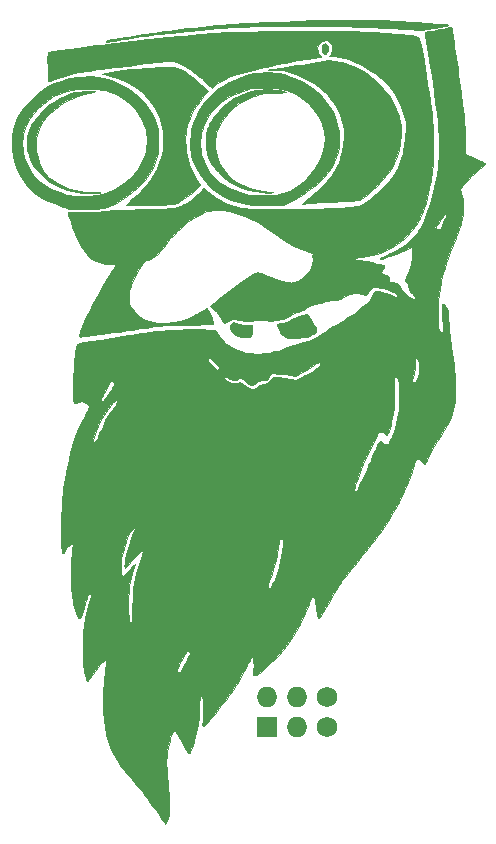
<source format=gtl>
G04 #@! TF.GenerationSoftware,KiCad,Pcbnew,8.0.3*
G04 #@! TF.CreationDate,2024-07-03T11:21:14-05:00*
G04 #@! TF.ProjectId,JiggleBilly,4a696767-6c65-4426-996c-6c792e6b6963,rev?*
G04 #@! TF.SameCoordinates,Original*
G04 #@! TF.FileFunction,Copper,L1,Top*
G04 #@! TF.FilePolarity,Positive*
%FSLAX46Y46*%
G04 Gerber Fmt 4.6, Leading zero omitted, Abs format (unit mm)*
G04 Created by KiCad (PCBNEW 8.0.3) date 2024-07-03 11:21:14*
%MOMM*%
%LPD*%
G01*
G04 APERTURE LIST*
G04 #@! TA.AperFunction,EtchedComponent*
%ADD10C,0.010000*%
G04 #@! TD*
G04 #@! TA.AperFunction,ComponentPad*
%ADD11O,1.727200X1.727200*%
G04 #@! TD*
G04 #@! TA.AperFunction,ComponentPad*
%ADD12R,1.727200X1.727200*%
G04 #@! TD*
G04 #@! TA.AperFunction,ComponentPad*
%ADD13C,1.727200*%
G04 #@! TD*
G04 APERTURE END LIST*
D10*
X121555615Y-81164715D02*
X121636984Y-81262837D01*
X121688244Y-81402520D01*
X121707315Y-81564251D01*
X121692117Y-81728514D01*
X121640570Y-81875794D01*
X121550592Y-81986575D01*
X121538719Y-81995374D01*
X121425639Y-82052066D01*
X121331455Y-82036289D01*
X121257406Y-81976699D01*
X121172843Y-81846144D01*
X121134897Y-81686209D01*
X121139209Y-81516507D01*
X121181416Y-81356652D01*
X121257156Y-81226257D01*
X121362068Y-81144936D01*
X121446218Y-81127672D01*
X121555615Y-81164715D01*
G04 #@! TA.AperFunction,EtchedComponent*
G36*
X121555615Y-81164715D02*
G01*
X121636984Y-81262837D01*
X121688244Y-81402520D01*
X121707315Y-81564251D01*
X121692117Y-81728514D01*
X121640570Y-81875794D01*
X121550592Y-81986575D01*
X121538719Y-81995374D01*
X121425639Y-82052066D01*
X121331455Y-82036289D01*
X121257406Y-81976699D01*
X121172843Y-81846144D01*
X121134897Y-81686209D01*
X121139209Y-81516507D01*
X121181416Y-81356652D01*
X121257156Y-81226257D01*
X121362068Y-81144936D01*
X121446218Y-81127672D01*
X121555615Y-81164715D01*
G37*
G04 #@! TD.AperFunction*
X113808568Y-104765540D02*
X113966136Y-104812750D01*
X114097390Y-104864305D01*
X114247021Y-104920492D01*
X114382733Y-104955217D01*
X114534579Y-104973463D01*
X114732613Y-104980216D01*
X114799212Y-104980722D01*
X115222545Y-104982505D01*
X115222545Y-105431126D01*
X115219933Y-105664760D01*
X115205930Y-105826701D01*
X115171285Y-105929898D01*
X115106747Y-105987298D01*
X115003065Y-106011849D01*
X114850988Y-106016498D01*
X114804612Y-106016071D01*
X114613701Y-106006009D01*
X114421282Y-105983476D01*
X114291212Y-105958399D01*
X114056306Y-105890161D01*
X113877160Y-105816280D01*
X113725144Y-105724294D01*
X113684545Y-105694363D01*
X113515984Y-105529322D01*
X113413519Y-105349062D01*
X113380033Y-105166747D01*
X113418410Y-104995543D01*
X113504789Y-104873415D01*
X113597854Y-104795566D01*
X113692460Y-104759710D01*
X113808568Y-104765540D01*
G04 #@! TA.AperFunction,EtchedComponent*
G36*
X113808568Y-104765540D02*
G01*
X113966136Y-104812750D01*
X114097390Y-104864305D01*
X114247021Y-104920492D01*
X114382733Y-104955217D01*
X114534579Y-104973463D01*
X114732613Y-104980216D01*
X114799212Y-104980722D01*
X115222545Y-104982505D01*
X115222545Y-105431126D01*
X115219933Y-105664760D01*
X115205930Y-105826701D01*
X115171285Y-105929898D01*
X115106747Y-105987298D01*
X115003065Y-106011849D01*
X114850988Y-106016498D01*
X114804612Y-106016071D01*
X114613701Y-106006009D01*
X114421282Y-105983476D01*
X114291212Y-105958399D01*
X114056306Y-105890161D01*
X113877160Y-105816280D01*
X113725144Y-105724294D01*
X113684545Y-105694363D01*
X113515984Y-105529322D01*
X113413519Y-105349062D01*
X113380033Y-105166747D01*
X113418410Y-104995543D01*
X113504789Y-104873415D01*
X113597854Y-104795566D01*
X113692460Y-104759710D01*
X113808568Y-104765540D01*
G37*
G04 #@! TD.AperFunction*
X119909026Y-104065768D02*
X119993642Y-104163652D01*
X120098527Y-104309546D01*
X120215394Y-104489338D01*
X120335957Y-104688918D01*
X120451931Y-104894176D01*
X120555027Y-105091000D01*
X120636961Y-105265281D01*
X120689444Y-105402907D01*
X120704712Y-105480423D01*
X120675417Y-105585412D01*
X120582977Y-105680531D01*
X120420554Y-105770563D01*
X120181314Y-105860292D01*
X120145404Y-105871808D01*
X119831219Y-105958027D01*
X119500898Y-106025781D01*
X119171189Y-106073530D01*
X118858837Y-106099735D01*
X118580589Y-106102856D01*
X118353192Y-106081356D01*
X118226231Y-106048201D01*
X117955518Y-105907441D01*
X117736218Y-105718487D01*
X117658950Y-105620758D01*
X117586144Y-105496627D01*
X117513626Y-105343011D01*
X117449458Y-105181699D01*
X117401703Y-105034485D01*
X117378422Y-104923159D01*
X117382871Y-104874526D01*
X117435217Y-104853362D01*
X117546458Y-104838646D01*
X117669794Y-104833925D01*
X117910968Y-104805705D01*
X118158277Y-104730031D01*
X118377417Y-104619303D01*
X118482212Y-104540202D01*
X118544493Y-104505081D01*
X118669678Y-104449492D01*
X118840405Y-104379899D01*
X119039307Y-104302765D01*
X119249021Y-104224553D01*
X119452182Y-104151725D01*
X119631426Y-104090746D01*
X119769388Y-104048078D01*
X119848704Y-104030183D01*
X119852965Y-104030005D01*
X119909026Y-104065768D01*
G04 #@! TA.AperFunction,EtchedComponent*
G36*
X119909026Y-104065768D02*
G01*
X119993642Y-104163652D01*
X120098527Y-104309546D01*
X120215394Y-104489338D01*
X120335957Y-104688918D01*
X120451931Y-104894176D01*
X120555027Y-105091000D01*
X120636961Y-105265281D01*
X120689444Y-105402907D01*
X120704712Y-105480423D01*
X120675417Y-105585412D01*
X120582977Y-105680531D01*
X120420554Y-105770563D01*
X120181314Y-105860292D01*
X120145404Y-105871808D01*
X119831219Y-105958027D01*
X119500898Y-106025781D01*
X119171189Y-106073530D01*
X118858837Y-106099735D01*
X118580589Y-106102856D01*
X118353192Y-106081356D01*
X118226231Y-106048201D01*
X117955518Y-105907441D01*
X117736218Y-105718487D01*
X117658950Y-105620758D01*
X117586144Y-105496627D01*
X117513626Y-105343011D01*
X117449458Y-105181699D01*
X117401703Y-105034485D01*
X117378422Y-104923159D01*
X117382871Y-104874526D01*
X117435217Y-104853362D01*
X117546458Y-104838646D01*
X117669794Y-104833925D01*
X117910968Y-104805705D01*
X118158277Y-104730031D01*
X118377417Y-104619303D01*
X118482212Y-104540202D01*
X118544493Y-104505081D01*
X118669678Y-104449492D01*
X118840405Y-104379899D01*
X119039307Y-104302765D01*
X119249021Y-104224553D01*
X119452182Y-104151725D01*
X119631426Y-104090746D01*
X119769388Y-104048078D01*
X119848704Y-104030183D01*
X119852965Y-104030005D01*
X119909026Y-104065768D01*
G37*
G04 #@! TD.AperFunction*
X101911292Y-85148433D02*
X101983579Y-85170009D01*
X101993379Y-85186634D01*
X101954329Y-85204508D01*
X101847738Y-85233266D01*
X101689442Y-85269077D01*
X101495279Y-85308113D01*
X101475577Y-85311844D01*
X100999934Y-85427844D01*
X100479068Y-85603944D01*
X99923285Y-85836333D01*
X99479826Y-86050310D01*
X98994365Y-86330131D01*
X98541024Y-86655332D01*
X98130683Y-87015538D01*
X97774220Y-87400374D01*
X97482515Y-87799466D01*
X97299575Y-88129437D01*
X97116118Y-88613614D01*
X97002998Y-89132729D01*
X96960578Y-89674055D01*
X96989220Y-90224862D01*
X97089289Y-90772424D01*
X97212676Y-91176753D01*
X97414926Y-91626138D01*
X97680570Y-92043022D01*
X97999298Y-92416044D01*
X98360801Y-92733844D01*
X98754769Y-92985061D01*
X98929921Y-93069062D01*
X99425680Y-93273258D01*
X99871399Y-93432104D01*
X100285637Y-93549874D01*
X100686954Y-93630843D01*
X101093906Y-93679286D01*
X101525055Y-93699478D01*
X101671945Y-93700672D01*
X101958366Y-93703719D01*
X102172687Y-93712574D01*
X102312472Y-93726808D01*
X102375283Y-93745990D01*
X102358682Y-93769691D01*
X102260233Y-93797481D01*
X102242087Y-93801213D01*
X102126351Y-93813730D01*
X101947489Y-93820657D01*
X101726837Y-93822295D01*
X101485731Y-93818943D01*
X101245506Y-93810902D01*
X101027499Y-93798474D01*
X100853045Y-93781957D01*
X100850379Y-93781617D01*
X100446828Y-93715899D01*
X100023738Y-93622083D01*
X99597976Y-93505709D01*
X99186406Y-93372316D01*
X98805897Y-93227445D01*
X98473313Y-93076636D01*
X98205523Y-92925429D01*
X98168637Y-92900759D01*
X98004709Y-92774295D01*
X97804179Y-92598783D01*
X97583755Y-92390952D01*
X97360143Y-92167534D01*
X97150048Y-91945256D01*
X96970177Y-91740851D01*
X96837237Y-91571047D01*
X96828896Y-91559121D01*
X96633686Y-91244585D01*
X96463806Y-90908390D01*
X96330304Y-90575533D01*
X96244228Y-90271007D01*
X96232763Y-90210360D01*
X96208145Y-89971992D01*
X96201996Y-89683372D01*
X96212905Y-89374764D01*
X96239465Y-89076432D01*
X96280267Y-88818640D01*
X96301773Y-88728031D01*
X96448589Y-88310454D01*
X96657603Y-87893025D01*
X96788115Y-87683530D01*
X96865727Y-87581367D01*
X96984781Y-87441375D01*
X97135291Y-87273779D01*
X97307274Y-87088803D01*
X97490747Y-86896671D01*
X97675726Y-86707606D01*
X97852227Y-86531834D01*
X98010267Y-86379577D01*
X98139861Y-86261060D01*
X98231026Y-86186507D01*
X98270618Y-86165338D01*
X98336800Y-86141602D01*
X98433018Y-86082959D01*
X98454549Y-86067359D01*
X98569736Y-85991604D01*
X98741354Y-85891430D01*
X98948862Y-85777688D01*
X99171720Y-85661226D01*
X99389387Y-85552894D01*
X99581321Y-85463542D01*
X99666403Y-85427261D01*
X99923866Y-85343640D01*
X100252145Y-85271143D01*
X100637852Y-85212070D01*
X101067597Y-85168721D01*
X101240641Y-85156791D01*
X101543337Y-85141963D01*
X101765716Y-85139131D01*
X101911292Y-85148433D01*
G04 #@! TA.AperFunction,EtchedComponent*
G36*
X101911292Y-85148433D02*
G01*
X101983579Y-85170009D01*
X101993379Y-85186634D01*
X101954329Y-85204508D01*
X101847738Y-85233266D01*
X101689442Y-85269077D01*
X101495279Y-85308113D01*
X101475577Y-85311844D01*
X100999934Y-85427844D01*
X100479068Y-85603944D01*
X99923285Y-85836333D01*
X99479826Y-86050310D01*
X98994365Y-86330131D01*
X98541024Y-86655332D01*
X98130683Y-87015538D01*
X97774220Y-87400374D01*
X97482515Y-87799466D01*
X97299575Y-88129437D01*
X97116118Y-88613614D01*
X97002998Y-89132729D01*
X96960578Y-89674055D01*
X96989220Y-90224862D01*
X97089289Y-90772424D01*
X97212676Y-91176753D01*
X97414926Y-91626138D01*
X97680570Y-92043022D01*
X97999298Y-92416044D01*
X98360801Y-92733844D01*
X98754769Y-92985061D01*
X98929921Y-93069062D01*
X99425680Y-93273258D01*
X99871399Y-93432104D01*
X100285637Y-93549874D01*
X100686954Y-93630843D01*
X101093906Y-93679286D01*
X101525055Y-93699478D01*
X101671945Y-93700672D01*
X101958366Y-93703719D01*
X102172687Y-93712574D01*
X102312472Y-93726808D01*
X102375283Y-93745990D01*
X102358682Y-93769691D01*
X102260233Y-93797481D01*
X102242087Y-93801213D01*
X102126351Y-93813730D01*
X101947489Y-93820657D01*
X101726837Y-93822295D01*
X101485731Y-93818943D01*
X101245506Y-93810902D01*
X101027499Y-93798474D01*
X100853045Y-93781957D01*
X100850379Y-93781617D01*
X100446828Y-93715899D01*
X100023738Y-93622083D01*
X99597976Y-93505709D01*
X99186406Y-93372316D01*
X98805897Y-93227445D01*
X98473313Y-93076636D01*
X98205523Y-92925429D01*
X98168637Y-92900759D01*
X98004709Y-92774295D01*
X97804179Y-92598783D01*
X97583755Y-92390952D01*
X97360143Y-92167534D01*
X97150048Y-91945256D01*
X96970177Y-91740851D01*
X96837237Y-91571047D01*
X96828896Y-91559121D01*
X96633686Y-91244585D01*
X96463806Y-90908390D01*
X96330304Y-90575533D01*
X96244228Y-90271007D01*
X96232763Y-90210360D01*
X96208145Y-89971992D01*
X96201996Y-89683372D01*
X96212905Y-89374764D01*
X96239465Y-89076432D01*
X96280267Y-88818640D01*
X96301773Y-88728031D01*
X96448589Y-88310454D01*
X96657603Y-87893025D01*
X96788115Y-87683530D01*
X96865727Y-87581367D01*
X96984781Y-87441375D01*
X97135291Y-87273779D01*
X97307274Y-87088803D01*
X97490747Y-86896671D01*
X97675726Y-86707606D01*
X97852227Y-86531834D01*
X98010267Y-86379577D01*
X98139861Y-86261060D01*
X98231026Y-86186507D01*
X98270618Y-86165338D01*
X98336800Y-86141602D01*
X98433018Y-86082959D01*
X98454549Y-86067359D01*
X98569736Y-85991604D01*
X98741354Y-85891430D01*
X98948862Y-85777688D01*
X99171720Y-85661226D01*
X99389387Y-85552894D01*
X99581321Y-85463542D01*
X99666403Y-85427261D01*
X99923866Y-85343640D01*
X100252145Y-85271143D01*
X100637852Y-85212070D01*
X101067597Y-85168721D01*
X101240641Y-85156791D01*
X101543337Y-85141963D01*
X101765716Y-85139131D01*
X101911292Y-85148433D01*
G37*
G04 #@! TD.AperFunction*
X122185699Y-82586042D02*
X122865362Y-82727605D01*
X123543342Y-82946052D01*
X124203443Y-83234856D01*
X124829469Y-83587488D01*
X125075032Y-83750745D01*
X125320497Y-83938644D01*
X125597666Y-84178537D01*
X125889390Y-84453263D01*
X126178521Y-84745664D01*
X126447911Y-85038581D01*
X126680411Y-85314854D01*
X126811213Y-85488005D01*
X127178929Y-86068455D01*
X127469698Y-86664424D01*
X127681125Y-87269994D01*
X127810818Y-87879247D01*
X127826532Y-87999254D01*
X127844890Y-88267482D01*
X127846818Y-88593643D01*
X127833898Y-88952941D01*
X127807712Y-89320580D01*
X127769844Y-89671766D01*
X127721876Y-89981703D01*
X127690441Y-90131164D01*
X127522720Y-90682959D01*
X127285288Y-91239537D01*
X126988504Y-91778168D01*
X126827499Y-92024400D01*
X126620847Y-92303131D01*
X126378105Y-92596752D01*
X126109174Y-92895942D01*
X125823956Y-93191379D01*
X125532353Y-93473742D01*
X125244267Y-93733711D01*
X124969600Y-93961964D01*
X124718255Y-94149180D01*
X124500132Y-94286038D01*
X124352296Y-94354397D01*
X124240983Y-94382532D01*
X124068120Y-94409455D01*
X123830162Y-94435439D01*
X123523563Y-94460760D01*
X123144775Y-94485694D01*
X122690252Y-94510515D01*
X122156448Y-94535497D01*
X121847712Y-94548588D01*
X121327381Y-94571715D01*
X120861973Y-94595926D01*
X120457260Y-94620828D01*
X120119015Y-94646026D01*
X119853011Y-94671124D01*
X119665020Y-94695727D01*
X119643682Y-94699391D01*
X119498212Y-94725482D01*
X119716895Y-94519993D01*
X119855517Y-94395855D01*
X120030063Y-94248099D01*
X120208528Y-94103650D01*
X120254916Y-94067405D01*
X120444711Y-93910476D01*
X120669961Y-93708233D01*
X120915712Y-93475635D01*
X121167015Y-93227639D01*
X121408916Y-92979201D01*
X121626465Y-92745280D01*
X121804708Y-92540832D01*
X121896993Y-92424726D01*
X122117996Y-92115759D01*
X122299875Y-91826862D01*
X122451759Y-91538226D01*
X122582779Y-91230042D01*
X122702062Y-90882499D01*
X122818738Y-90475788D01*
X122850180Y-90356338D01*
X122980742Y-89696635D01*
X123030036Y-89043557D01*
X122999028Y-88402328D01*
X122888686Y-87778170D01*
X122699977Y-87176306D01*
X122433865Y-86601959D01*
X122091319Y-86060351D01*
X122042992Y-85994968D01*
X121576532Y-85444178D01*
X121046950Y-84946196D01*
X120460146Y-84504795D01*
X119822019Y-84123747D01*
X119138469Y-83806825D01*
X118415395Y-83557802D01*
X118101212Y-83474336D01*
X117873799Y-83424689D01*
X117662965Y-83393296D01*
X117436091Y-83376697D01*
X117160562Y-83371430D01*
X117131073Y-83371393D01*
X116929525Y-83369758D01*
X116764980Y-83365322D01*
X116652357Y-83358726D01*
X116606572Y-83350608D01*
X116606702Y-83348903D01*
X116652933Y-83338008D01*
X116772322Y-83318399D01*
X116953984Y-83291625D01*
X117187035Y-83259230D01*
X117460590Y-83222763D01*
X117763764Y-83183769D01*
X117809675Y-83177979D01*
X118170113Y-83129788D01*
X118589084Y-83069036D01*
X119042061Y-82999578D01*
X119504516Y-82925270D01*
X119951923Y-82849966D01*
X120359753Y-82777520D01*
X120371378Y-82775383D01*
X121752545Y-82521276D01*
X122185699Y-82586042D01*
G04 #@! TA.AperFunction,EtchedComponent*
G36*
X122185699Y-82586042D02*
G01*
X122865362Y-82727605D01*
X123543342Y-82946052D01*
X124203443Y-83234856D01*
X124829469Y-83587488D01*
X125075032Y-83750745D01*
X125320497Y-83938644D01*
X125597666Y-84178537D01*
X125889390Y-84453263D01*
X126178521Y-84745664D01*
X126447911Y-85038581D01*
X126680411Y-85314854D01*
X126811213Y-85488005D01*
X127178929Y-86068455D01*
X127469698Y-86664424D01*
X127681125Y-87269994D01*
X127810818Y-87879247D01*
X127826532Y-87999254D01*
X127844890Y-88267482D01*
X127846818Y-88593643D01*
X127833898Y-88952941D01*
X127807712Y-89320580D01*
X127769844Y-89671766D01*
X127721876Y-89981703D01*
X127690441Y-90131164D01*
X127522720Y-90682959D01*
X127285288Y-91239537D01*
X126988504Y-91778168D01*
X126827499Y-92024400D01*
X126620847Y-92303131D01*
X126378105Y-92596752D01*
X126109174Y-92895942D01*
X125823956Y-93191379D01*
X125532353Y-93473742D01*
X125244267Y-93733711D01*
X124969600Y-93961964D01*
X124718255Y-94149180D01*
X124500132Y-94286038D01*
X124352296Y-94354397D01*
X124240983Y-94382532D01*
X124068120Y-94409455D01*
X123830162Y-94435439D01*
X123523563Y-94460760D01*
X123144775Y-94485694D01*
X122690252Y-94510515D01*
X122156448Y-94535497D01*
X121847712Y-94548588D01*
X121327381Y-94571715D01*
X120861973Y-94595926D01*
X120457260Y-94620828D01*
X120119015Y-94646026D01*
X119853011Y-94671124D01*
X119665020Y-94695727D01*
X119643682Y-94699391D01*
X119498212Y-94725482D01*
X119716895Y-94519993D01*
X119855517Y-94395855D01*
X120030063Y-94248099D01*
X120208528Y-94103650D01*
X120254916Y-94067405D01*
X120444711Y-93910476D01*
X120669961Y-93708233D01*
X120915712Y-93475635D01*
X121167015Y-93227639D01*
X121408916Y-92979201D01*
X121626465Y-92745280D01*
X121804708Y-92540832D01*
X121896993Y-92424726D01*
X122117996Y-92115759D01*
X122299875Y-91826862D01*
X122451759Y-91538226D01*
X122582779Y-91230042D01*
X122702062Y-90882499D01*
X122818738Y-90475788D01*
X122850180Y-90356338D01*
X122980742Y-89696635D01*
X123030036Y-89043557D01*
X122999028Y-88402328D01*
X122888686Y-87778170D01*
X122699977Y-87176306D01*
X122433865Y-86601959D01*
X122091319Y-86060351D01*
X122042992Y-85994968D01*
X121576532Y-85444178D01*
X121046950Y-84946196D01*
X120460146Y-84504795D01*
X119822019Y-84123747D01*
X119138469Y-83806825D01*
X118415395Y-83557802D01*
X118101212Y-83474336D01*
X117873799Y-83424689D01*
X117662965Y-83393296D01*
X117436091Y-83376697D01*
X117160562Y-83371430D01*
X117131073Y-83371393D01*
X116929525Y-83369758D01*
X116764980Y-83365322D01*
X116652357Y-83358726D01*
X116606572Y-83350608D01*
X116606702Y-83348903D01*
X116652933Y-83338008D01*
X116772322Y-83318399D01*
X116953984Y-83291625D01*
X117187035Y-83259230D01*
X117460590Y-83222763D01*
X117763764Y-83183769D01*
X117809675Y-83177979D01*
X118170113Y-83129788D01*
X118589084Y-83069036D01*
X119042061Y-82999578D01*
X119504516Y-82925270D01*
X119951923Y-82849966D01*
X120359753Y-82777520D01*
X120371378Y-82775383D01*
X121752545Y-82521276D01*
X122185699Y-82586042D01*
G37*
G04 #@! TD.AperFunction*
X116835139Y-85032034D02*
X117094349Y-85041128D01*
X117324646Y-85056152D01*
X117508155Y-85076681D01*
X117627007Y-85102290D01*
X117635545Y-85105471D01*
X117767122Y-85148113D01*
X117914881Y-85182797D01*
X117925016Y-85184611D01*
X118030259Y-85212418D01*
X118089952Y-85246452D01*
X118094349Y-85255172D01*
X118055467Y-85270797D01*
X117937225Y-85285758D01*
X117744932Y-85299673D01*
X117483894Y-85312162D01*
X117159418Y-85322843D01*
X117148712Y-85323133D01*
X116821516Y-85332949D01*
X116562211Y-85343755D01*
X116354021Y-85357194D01*
X116180173Y-85374906D01*
X116023893Y-85398532D01*
X115868406Y-85429713D01*
X115730545Y-85461872D01*
X115171900Y-85638958D01*
X114633142Y-85890070D01*
X114122872Y-86207237D01*
X113649691Y-86582486D01*
X113222200Y-87007844D01*
X112849000Y-87475340D01*
X112538693Y-87977001D01*
X112299878Y-88504854D01*
X112231316Y-88705338D01*
X112190668Y-88846549D01*
X112163005Y-88977813D01*
X112146135Y-89120666D01*
X112137867Y-89296647D01*
X112136009Y-89527294D01*
X112136548Y-89636672D01*
X112149316Y-90026117D01*
X112185222Y-90357696D01*
X112249714Y-90656335D01*
X112348236Y-90946967D01*
X112486236Y-91254519D01*
X112492969Y-91268161D01*
X112696768Y-91620990D01*
X112950837Y-91967216D01*
X113241633Y-92293747D01*
X113555614Y-92587493D01*
X113879238Y-92835362D01*
X114198962Y-93024263D01*
X114397045Y-93108791D01*
X114492500Y-93143748D01*
X114646580Y-93201519D01*
X114838927Y-93274423D01*
X115049182Y-93354773D01*
X115074379Y-93364446D01*
X115640833Y-93550786D01*
X116178059Y-93662492D01*
X116693704Y-93701145D01*
X116704212Y-93701184D01*
X116878193Y-93705256D01*
X116971402Y-93716839D01*
X116987446Y-93736481D01*
X116979379Y-93743005D01*
X116892016Y-93767991D01*
X116729882Y-93777226D01*
X116490373Y-93770707D01*
X116170884Y-93748426D01*
X116085412Y-93741035D01*
X115517531Y-93663175D01*
X114948868Y-93533754D01*
X114397452Y-93358953D01*
X113881312Y-93144955D01*
X113418477Y-92897942D01*
X113190545Y-92748388D01*
X113073265Y-92655300D01*
X112914591Y-92515613D01*
X112730999Y-92344533D01*
X112538967Y-92157262D01*
X112426386Y-92043283D01*
X112232369Y-91841512D01*
X112086061Y-91681715D01*
X111974565Y-91546749D01*
X111884984Y-91419466D01*
X111804419Y-91282722D01*
X111719974Y-91119370D01*
X111698079Y-91075077D01*
X111561833Y-90785369D01*
X111463494Y-90538268D01*
X111397338Y-90308449D01*
X111357644Y-90070589D01*
X111338688Y-89799364D01*
X111334748Y-89469450D01*
X111334758Y-89467338D01*
X111342738Y-89117358D01*
X111366143Y-88829024D01*
X111409585Y-88580006D01*
X111477681Y-88347976D01*
X111575043Y-88110606D01*
X111645329Y-87964505D01*
X111850172Y-87609113D01*
X112112820Y-87236441D01*
X112415597Y-86867564D01*
X112740828Y-86523559D01*
X113070839Y-86225501D01*
X113169379Y-86147237D01*
X113713310Y-85783204D01*
X114306575Y-85486261D01*
X114944519Y-85258278D01*
X115622488Y-85101127D01*
X115866588Y-85063445D01*
X116062738Y-85044575D01*
X116301461Y-85033332D01*
X116564885Y-85029294D01*
X116835139Y-85032034D01*
G04 #@! TA.AperFunction,EtchedComponent*
G36*
X116835139Y-85032034D02*
G01*
X117094349Y-85041128D01*
X117324646Y-85056152D01*
X117508155Y-85076681D01*
X117627007Y-85102290D01*
X117635545Y-85105471D01*
X117767122Y-85148113D01*
X117914881Y-85182797D01*
X117925016Y-85184611D01*
X118030259Y-85212418D01*
X118089952Y-85246452D01*
X118094349Y-85255172D01*
X118055467Y-85270797D01*
X117937225Y-85285758D01*
X117744932Y-85299673D01*
X117483894Y-85312162D01*
X117159418Y-85322843D01*
X117148712Y-85323133D01*
X116821516Y-85332949D01*
X116562211Y-85343755D01*
X116354021Y-85357194D01*
X116180173Y-85374906D01*
X116023893Y-85398532D01*
X115868406Y-85429713D01*
X115730545Y-85461872D01*
X115171900Y-85638958D01*
X114633142Y-85890070D01*
X114122872Y-86207237D01*
X113649691Y-86582486D01*
X113222200Y-87007844D01*
X112849000Y-87475340D01*
X112538693Y-87977001D01*
X112299878Y-88504854D01*
X112231316Y-88705338D01*
X112190668Y-88846549D01*
X112163005Y-88977813D01*
X112146135Y-89120666D01*
X112137867Y-89296647D01*
X112136009Y-89527294D01*
X112136548Y-89636672D01*
X112149316Y-90026117D01*
X112185222Y-90357696D01*
X112249714Y-90656335D01*
X112348236Y-90946967D01*
X112486236Y-91254519D01*
X112492969Y-91268161D01*
X112696768Y-91620990D01*
X112950837Y-91967216D01*
X113241633Y-92293747D01*
X113555614Y-92587493D01*
X113879238Y-92835362D01*
X114198962Y-93024263D01*
X114397045Y-93108791D01*
X114492500Y-93143748D01*
X114646580Y-93201519D01*
X114838927Y-93274423D01*
X115049182Y-93354773D01*
X115074379Y-93364446D01*
X115640833Y-93550786D01*
X116178059Y-93662492D01*
X116693704Y-93701145D01*
X116704212Y-93701184D01*
X116878193Y-93705256D01*
X116971402Y-93716839D01*
X116987446Y-93736481D01*
X116979379Y-93743005D01*
X116892016Y-93767991D01*
X116729882Y-93777226D01*
X116490373Y-93770707D01*
X116170884Y-93748426D01*
X116085412Y-93741035D01*
X115517531Y-93663175D01*
X114948868Y-93533754D01*
X114397452Y-93358953D01*
X113881312Y-93144955D01*
X113418477Y-92897942D01*
X113190545Y-92748388D01*
X113073265Y-92655300D01*
X112914591Y-92515613D01*
X112730999Y-92344533D01*
X112538967Y-92157262D01*
X112426386Y-92043283D01*
X112232369Y-91841512D01*
X112086061Y-91681715D01*
X111974565Y-91546749D01*
X111884984Y-91419466D01*
X111804419Y-91282722D01*
X111719974Y-91119370D01*
X111698079Y-91075077D01*
X111561833Y-90785369D01*
X111463494Y-90538268D01*
X111397338Y-90308449D01*
X111357644Y-90070589D01*
X111338688Y-89799364D01*
X111334748Y-89469450D01*
X111334758Y-89467338D01*
X111342738Y-89117358D01*
X111366143Y-88829024D01*
X111409585Y-88580006D01*
X111477681Y-88347976D01*
X111575043Y-88110606D01*
X111645329Y-87964505D01*
X111850172Y-87609113D01*
X112112820Y-87236441D01*
X112415597Y-86867564D01*
X112740828Y-86523559D01*
X113070839Y-86225501D01*
X113169379Y-86147237D01*
X113713310Y-85783204D01*
X114306575Y-85486261D01*
X114944519Y-85258278D01*
X115622488Y-85101127D01*
X115866588Y-85063445D01*
X116062738Y-85044575D01*
X116301461Y-85033332D01*
X116564885Y-85029294D01*
X116835139Y-85032034D01*
G37*
G04 #@! TD.AperFunction*
X108357307Y-83127924D02*
X108541166Y-83139803D01*
X108697959Y-83160713D01*
X108835885Y-83191078D01*
X108963142Y-83231325D01*
X109087927Y-83281879D01*
X109218439Y-83343165D01*
X109295879Y-83381726D01*
X109481660Y-83481399D01*
X109668380Y-83595493D01*
X109865349Y-83731180D01*
X110081882Y-83895629D01*
X110327292Y-84096011D01*
X110610891Y-84339498D01*
X110941993Y-84633260D01*
X111064065Y-84743176D01*
X111519919Y-85154843D01*
X111197426Y-85522507D01*
X110830333Y-85978597D01*
X110498219Y-86466025D01*
X110208476Y-86970453D01*
X109968494Y-87477544D01*
X109785665Y-87972960D01*
X109667380Y-88442365D01*
X109654819Y-88514838D01*
X109625847Y-88776533D01*
X109611152Y-89095288D01*
X109610395Y-89444769D01*
X109623236Y-89798641D01*
X109649338Y-90130568D01*
X109678531Y-90356338D01*
X109790787Y-90914636D01*
X109946015Y-91428518D01*
X110153449Y-91921612D01*
X110422321Y-92417546D01*
X110586379Y-92679641D01*
X110689224Y-92843384D01*
X110770323Y-92983822D01*
X110820660Y-93084572D01*
X110832497Y-93126900D01*
X110788429Y-93193826D01*
X110685607Y-93300498D01*
X110534750Y-93438268D01*
X110346573Y-93598486D01*
X110131794Y-93772501D01*
X109901130Y-93951664D01*
X109665299Y-94127324D01*
X109435017Y-94290833D01*
X109221001Y-94433540D01*
X109186339Y-94455529D01*
X109049400Y-94540345D01*
X108929541Y-94608363D01*
X108815101Y-94661741D01*
X108694417Y-94702636D01*
X108555828Y-94733207D01*
X108387671Y-94755610D01*
X108178286Y-94772005D01*
X107916010Y-94784548D01*
X107589181Y-94795397D01*
X107306212Y-94803403D01*
X106942012Y-94812778D01*
X106560357Y-94821411D01*
X106182453Y-94828905D01*
X105829504Y-94834866D01*
X105522714Y-94838895D01*
X105321737Y-94840476D01*
X104564929Y-94843672D01*
X104732350Y-94663755D01*
X104904615Y-94480608D01*
X105044930Y-94337776D01*
X105177538Y-94212247D01*
X105326685Y-94081010D01*
X105502088Y-93933163D01*
X105824509Y-93640307D01*
X106144746Y-93305239D01*
X106450017Y-92944372D01*
X106727542Y-92574118D01*
X106964540Y-92210889D01*
X107148229Y-91871097D01*
X107201819Y-91750510D01*
X107301018Y-91486990D01*
X107405938Y-91168255D01*
X107508334Y-90822596D01*
X107599964Y-90478305D01*
X107672584Y-90163674D01*
X107690640Y-90072932D01*
X107729632Y-89759112D01*
X107742012Y-89390422D01*
X107728689Y-88992058D01*
X107690573Y-88589218D01*
X107628571Y-88207100D01*
X107622184Y-88176172D01*
X107447200Y-87547020D01*
X107195154Y-86946865D01*
X106870226Y-86380860D01*
X106476593Y-85854154D01*
X106018434Y-85371899D01*
X105499926Y-84939247D01*
X104925249Y-84561347D01*
X104512212Y-84342000D01*
X104247723Y-84224190D01*
X103932404Y-84099853D01*
X103593861Y-83978608D01*
X103259703Y-83870074D01*
X102957537Y-83783869D01*
X102805727Y-83747439D01*
X102564879Y-83695270D01*
X102882379Y-83618753D01*
X103279930Y-83535508D01*
X103757419Y-83458202D01*
X104315817Y-83386722D01*
X104956095Y-83320952D01*
X105679226Y-83260777D01*
X106226712Y-83222477D01*
X106745115Y-83189104D01*
X107187267Y-83162209D01*
X107561364Y-83142219D01*
X107875604Y-83129558D01*
X108138186Y-83124651D01*
X108357307Y-83127924D01*
G04 #@! TA.AperFunction,EtchedComponent*
G36*
X108357307Y-83127924D02*
G01*
X108541166Y-83139803D01*
X108697959Y-83160713D01*
X108835885Y-83191078D01*
X108963142Y-83231325D01*
X109087927Y-83281879D01*
X109218439Y-83343165D01*
X109295879Y-83381726D01*
X109481660Y-83481399D01*
X109668380Y-83595493D01*
X109865349Y-83731180D01*
X110081882Y-83895629D01*
X110327292Y-84096011D01*
X110610891Y-84339498D01*
X110941993Y-84633260D01*
X111064065Y-84743176D01*
X111519919Y-85154843D01*
X111197426Y-85522507D01*
X110830333Y-85978597D01*
X110498219Y-86466025D01*
X110208476Y-86970453D01*
X109968494Y-87477544D01*
X109785665Y-87972960D01*
X109667380Y-88442365D01*
X109654819Y-88514838D01*
X109625847Y-88776533D01*
X109611152Y-89095288D01*
X109610395Y-89444769D01*
X109623236Y-89798641D01*
X109649338Y-90130568D01*
X109678531Y-90356338D01*
X109790787Y-90914636D01*
X109946015Y-91428518D01*
X110153449Y-91921612D01*
X110422321Y-92417546D01*
X110586379Y-92679641D01*
X110689224Y-92843384D01*
X110770323Y-92983822D01*
X110820660Y-93084572D01*
X110832497Y-93126900D01*
X110788429Y-93193826D01*
X110685607Y-93300498D01*
X110534750Y-93438268D01*
X110346573Y-93598486D01*
X110131794Y-93772501D01*
X109901130Y-93951664D01*
X109665299Y-94127324D01*
X109435017Y-94290833D01*
X109221001Y-94433540D01*
X109186339Y-94455529D01*
X109049400Y-94540345D01*
X108929541Y-94608363D01*
X108815101Y-94661741D01*
X108694417Y-94702636D01*
X108555828Y-94733207D01*
X108387671Y-94755610D01*
X108178286Y-94772005D01*
X107916010Y-94784548D01*
X107589181Y-94795397D01*
X107306212Y-94803403D01*
X106942012Y-94812778D01*
X106560357Y-94821411D01*
X106182453Y-94828905D01*
X105829504Y-94834866D01*
X105522714Y-94838895D01*
X105321737Y-94840476D01*
X104564929Y-94843672D01*
X104732350Y-94663755D01*
X104904615Y-94480608D01*
X105044930Y-94337776D01*
X105177538Y-94212247D01*
X105326685Y-94081010D01*
X105502088Y-93933163D01*
X105824509Y-93640307D01*
X106144746Y-93305239D01*
X106450017Y-92944372D01*
X106727542Y-92574118D01*
X106964540Y-92210889D01*
X107148229Y-91871097D01*
X107201819Y-91750510D01*
X107301018Y-91486990D01*
X107405938Y-91168255D01*
X107508334Y-90822596D01*
X107599964Y-90478305D01*
X107672584Y-90163674D01*
X107690640Y-90072932D01*
X107729632Y-89759112D01*
X107742012Y-89390422D01*
X107728689Y-88992058D01*
X107690573Y-88589218D01*
X107628571Y-88207100D01*
X107622184Y-88176172D01*
X107447200Y-87547020D01*
X107195154Y-86946865D01*
X106870226Y-86380860D01*
X106476593Y-85854154D01*
X106018434Y-85371899D01*
X105499926Y-84939247D01*
X104925249Y-84561347D01*
X104512212Y-84342000D01*
X104247723Y-84224190D01*
X103932404Y-84099853D01*
X103593861Y-83978608D01*
X103259703Y-83870074D01*
X102957537Y-83783869D01*
X102805727Y-83747439D01*
X102564879Y-83695270D01*
X102882379Y-83618753D01*
X103279930Y-83535508D01*
X103757419Y-83458202D01*
X104315817Y-83386722D01*
X104956095Y-83320952D01*
X105679226Y-83260777D01*
X106226712Y-83222477D01*
X106745115Y-83189104D01*
X107187267Y-83162209D01*
X107561364Y-83142219D01*
X107875604Y-83129558D01*
X108138186Y-83124651D01*
X108357307Y-83127924D01*
G37*
G04 #@! TD.AperFunction*
X123453561Y-79142008D02*
X124041797Y-79144568D01*
X124623452Y-79149095D01*
X125189000Y-79155543D01*
X125728911Y-79163867D01*
X126233658Y-79174023D01*
X126693712Y-79185967D01*
X127099544Y-79199653D01*
X127441627Y-79215038D01*
X127710432Y-79232076D01*
X127753212Y-79235563D01*
X127936887Y-79251006D01*
X128126128Y-79266384D01*
X128328594Y-79282241D01*
X128551946Y-79299124D01*
X128803842Y-79317575D01*
X129091944Y-79338142D01*
X129423910Y-79361368D01*
X129807402Y-79387798D01*
X130250079Y-79417978D01*
X130759600Y-79452452D01*
X131343627Y-79491766D01*
X131536360Y-79504709D01*
X131699742Y-79519070D01*
X131817922Y-79536136D01*
X131875845Y-79553323D01*
X131875026Y-79562835D01*
X131802062Y-79587708D01*
X131662875Y-79622874D01*
X131474788Y-79664872D01*
X131255121Y-79710245D01*
X131021195Y-79755532D01*
X130790331Y-79797276D01*
X130579850Y-79832017D01*
X130407073Y-79856296D01*
X130403057Y-79856779D01*
X130219258Y-79882611D01*
X130051602Y-79912920D01*
X129930622Y-79942030D01*
X129912519Y-79947991D01*
X129850794Y-79961851D01*
X129752331Y-79969988D01*
X129608819Y-79972274D01*
X129411949Y-79968583D01*
X129153411Y-79958787D01*
X128824896Y-79942758D01*
X128532674Y-79926855D01*
X128270806Y-79912306D01*
X128012741Y-79898297D01*
X127751124Y-79884480D01*
X127478600Y-79870508D01*
X127187815Y-79856031D01*
X126871413Y-79840703D01*
X126522039Y-79824176D01*
X126132339Y-79806101D01*
X125694957Y-79786131D01*
X125202538Y-79763918D01*
X124647727Y-79739114D01*
X124023170Y-79711371D01*
X123321511Y-79680342D01*
X123308212Y-79679755D01*
X122999922Y-79668455D01*
X122616913Y-79658269D01*
X122169124Y-79649324D01*
X121666497Y-79641746D01*
X121118972Y-79635659D01*
X120536491Y-79631192D01*
X119928995Y-79628469D01*
X119306423Y-79627617D01*
X119201879Y-79627665D01*
X118289796Y-79630049D01*
X117452584Y-79636066D01*
X116680509Y-79646111D01*
X115963838Y-79660578D01*
X115292837Y-79679860D01*
X114657772Y-79704353D01*
X114048909Y-79734450D01*
X113456515Y-79770546D01*
X112870856Y-79813034D01*
X112282198Y-79862308D01*
X111680807Y-79918764D01*
X111454879Y-79941373D01*
X111024961Y-79984682D01*
X110565444Y-80030316D01*
X110096402Y-80076323D01*
X109637907Y-80120756D01*
X109210034Y-80161664D01*
X108832857Y-80197098D01*
X108618545Y-80216803D01*
X108045261Y-80269927D01*
X107539654Y-80319447D01*
X107084935Y-80367575D01*
X106664313Y-80416519D01*
X106260999Y-80468491D01*
X105858202Y-80525700D01*
X105439134Y-80590356D01*
X104987005Y-80664670D01*
X104485024Y-80750851D01*
X104254422Y-80791270D01*
X103889338Y-80855425D01*
X103598796Y-80905895D01*
X103373976Y-80943803D01*
X103206059Y-80970271D01*
X103086224Y-80986421D01*
X103005653Y-80993376D01*
X102955524Y-80992258D01*
X102927019Y-80984190D01*
X102911318Y-80970293D01*
X102906318Y-80962825D01*
X102924740Y-80924019D01*
X103007549Y-80877428D01*
X103135811Y-80830315D01*
X103290593Y-80789944D01*
X103413130Y-80768400D01*
X103517943Y-80753334D01*
X103690411Y-80727565D01*
X103914548Y-80693525D01*
X104174370Y-80653647D01*
X104453888Y-80610361D01*
X104533379Y-80597982D01*
X104829787Y-80551815D01*
X105186766Y-80496299D01*
X105581213Y-80435022D01*
X105990028Y-80371572D01*
X106390109Y-80309536D01*
X106692379Y-80262714D01*
X106981190Y-80219930D01*
X107340617Y-80169824D01*
X107757094Y-80114120D01*
X108217054Y-80054545D01*
X108706932Y-79992824D01*
X109213160Y-79930684D01*
X109722174Y-79869850D01*
X110220407Y-79812049D01*
X110354212Y-79796860D01*
X111042637Y-79720400D01*
X111665764Y-79654319D01*
X112239591Y-79597454D01*
X112780114Y-79548640D01*
X113303330Y-79506715D01*
X113825234Y-79470515D01*
X114361825Y-79438876D01*
X114929098Y-79410635D01*
X115543051Y-79384628D01*
X116219679Y-79359692D01*
X116492545Y-79350389D01*
X116877985Y-79337365D01*
X117206092Y-79325865D01*
X117492652Y-79315126D01*
X117753449Y-79304387D01*
X118004268Y-79292883D01*
X118260892Y-79279853D01*
X118539107Y-79264535D01*
X118854696Y-79246165D01*
X119223444Y-79223980D01*
X119654213Y-79197645D01*
X119952065Y-79182873D01*
X120319564Y-79170424D01*
X120747182Y-79160253D01*
X121225391Y-79152315D01*
X121744661Y-79146567D01*
X122295465Y-79142962D01*
X122868275Y-79141457D01*
X123453561Y-79142008D01*
G04 #@! TA.AperFunction,EtchedComponent*
G36*
X123453561Y-79142008D02*
G01*
X124041797Y-79144568D01*
X124623452Y-79149095D01*
X125189000Y-79155543D01*
X125728911Y-79163867D01*
X126233658Y-79174023D01*
X126693712Y-79185967D01*
X127099544Y-79199653D01*
X127441627Y-79215038D01*
X127710432Y-79232076D01*
X127753212Y-79235563D01*
X127936887Y-79251006D01*
X128126128Y-79266384D01*
X128328594Y-79282241D01*
X128551946Y-79299124D01*
X128803842Y-79317575D01*
X129091944Y-79338142D01*
X129423910Y-79361368D01*
X129807402Y-79387798D01*
X130250079Y-79417978D01*
X130759600Y-79452452D01*
X131343627Y-79491766D01*
X131536360Y-79504709D01*
X131699742Y-79519070D01*
X131817922Y-79536136D01*
X131875845Y-79553323D01*
X131875026Y-79562835D01*
X131802062Y-79587708D01*
X131662875Y-79622874D01*
X131474788Y-79664872D01*
X131255121Y-79710245D01*
X131021195Y-79755532D01*
X130790331Y-79797276D01*
X130579850Y-79832017D01*
X130407073Y-79856296D01*
X130403057Y-79856779D01*
X130219258Y-79882611D01*
X130051602Y-79912920D01*
X129930622Y-79942030D01*
X129912519Y-79947991D01*
X129850794Y-79961851D01*
X129752331Y-79969988D01*
X129608819Y-79972274D01*
X129411949Y-79968583D01*
X129153411Y-79958787D01*
X128824896Y-79942758D01*
X128532674Y-79926855D01*
X128270806Y-79912306D01*
X128012741Y-79898297D01*
X127751124Y-79884480D01*
X127478600Y-79870508D01*
X127187815Y-79856031D01*
X126871413Y-79840703D01*
X126522039Y-79824176D01*
X126132339Y-79806101D01*
X125694957Y-79786131D01*
X125202538Y-79763918D01*
X124647727Y-79739114D01*
X124023170Y-79711371D01*
X123321511Y-79680342D01*
X123308212Y-79679755D01*
X122999922Y-79668455D01*
X122616913Y-79658269D01*
X122169124Y-79649324D01*
X121666497Y-79641746D01*
X121118972Y-79635659D01*
X120536491Y-79631192D01*
X119928995Y-79628469D01*
X119306423Y-79627617D01*
X119201879Y-79627665D01*
X118289796Y-79630049D01*
X117452584Y-79636066D01*
X116680509Y-79646111D01*
X115963838Y-79660578D01*
X115292837Y-79679860D01*
X114657772Y-79704353D01*
X114048909Y-79734450D01*
X113456515Y-79770546D01*
X112870856Y-79813034D01*
X112282198Y-79862308D01*
X111680807Y-79918764D01*
X111454879Y-79941373D01*
X111024961Y-79984682D01*
X110565444Y-80030316D01*
X110096402Y-80076323D01*
X109637907Y-80120756D01*
X109210034Y-80161664D01*
X108832857Y-80197098D01*
X108618545Y-80216803D01*
X108045261Y-80269927D01*
X107539654Y-80319447D01*
X107084935Y-80367575D01*
X106664313Y-80416519D01*
X106260999Y-80468491D01*
X105858202Y-80525700D01*
X105439134Y-80590356D01*
X104987005Y-80664670D01*
X104485024Y-80750851D01*
X104254422Y-80791270D01*
X103889338Y-80855425D01*
X103598796Y-80905895D01*
X103373976Y-80943803D01*
X103206059Y-80970271D01*
X103086224Y-80986421D01*
X103005653Y-80993376D01*
X102955524Y-80992258D01*
X102927019Y-80984190D01*
X102911318Y-80970293D01*
X102906318Y-80962825D01*
X102924740Y-80924019D01*
X103007549Y-80877428D01*
X103135811Y-80830315D01*
X103290593Y-80789944D01*
X103413130Y-80768400D01*
X103517943Y-80753334D01*
X103690411Y-80727565D01*
X103914548Y-80693525D01*
X104174370Y-80653647D01*
X104453888Y-80610361D01*
X104533379Y-80597982D01*
X104829787Y-80551815D01*
X105186766Y-80496299D01*
X105581213Y-80435022D01*
X105990028Y-80371572D01*
X106390109Y-80309536D01*
X106692379Y-80262714D01*
X106981190Y-80219930D01*
X107340617Y-80169824D01*
X107757094Y-80114120D01*
X108217054Y-80054545D01*
X108706932Y-79992824D01*
X109213160Y-79930684D01*
X109722174Y-79869850D01*
X110220407Y-79812049D01*
X110354212Y-79796860D01*
X111042637Y-79720400D01*
X111665764Y-79654319D01*
X112239591Y-79597454D01*
X112780114Y-79548640D01*
X113303330Y-79506715D01*
X113825234Y-79470515D01*
X114361825Y-79438876D01*
X114929098Y-79410635D01*
X115543051Y-79384628D01*
X116219679Y-79359692D01*
X116492545Y-79350389D01*
X116877985Y-79337365D01*
X117206092Y-79325865D01*
X117492652Y-79315126D01*
X117753449Y-79304387D01*
X118004268Y-79292883D01*
X118260892Y-79279853D01*
X118539107Y-79264535D01*
X118854696Y-79246165D01*
X119223444Y-79223980D01*
X119654213Y-79197645D01*
X119952065Y-79182873D01*
X120319564Y-79170424D01*
X120747182Y-79160253D01*
X121225391Y-79152315D01*
X121744661Y-79146567D01*
X122295465Y-79142962D01*
X122868275Y-79141457D01*
X123453561Y-79142008D01*
G37*
G04 #@! TD.AperFunction*
X116817493Y-83594083D02*
X117095805Y-83604739D01*
X117312136Y-83618318D01*
X117489171Y-83637841D01*
X117649597Y-83666326D01*
X117816097Y-83706792D01*
X117953045Y-83745206D01*
X118588683Y-83956093D01*
X119193064Y-84209157D01*
X119754670Y-84498145D01*
X120261983Y-84816804D01*
X120703485Y-85158879D01*
X120910095Y-85350753D01*
X121263761Y-85719969D01*
X121555549Y-86065943D01*
X121797181Y-86407286D01*
X122000379Y-86762606D01*
X122176866Y-87150512D01*
X122338363Y-87589614D01*
X122358386Y-87649960D01*
X122471435Y-88010792D01*
X122553131Y-88316858D01*
X122607069Y-88590509D01*
X122636845Y-88854097D01*
X122646055Y-89129971D01*
X122640015Y-89400392D01*
X122601659Y-89864967D01*
X122521822Y-90291368D01*
X122392938Y-90709532D01*
X122207442Y-91149397D01*
X122187214Y-91192115D01*
X121917841Y-91693855D01*
X121611738Y-92139329D01*
X121250410Y-92554950D01*
X121189464Y-92617199D01*
X120815110Y-92968376D01*
X120395206Y-93317554D01*
X119945977Y-93653753D01*
X119483648Y-93965992D01*
X119024445Y-94243291D01*
X118584593Y-94474671D01*
X118195151Y-94643572D01*
X117847212Y-94775268D01*
X116513712Y-94786171D01*
X116082212Y-94788440D01*
X115725490Y-94787336D01*
X115433713Y-94782573D01*
X115197048Y-94773865D01*
X115005665Y-94760928D01*
X114849728Y-94743477D01*
X114803424Y-94736526D01*
X114120508Y-94591371D01*
X113486550Y-94381475D01*
X112891179Y-94102498D01*
X112324024Y-93750101D01*
X112158429Y-93629867D01*
X111721065Y-93263509D01*
X111317108Y-92849975D01*
X110954670Y-92401356D01*
X110641863Y-91929743D01*
X110386797Y-91447228D01*
X110197587Y-90965902D01*
X110091180Y-90548488D01*
X110059040Y-90304942D01*
X110038148Y-90001504D01*
X110031223Y-89759735D01*
X110864970Y-89759735D01*
X110894460Y-90154320D01*
X110954643Y-90503627D01*
X110963941Y-90541132D01*
X111152716Y-91116688D01*
X111409398Y-91648956D01*
X111729755Y-92132593D01*
X112109551Y-92562257D01*
X112544553Y-92932605D01*
X113030528Y-93238295D01*
X113149531Y-93299124D01*
X113441343Y-93431970D01*
X113776144Y-93567761D01*
X114127945Y-93697183D01*
X114470756Y-93810924D01*
X114778590Y-93899670D01*
X114920920Y-93933877D01*
X115084929Y-93957949D01*
X115315689Y-93975900D01*
X115595505Y-93987729D01*
X115906682Y-93993431D01*
X116231526Y-93993005D01*
X116552343Y-93986447D01*
X116851437Y-93973754D01*
X117111113Y-93954923D01*
X117286360Y-93934281D01*
X117874697Y-93806515D01*
X118427926Y-93604296D01*
X118955394Y-93323847D01*
X119202546Y-93160071D01*
X119569963Y-92864734D01*
X119935472Y-92504328D01*
X120284340Y-92097473D01*
X120601832Y-91662791D01*
X120873213Y-91218901D01*
X121083749Y-90784425D01*
X121085221Y-90780862D01*
X121209607Y-90462236D01*
X121297349Y-90188988D01*
X121354101Y-89933149D01*
X121385514Y-89666752D01*
X121397240Y-89361828D01*
X121397723Y-89234505D01*
X121395052Y-88979942D01*
X121386737Y-88785595D01*
X121369859Y-88627057D01*
X121341498Y-88479922D01*
X121298733Y-88319781D01*
X121281239Y-88260838D01*
X121063944Y-87667609D01*
X120785364Y-87131081D01*
X120441911Y-86645987D01*
X120029997Y-86207065D01*
X119677007Y-85907354D01*
X119313715Y-85645599D01*
X118958313Y-85433679D01*
X118589099Y-85261826D01*
X118184372Y-85120273D01*
X117722430Y-84999255D01*
X117597617Y-84971528D01*
X117325624Y-84926957D01*
X116996128Y-84895100D01*
X116631132Y-84876141D01*
X116252640Y-84870264D01*
X115882655Y-84877655D01*
X115543181Y-84898498D01*
X115256219Y-84932978D01*
X115159045Y-84951059D01*
X114454896Y-85139114D01*
X113801423Y-85392448D01*
X113200637Y-85710014D01*
X112654546Y-86090767D01*
X112216109Y-86481981D01*
X111790056Y-86959349D01*
X111440898Y-87461273D01*
X111170779Y-87984129D01*
X110981842Y-88524293D01*
X110961097Y-88604712D01*
X110898244Y-88954892D01*
X110866216Y-89349913D01*
X110864970Y-89759735D01*
X110031223Y-89759735D01*
X110028428Y-89662187D01*
X110029804Y-89311006D01*
X110042200Y-88971973D01*
X110065541Y-88669104D01*
X110097847Y-88436405D01*
X110242550Y-87882827D01*
X110466538Y-87330216D01*
X110764682Y-86786100D01*
X111131855Y-86258005D01*
X111562928Y-85753458D01*
X112052774Y-85279986D01*
X112492045Y-84922210D01*
X112756925Y-84731675D01*
X113013926Y-84568062D01*
X113284371Y-84419878D01*
X113589582Y-84275625D01*
X113950880Y-84123811D01*
X114036064Y-84089818D01*
X114554567Y-83899271D01*
X115032060Y-83758216D01*
X115492886Y-83662315D01*
X115961385Y-83607230D01*
X116461898Y-83588622D01*
X116817493Y-83594083D01*
G04 #@! TA.AperFunction,EtchedComponent*
G36*
X116817493Y-83594083D02*
G01*
X117095805Y-83604739D01*
X117312136Y-83618318D01*
X117489171Y-83637841D01*
X117649597Y-83666326D01*
X117816097Y-83706792D01*
X117953045Y-83745206D01*
X118588683Y-83956093D01*
X119193064Y-84209157D01*
X119754670Y-84498145D01*
X120261983Y-84816804D01*
X120703485Y-85158879D01*
X120910095Y-85350753D01*
X121263761Y-85719969D01*
X121555549Y-86065943D01*
X121797181Y-86407286D01*
X122000379Y-86762606D01*
X122176866Y-87150512D01*
X122338363Y-87589614D01*
X122358386Y-87649960D01*
X122471435Y-88010792D01*
X122553131Y-88316858D01*
X122607069Y-88590509D01*
X122636845Y-88854097D01*
X122646055Y-89129971D01*
X122640015Y-89400392D01*
X122601659Y-89864967D01*
X122521822Y-90291368D01*
X122392938Y-90709532D01*
X122207442Y-91149397D01*
X122187214Y-91192115D01*
X121917841Y-91693855D01*
X121611738Y-92139329D01*
X121250410Y-92554950D01*
X121189464Y-92617199D01*
X120815110Y-92968376D01*
X120395206Y-93317554D01*
X119945977Y-93653753D01*
X119483648Y-93965992D01*
X119024445Y-94243291D01*
X118584593Y-94474671D01*
X118195151Y-94643572D01*
X117847212Y-94775268D01*
X116513712Y-94786171D01*
X116082212Y-94788440D01*
X115725490Y-94787336D01*
X115433713Y-94782573D01*
X115197048Y-94773865D01*
X115005665Y-94760928D01*
X114849728Y-94743477D01*
X114803424Y-94736526D01*
X114120508Y-94591371D01*
X113486550Y-94381475D01*
X112891179Y-94102498D01*
X112324024Y-93750101D01*
X112158429Y-93629867D01*
X111721065Y-93263509D01*
X111317108Y-92849975D01*
X110954670Y-92401356D01*
X110641863Y-91929743D01*
X110386797Y-91447228D01*
X110197587Y-90965902D01*
X110091180Y-90548488D01*
X110059040Y-90304942D01*
X110038148Y-90001504D01*
X110031223Y-89759735D01*
X110864970Y-89759735D01*
X110894460Y-90154320D01*
X110954643Y-90503627D01*
X110963941Y-90541132D01*
X111152716Y-91116688D01*
X111409398Y-91648956D01*
X111729755Y-92132593D01*
X112109551Y-92562257D01*
X112544553Y-92932605D01*
X113030528Y-93238295D01*
X113149531Y-93299124D01*
X113441343Y-93431970D01*
X113776144Y-93567761D01*
X114127945Y-93697183D01*
X114470756Y-93810924D01*
X114778590Y-93899670D01*
X114920920Y-93933877D01*
X115084929Y-93957949D01*
X115315689Y-93975900D01*
X115595505Y-93987729D01*
X115906682Y-93993431D01*
X116231526Y-93993005D01*
X116552343Y-93986447D01*
X116851437Y-93973754D01*
X117111113Y-93954923D01*
X117286360Y-93934281D01*
X117874697Y-93806515D01*
X118427926Y-93604296D01*
X118955394Y-93323847D01*
X119202546Y-93160071D01*
X119569963Y-92864734D01*
X119935472Y-92504328D01*
X120284340Y-92097473D01*
X120601832Y-91662791D01*
X120873213Y-91218901D01*
X121083749Y-90784425D01*
X121085221Y-90780862D01*
X121209607Y-90462236D01*
X121297349Y-90188988D01*
X121354101Y-89933149D01*
X121385514Y-89666752D01*
X121397240Y-89361828D01*
X121397723Y-89234505D01*
X121395052Y-88979942D01*
X121386737Y-88785595D01*
X121369859Y-88627057D01*
X121341498Y-88479922D01*
X121298733Y-88319781D01*
X121281239Y-88260838D01*
X121063944Y-87667609D01*
X120785364Y-87131081D01*
X120441911Y-86645987D01*
X120029997Y-86207065D01*
X119677007Y-85907354D01*
X119313715Y-85645599D01*
X118958313Y-85433679D01*
X118589099Y-85261826D01*
X118184372Y-85120273D01*
X117722430Y-84999255D01*
X117597617Y-84971528D01*
X117325624Y-84926957D01*
X116996128Y-84895100D01*
X116631132Y-84876141D01*
X116252640Y-84870264D01*
X115882655Y-84877655D01*
X115543181Y-84898498D01*
X115256219Y-84932978D01*
X115159045Y-84951059D01*
X114454896Y-85139114D01*
X113801423Y-85392448D01*
X113200637Y-85710014D01*
X112654546Y-86090767D01*
X112216109Y-86481981D01*
X111790056Y-86959349D01*
X111440898Y-87461273D01*
X111170779Y-87984129D01*
X110981842Y-88524293D01*
X110961097Y-88604712D01*
X110898244Y-88954892D01*
X110866216Y-89349913D01*
X110864970Y-89759735D01*
X110031223Y-89759735D01*
X110028428Y-89662187D01*
X110029804Y-89311006D01*
X110042200Y-88971973D01*
X110065541Y-88669104D01*
X110097847Y-88436405D01*
X110242550Y-87882827D01*
X110466538Y-87330216D01*
X110764682Y-86786100D01*
X111131855Y-86258005D01*
X111562928Y-85753458D01*
X112052774Y-85279986D01*
X112492045Y-84922210D01*
X112756925Y-84731675D01*
X113013926Y-84568062D01*
X113284371Y-84419878D01*
X113589582Y-84275625D01*
X113950880Y-84123811D01*
X114036064Y-84089818D01*
X114554567Y-83899271D01*
X115032060Y-83758216D01*
X115492886Y-83662315D01*
X115961385Y-83607230D01*
X116461898Y-83588622D01*
X116817493Y-83594083D01*
G37*
G04 #@! TD.AperFunction*
X102005440Y-83936658D02*
X102242117Y-83958118D01*
X102635994Y-84035538D01*
X103072313Y-84163533D01*
X103532449Y-84334031D01*
X103997777Y-84538960D01*
X104449671Y-84770250D01*
X104869507Y-85019830D01*
X105168379Y-85226196D01*
X105698204Y-85666467D01*
X106153393Y-86144306D01*
X106537469Y-86664720D01*
X106853952Y-87232721D01*
X107106364Y-87853317D01*
X107182505Y-88091505D01*
X107224404Y-88240111D01*
X107255493Y-88376491D01*
X107277881Y-88519001D01*
X107293677Y-88685999D01*
X107304990Y-88895841D01*
X107313931Y-89166883D01*
X107316282Y-89255672D01*
X107320840Y-89682052D01*
X107309079Y-90044079D01*
X107278559Y-90360922D01*
X107226842Y-90651749D01*
X107151487Y-90935727D01*
X107072622Y-91170652D01*
X106850879Y-91671785D01*
X106548376Y-92175876D01*
X106168640Y-92677877D01*
X105715198Y-93172739D01*
X105584048Y-93301160D01*
X105165953Y-93668162D01*
X104684884Y-94032148D01*
X104161780Y-94378811D01*
X103617577Y-94693844D01*
X103326879Y-94843526D01*
X103169099Y-94920322D01*
X103043125Y-94976685D01*
X102929756Y-95017292D01*
X102809790Y-95046823D01*
X102664028Y-95069956D01*
X102473268Y-95091370D01*
X102218309Y-95115744D01*
X102204434Y-95117040D01*
X101985344Y-95134042D01*
X101725387Y-95148654D01*
X101438140Y-95160676D01*
X101137183Y-95169910D01*
X100836093Y-95176158D01*
X100548449Y-95179221D01*
X100287828Y-95178901D01*
X100067810Y-95175000D01*
X99901972Y-95167319D01*
X99803892Y-95155660D01*
X99792045Y-95152285D01*
X99733749Y-95131572D01*
X99608935Y-95087703D01*
X99431037Y-95025384D01*
X99213489Y-94949319D01*
X98969722Y-94864214D01*
X98945379Y-94855721D01*
X98442969Y-94672269D01*
X98011545Y-94495333D01*
X97638540Y-94317748D01*
X97311386Y-94132348D01*
X97017515Y-93931967D01*
X96744360Y-93709440D01*
X96479353Y-93457601D01*
X96461600Y-93439525D01*
X96212412Y-93176397D01*
X96012386Y-92942598D01*
X95844543Y-92714600D01*
X95691903Y-92468876D01*
X95537487Y-92181900D01*
X95499025Y-92105770D01*
X95269237Y-91598484D01*
X95102429Y-91111804D01*
X94992678Y-90620648D01*
X94934058Y-90099934D01*
X94923504Y-89765125D01*
X95817366Y-89765125D01*
X95833863Y-90105087D01*
X95866574Y-90415321D01*
X95914751Y-90673513D01*
X95938596Y-90758505D01*
X96165828Y-91335328D01*
X96463005Y-91869218D01*
X96825298Y-92354483D01*
X97247879Y-92785431D01*
X97725919Y-93156369D01*
X98214511Y-93441730D01*
X98432098Y-93540712D01*
X98698261Y-93645999D01*
X98992540Y-93750992D01*
X99294476Y-93849095D01*
X99583610Y-93933709D01*
X99839482Y-93998237D01*
X100041634Y-94036081D01*
X100067212Y-94039174D01*
X100300813Y-94055052D01*
X100594869Y-94060754D01*
X100925874Y-94057036D01*
X101270324Y-94044651D01*
X101604716Y-94024353D01*
X101905545Y-93996898D01*
X102078045Y-93974659D01*
X102598692Y-93874789D01*
X103064292Y-93737896D01*
X103458909Y-93576013D01*
X103938410Y-93313140D01*
X104397768Y-92987431D01*
X104828289Y-92609418D01*
X105221279Y-92189630D01*
X105568042Y-91738599D01*
X105859886Y-91266855D01*
X106088115Y-90784930D01*
X106244034Y-90303354D01*
X106274372Y-90165838D01*
X106305863Y-89940634D01*
X106324838Y-89666068D01*
X106331571Y-89365456D01*
X106326335Y-89062110D01*
X106309404Y-88779344D01*
X106281050Y-88540472D01*
X106253784Y-88409005D01*
X106146915Y-88095636D01*
X105990784Y-87746941D01*
X105798072Y-87385318D01*
X105581456Y-87033163D01*
X105353616Y-86712873D01*
X105167203Y-86489611D01*
X104858515Y-86195246D01*
X104474557Y-85903100D01*
X104024598Y-85620016D01*
X103877212Y-85537382D01*
X103527833Y-85359638D01*
X103194901Y-85220717D01*
X102861974Y-85117281D01*
X102512609Y-85045995D01*
X102130366Y-85003522D01*
X101698801Y-84986525D01*
X101201474Y-84991669D01*
X101189590Y-84992008D01*
X100521438Y-85030642D01*
X99919677Y-85108696D01*
X99373669Y-85230450D01*
X98872777Y-85400182D01*
X98406363Y-85622169D01*
X97963789Y-85900691D01*
X97534417Y-86240025D01*
X97125045Y-86626686D01*
X96700313Y-87100704D01*
X96360138Y-87573911D01*
X96104413Y-88046490D01*
X95933034Y-88518620D01*
X95872637Y-88790005D01*
X95836005Y-89085270D01*
X95817831Y-89417748D01*
X95817366Y-89765125D01*
X94923504Y-89765125D01*
X94920013Y-89654403D01*
X94946181Y-89028285D01*
X95029597Y-88456541D01*
X95173046Y-87928718D01*
X95379315Y-87434363D01*
X95627744Y-86998917D01*
X96041577Y-86432171D01*
X96528876Y-85894614D01*
X97081092Y-85394412D01*
X97689676Y-84939733D01*
X97979837Y-84752040D01*
X98183024Y-84644181D01*
X98452582Y-84527434D01*
X98771504Y-84407628D01*
X99122783Y-84290591D01*
X99489412Y-84182152D01*
X99854385Y-84088141D01*
X100036395Y-84047204D01*
X100298581Y-84003481D01*
X100619051Y-83968589D01*
X100973889Y-83943495D01*
X101339177Y-83929165D01*
X101691000Y-83926563D01*
X102005440Y-83936658D01*
G04 #@! TA.AperFunction,EtchedComponent*
G36*
X102005440Y-83936658D02*
G01*
X102242117Y-83958118D01*
X102635994Y-84035538D01*
X103072313Y-84163533D01*
X103532449Y-84334031D01*
X103997777Y-84538960D01*
X104449671Y-84770250D01*
X104869507Y-85019830D01*
X105168379Y-85226196D01*
X105698204Y-85666467D01*
X106153393Y-86144306D01*
X106537469Y-86664720D01*
X106853952Y-87232721D01*
X107106364Y-87853317D01*
X107182505Y-88091505D01*
X107224404Y-88240111D01*
X107255493Y-88376491D01*
X107277881Y-88519001D01*
X107293677Y-88685999D01*
X107304990Y-88895841D01*
X107313931Y-89166883D01*
X107316282Y-89255672D01*
X107320840Y-89682052D01*
X107309079Y-90044079D01*
X107278559Y-90360922D01*
X107226842Y-90651749D01*
X107151487Y-90935727D01*
X107072622Y-91170652D01*
X106850879Y-91671785D01*
X106548376Y-92175876D01*
X106168640Y-92677877D01*
X105715198Y-93172739D01*
X105584048Y-93301160D01*
X105165953Y-93668162D01*
X104684884Y-94032148D01*
X104161780Y-94378811D01*
X103617577Y-94693844D01*
X103326879Y-94843526D01*
X103169099Y-94920322D01*
X103043125Y-94976685D01*
X102929756Y-95017292D01*
X102809790Y-95046823D01*
X102664028Y-95069956D01*
X102473268Y-95091370D01*
X102218309Y-95115744D01*
X102204434Y-95117040D01*
X101985344Y-95134042D01*
X101725387Y-95148654D01*
X101438140Y-95160676D01*
X101137183Y-95169910D01*
X100836093Y-95176158D01*
X100548449Y-95179221D01*
X100287828Y-95178901D01*
X100067810Y-95175000D01*
X99901972Y-95167319D01*
X99803892Y-95155660D01*
X99792045Y-95152285D01*
X99733749Y-95131572D01*
X99608935Y-95087703D01*
X99431037Y-95025384D01*
X99213489Y-94949319D01*
X98969722Y-94864214D01*
X98945379Y-94855721D01*
X98442969Y-94672269D01*
X98011545Y-94495333D01*
X97638540Y-94317748D01*
X97311386Y-94132348D01*
X97017515Y-93931967D01*
X96744360Y-93709440D01*
X96479353Y-93457601D01*
X96461600Y-93439525D01*
X96212412Y-93176397D01*
X96012386Y-92942598D01*
X95844543Y-92714600D01*
X95691903Y-92468876D01*
X95537487Y-92181900D01*
X95499025Y-92105770D01*
X95269237Y-91598484D01*
X95102429Y-91111804D01*
X94992678Y-90620648D01*
X94934058Y-90099934D01*
X94923504Y-89765125D01*
X95817366Y-89765125D01*
X95833863Y-90105087D01*
X95866574Y-90415321D01*
X95914751Y-90673513D01*
X95938596Y-90758505D01*
X96165828Y-91335328D01*
X96463005Y-91869218D01*
X96825298Y-92354483D01*
X97247879Y-92785431D01*
X97725919Y-93156369D01*
X98214511Y-93441730D01*
X98432098Y-93540712D01*
X98698261Y-93645999D01*
X98992540Y-93750992D01*
X99294476Y-93849095D01*
X99583610Y-93933709D01*
X99839482Y-93998237D01*
X100041634Y-94036081D01*
X100067212Y-94039174D01*
X100300813Y-94055052D01*
X100594869Y-94060754D01*
X100925874Y-94057036D01*
X101270324Y-94044651D01*
X101604716Y-94024353D01*
X101905545Y-93996898D01*
X102078045Y-93974659D01*
X102598692Y-93874789D01*
X103064292Y-93737896D01*
X103458909Y-93576013D01*
X103938410Y-93313140D01*
X104397768Y-92987431D01*
X104828289Y-92609418D01*
X105221279Y-92189630D01*
X105568042Y-91738599D01*
X105859886Y-91266855D01*
X106088115Y-90784930D01*
X106244034Y-90303354D01*
X106274372Y-90165838D01*
X106305863Y-89940634D01*
X106324838Y-89666068D01*
X106331571Y-89365456D01*
X106326335Y-89062110D01*
X106309404Y-88779344D01*
X106281050Y-88540472D01*
X106253784Y-88409005D01*
X106146915Y-88095636D01*
X105990784Y-87746941D01*
X105798072Y-87385318D01*
X105581456Y-87033163D01*
X105353616Y-86712873D01*
X105167203Y-86489611D01*
X104858515Y-86195246D01*
X104474557Y-85903100D01*
X104024598Y-85620016D01*
X103877212Y-85537382D01*
X103527833Y-85359638D01*
X103194901Y-85220717D01*
X102861974Y-85117281D01*
X102512609Y-85045995D01*
X102130366Y-85003522D01*
X101698801Y-84986525D01*
X101201474Y-84991669D01*
X101189590Y-84992008D01*
X100521438Y-85030642D01*
X99919677Y-85108696D01*
X99373669Y-85230450D01*
X98872777Y-85400182D01*
X98406363Y-85622169D01*
X97963789Y-85900691D01*
X97534417Y-86240025D01*
X97125045Y-86626686D01*
X96700313Y-87100704D01*
X96360138Y-87573911D01*
X96104413Y-88046490D01*
X95933034Y-88518620D01*
X95872637Y-88790005D01*
X95836005Y-89085270D01*
X95817831Y-89417748D01*
X95817366Y-89765125D01*
X94923504Y-89765125D01*
X94920013Y-89654403D01*
X94946181Y-89028285D01*
X95029597Y-88456541D01*
X95173046Y-87928718D01*
X95379315Y-87434363D01*
X95627744Y-86998917D01*
X96041577Y-86432171D01*
X96528876Y-85894614D01*
X97081092Y-85394412D01*
X97689676Y-84939733D01*
X97979837Y-84752040D01*
X98183024Y-84644181D01*
X98452582Y-84527434D01*
X98771504Y-84407628D01*
X99122783Y-84290591D01*
X99489412Y-84182152D01*
X99854385Y-84088141D01*
X100036395Y-84047204D01*
X100298581Y-84003481D01*
X100619051Y-83968589D01*
X100973889Y-83943495D01*
X101339177Y-83929165D01*
X101691000Y-83926563D01*
X102005440Y-83936658D01*
G37*
G04 #@! TD.AperFunction*
X132132355Y-79773760D02*
X132138414Y-79778995D01*
X132162031Y-79847727D01*
X132185921Y-79962431D01*
X132191765Y-80000101D01*
X132213838Y-80156688D01*
X132246075Y-80387357D01*
X132287234Y-80683093D01*
X132336070Y-81034878D01*
X132391340Y-81433697D01*
X132451800Y-81870534D01*
X132516207Y-82336372D01*
X132583316Y-82822195D01*
X132651885Y-83318988D01*
X132720669Y-83817733D01*
X132788425Y-84309416D01*
X132853909Y-84785019D01*
X132915877Y-85235526D01*
X132973086Y-85651922D01*
X133024292Y-86025190D01*
X133068251Y-86346314D01*
X133103720Y-86606278D01*
X133129455Y-86796066D01*
X133138551Y-86863838D01*
X133170759Y-87112275D01*
X133196291Y-87330778D01*
X133215937Y-87534535D01*
X133230485Y-87738734D01*
X133240721Y-87958564D01*
X133247435Y-88209215D01*
X133251412Y-88505874D01*
X133253443Y-88863730D01*
X133254010Y-89089940D01*
X133256545Y-90469376D01*
X134103212Y-90846774D01*
X134393894Y-90977866D01*
X134614440Y-91081255D01*
X134773050Y-91161362D01*
X134877922Y-91222612D01*
X134937256Y-91269428D01*
X134959249Y-91306233D01*
X134959636Y-91308838D01*
X134939370Y-91375383D01*
X134860250Y-91464513D01*
X134714838Y-91584359D01*
X134691085Y-91602314D01*
X134491545Y-91761493D01*
X134273331Y-91951800D01*
X134045165Y-92163961D01*
X133815767Y-92388702D01*
X133593859Y-92616747D01*
X133388161Y-92838822D01*
X133207397Y-93045653D01*
X133060285Y-93227966D01*
X132955549Y-93376485D01*
X132901910Y-93481937D01*
X132896712Y-93510501D01*
X132910212Y-93600693D01*
X132944976Y-93735238D01*
X132977313Y-93837021D01*
X133092646Y-94285268D01*
X133142882Y-94773529D01*
X133128356Y-95307549D01*
X133085091Y-95676904D01*
X133039153Y-95950541D01*
X132982509Y-96213379D01*
X132910139Y-96482112D01*
X132817019Y-96773436D01*
X132698130Y-97104050D01*
X132548449Y-97490647D01*
X132512349Y-97581222D01*
X132265075Y-98206134D01*
X132050768Y-98763741D01*
X131866346Y-99263343D01*
X131708727Y-99714243D01*
X131574827Y-100125744D01*
X131461565Y-100507147D01*
X131365858Y-100867755D01*
X131284623Y-101216870D01*
X131245784Y-101403409D01*
X131181305Y-101732242D01*
X131129863Y-102015041D01*
X131090007Y-102268321D01*
X131060286Y-102508598D01*
X131039247Y-102752385D01*
X131025439Y-103016199D01*
X131017410Y-103316553D01*
X131013709Y-103669964D01*
X131012879Y-104053060D01*
X131013277Y-104418933D01*
X131014820Y-104709819D01*
X131018032Y-104935392D01*
X131023438Y-105105330D01*
X131031560Y-105229308D01*
X131042923Y-105317004D01*
X131058051Y-105378094D01*
X131077467Y-105422253D01*
X131087938Y-105439477D01*
X131169674Y-105525055D01*
X131282603Y-105553411D01*
X131310188Y-105554005D01*
X131372036Y-105552731D01*
X131415745Y-105541198D01*
X131442655Y-105507836D01*
X131454103Y-105441078D01*
X131451429Y-105329355D01*
X131435974Y-105161100D01*
X131409075Y-104924743D01*
X131395957Y-104813172D01*
X131360309Y-104482453D01*
X131332202Y-104165443D01*
X131312088Y-103873216D01*
X131300417Y-103616847D01*
X131297642Y-103407413D01*
X131304213Y-103255989D01*
X131320584Y-103173649D01*
X131328684Y-103163219D01*
X131387038Y-103172115D01*
X131476562Y-103232796D01*
X131579744Y-103327775D01*
X131679071Y-103439567D01*
X131757030Y-103550687D01*
X131791702Y-103625526D01*
X131807663Y-103714194D01*
X131824412Y-103868022D01*
X131840236Y-104067539D01*
X131853422Y-104293275D01*
X131856626Y-104363624D01*
X131870550Y-104587514D01*
X131895055Y-104873185D01*
X131927876Y-105198733D01*
X131966746Y-105542252D01*
X132009400Y-105881838D01*
X132027424Y-106014624D01*
X132122748Y-106710995D01*
X132204234Y-107332426D01*
X132272562Y-107887389D01*
X132328413Y-108384357D01*
X132372469Y-108831801D01*
X132405411Y-109238195D01*
X132427918Y-109612009D01*
X132440673Y-109961718D01*
X132444357Y-110295792D01*
X132439650Y-110622704D01*
X132427234Y-110950927D01*
X132426086Y-110974312D01*
X132397938Y-111391959D01*
X132354347Y-111767848D01*
X132290501Y-112114828D01*
X132201591Y-112445749D01*
X132082808Y-112773461D01*
X131929340Y-113110812D01*
X131736378Y-113470654D01*
X131499111Y-113865834D01*
X131212730Y-114309204D01*
X131132707Y-114429365D01*
X130870417Y-114829472D01*
X130651265Y-115183679D01*
X130464496Y-115511386D01*
X130299357Y-115831993D01*
X130145094Y-116164899D01*
X130056825Y-116370172D01*
X129983033Y-116533933D01*
X129914725Y-116664415D01*
X129861605Y-116744082D01*
X129841022Y-116760202D01*
X129789342Y-116732230D01*
X129714879Y-116650614D01*
X129658212Y-116570274D01*
X129523222Y-116403614D01*
X129384978Y-116321305D01*
X129243724Y-116323461D01*
X129182086Y-116350403D01*
X129132936Y-116387668D01*
X129089152Y-116448246D01*
X129044588Y-116546136D01*
X128993100Y-116695335D01*
X128928543Y-116909838D01*
X128913226Y-116962838D01*
X128775224Y-117422480D01*
X128635183Y-117843659D01*
X128485450Y-118244765D01*
X128318369Y-118644187D01*
X128126285Y-119060316D01*
X127901541Y-119511539D01*
X127662002Y-119968505D01*
X127358370Y-120524281D01*
X127049209Y-121065371D01*
X126744007Y-121575903D01*
X126452254Y-122040004D01*
X126183439Y-122441802D01*
X126182991Y-122442446D01*
X126094136Y-122564419D01*
X125957987Y-122743643D01*
X125781000Y-122971952D01*
X125569627Y-123241176D01*
X125330322Y-123543148D01*
X125069539Y-123869699D01*
X124793731Y-124212663D01*
X124509353Y-124563870D01*
X124421310Y-124672102D01*
X124141457Y-125016220D01*
X123872516Y-125347827D01*
X123620245Y-125659763D01*
X123390402Y-125944867D01*
X123188745Y-126195977D01*
X123021032Y-126405934D01*
X122893020Y-126567575D01*
X122810469Y-126673739D01*
X122791146Y-126699505D01*
X122672420Y-126871610D01*
X122518791Y-127110293D01*
X122335165Y-127407407D01*
X122126448Y-127754807D01*
X121897545Y-128144344D01*
X121653362Y-128567874D01*
X121447469Y-128930742D01*
X121268120Y-129246656D01*
X121124420Y-129488555D01*
X121011229Y-129656618D01*
X120923405Y-129751022D01*
X120855807Y-129771946D01*
X120803293Y-129719566D01*
X120760721Y-129594062D01*
X120722950Y-129395611D01*
X120684839Y-129124390D01*
X120663585Y-128957867D01*
X120630410Y-128704559D01*
X120598077Y-128475177D01*
X120568926Y-128285042D01*
X120545298Y-128149472D01*
X120530379Y-128085922D01*
X120465029Y-128012673D01*
X120365771Y-127989489D01*
X120270843Y-128022121D01*
X120248979Y-128043588D01*
X120219776Y-128102395D01*
X120171160Y-128224408D01*
X120109708Y-128392255D01*
X120041995Y-128588563D01*
X120036662Y-128604505D01*
X119676680Y-129553665D01*
X119245368Y-130457461D01*
X118742470Y-131316266D01*
X118167728Y-132130454D01*
X117520887Y-132900397D01*
X116801688Y-133626470D01*
X116238545Y-134122596D01*
X115973119Y-134340030D01*
X115763935Y-134500254D01*
X115605180Y-134603660D01*
X115491044Y-134650639D01*
X115415715Y-134641583D01*
X115373380Y-134576883D01*
X115358230Y-134456931D01*
X115364452Y-134282118D01*
X115373128Y-134180885D01*
X115385457Y-133970515D01*
X115385915Y-133746936D01*
X115375826Y-133531290D01*
X115356516Y-133344719D01*
X115329308Y-133208367D01*
X115309051Y-133158313D01*
X115247464Y-133119879D01*
X115200909Y-133113005D01*
X115162036Y-133130949D01*
X115111210Y-133190327D01*
X115043439Y-133299459D01*
X114953733Y-133466665D01*
X114837098Y-133700266D01*
X114788183Y-133800922D01*
X114563713Y-134253850D01*
X114341831Y-134676041D01*
X114115266Y-135078537D01*
X113876748Y-135472379D01*
X113619008Y-135868609D01*
X113334776Y-136278269D01*
X113016781Y-136712400D01*
X112657753Y-137182045D01*
X112250424Y-137698244D01*
X112092339Y-137895389D01*
X111847795Y-138197806D01*
X111649404Y-138439365D01*
X111491551Y-138626204D01*
X111368618Y-138764460D01*
X111274989Y-138860272D01*
X111205049Y-138919776D01*
X111153182Y-138949110D01*
X111122767Y-138955005D01*
X111089975Y-138948169D01*
X111068073Y-138920205D01*
X111056709Y-138859928D01*
X111055529Y-138756152D01*
X111064183Y-138597692D01*
X111082317Y-138373363D01*
X111098696Y-138190494D01*
X111114523Y-137942850D01*
X111120215Y-137674406D01*
X111116714Y-137399668D01*
X111104963Y-137133136D01*
X111085904Y-136889314D01*
X111060479Y-136682705D01*
X111029631Y-136527812D01*
X110994302Y-136439137D01*
X110984207Y-136428496D01*
X110929720Y-136394202D01*
X110887546Y-136388888D01*
X110855695Y-136421056D01*
X110832178Y-136499211D01*
X110815005Y-136631857D01*
X110802187Y-136827496D01*
X110791734Y-137094634D01*
X110786290Y-137274479D01*
X110744954Y-138040354D01*
X110663660Y-138755848D01*
X110537897Y-139447468D01*
X110363159Y-140141720D01*
X110217579Y-140618039D01*
X110122154Y-140891997D01*
X110037700Y-141084748D01*
X109959388Y-141198263D01*
X109882390Y-141234516D01*
X109801877Y-141195479D01*
X109713022Y-141083124D01*
X109610997Y-140899424D01*
X109597072Y-140871532D01*
X109476575Y-140635289D01*
X109343471Y-140386484D01*
X109206105Y-140139531D01*
X109072824Y-139908845D01*
X108951973Y-139708840D01*
X108851899Y-139553931D01*
X108780947Y-139458533D01*
X108775401Y-139452422D01*
X108698384Y-139379062D01*
X108633667Y-139343947D01*
X108576796Y-139353770D01*
X108523313Y-139415224D01*
X108468763Y-139535003D01*
X108408691Y-139719798D01*
X108338639Y-139976304D01*
X108284278Y-140190116D01*
X108170617Y-140671152D01*
X108087276Y-141092017D01*
X108032569Y-141470922D01*
X108004814Y-141826081D01*
X108002327Y-142175707D01*
X108023424Y-142538013D01*
X108046242Y-142765005D01*
X108093591Y-143223044D01*
X108136409Y-143716154D01*
X108173163Y-144220955D01*
X108202322Y-144714065D01*
X108222356Y-145172102D01*
X108231733Y-145571685D01*
X108231983Y-145601338D01*
X108233156Y-145884818D01*
X108231147Y-146099988D01*
X108224545Y-146263184D01*
X108211941Y-146390745D01*
X108191923Y-146499008D01*
X108163083Y-146604310D01*
X108138995Y-146678740D01*
X108069016Y-146874808D01*
X108002433Y-147038418D01*
X107945990Y-147154530D01*
X107906434Y-147208104D01*
X107900707Y-147210005D01*
X107870694Y-147177651D01*
X107804179Y-147090747D01*
X107712601Y-146964526D01*
X107654338Y-146881922D01*
X107559061Y-146744821D01*
X107427498Y-146554490D01*
X107271134Y-146327598D01*
X107101457Y-146080816D01*
X106929951Y-145830815D01*
X106903251Y-145791838D01*
X106645822Y-145419104D01*
X106419630Y-145099790D01*
X106210673Y-144815751D01*
X106004952Y-144548838D01*
X105788463Y-144280907D01*
X105547205Y-143993810D01*
X105267177Y-143669400D01*
X105253600Y-143653817D01*
X104990491Y-143351677D01*
X104775902Y-143104289D01*
X104602564Y-142902717D01*
X104463210Y-142738025D01*
X104350570Y-142601277D01*
X104257378Y-142483536D01*
X104176366Y-142375867D01*
X104100264Y-142269332D01*
X104021806Y-142154997D01*
X103960513Y-142063926D01*
X103578143Y-141420298D01*
X103255670Y-140721594D01*
X102996612Y-139975901D01*
X102902957Y-139632338D01*
X102779185Y-139038865D01*
X102693073Y-138394305D01*
X102644611Y-137694825D01*
X102633788Y-136936594D01*
X102660595Y-136115780D01*
X102725021Y-135228551D01*
X102827055Y-134271076D01*
X102834430Y-134213519D01*
X108851379Y-134213519D01*
X108886774Y-134308125D01*
X108972151Y-134368637D01*
X109076294Y-134383975D01*
X109167989Y-134343060D01*
X109179794Y-134330088D01*
X109233746Y-134249500D01*
X109313556Y-134113432D01*
X109411820Y-133936245D01*
X109521133Y-133732300D01*
X109634090Y-133515957D01*
X109743287Y-133301579D01*
X109841318Y-133103525D01*
X109920778Y-132936157D01*
X109974263Y-132813836D01*
X109994368Y-132750923D01*
X109994379Y-132750285D01*
X109958715Y-132654233D01*
X109871910Y-132597701D01*
X109764242Y-132596989D01*
X109733181Y-132609685D01*
X109692529Y-132656977D01*
X109621094Y-132765803D01*
X109526522Y-132922254D01*
X109416462Y-133112423D01*
X109298559Y-133322400D01*
X109180461Y-133538277D01*
X109069815Y-133746146D01*
X108974267Y-133932098D01*
X108901466Y-134082225D01*
X108859057Y-134182618D01*
X108851379Y-134213519D01*
X102834430Y-134213519D01*
X102887399Y-133800177D01*
X102912185Y-133583315D01*
X102915192Y-133440261D01*
X102892959Y-133362159D01*
X102842023Y-133340156D01*
X102758923Y-133365396D01*
X102724080Y-133382465D01*
X102581067Y-133485600D01*
X102404496Y-133663699D01*
X102196076Y-133914752D01*
X101957517Y-134236752D01*
X101785498Y-134485516D01*
X101652688Y-134679727D01*
X101533834Y-134849135D01*
X101437968Y-134981208D01*
X101374119Y-135063414D01*
X101354123Y-135084135D01*
X101289540Y-135082018D01*
X101223931Y-135001146D01*
X101159148Y-134847379D01*
X101097044Y-134626579D01*
X101039472Y-134344607D01*
X100988284Y-134007326D01*
X100971952Y-133875005D01*
X100948219Y-133604377D01*
X100931036Y-133268526D01*
X100920293Y-132885575D01*
X100915877Y-132473647D01*
X100917677Y-132050866D01*
X100925582Y-131635354D01*
X100939480Y-131245235D01*
X100959259Y-130898631D01*
X100984809Y-130613666D01*
X100992393Y-130551838D01*
X101114702Y-129773878D01*
X101267204Y-129065740D01*
X101449012Y-128431112D01*
X101605822Y-128001255D01*
X101695810Y-127779005D01*
X101576807Y-127779005D01*
X101479497Y-127793181D01*
X101394389Y-127841217D01*
X101317163Y-127931376D01*
X101243502Y-128071917D01*
X101169086Y-128271103D01*
X101089599Y-128537196D01*
X101000720Y-128878456D01*
X100999449Y-128883565D01*
X100927454Y-129168710D01*
X100870142Y-129382638D01*
X100823350Y-129536677D01*
X100782916Y-129642154D01*
X100744679Y-129710396D01*
X100704476Y-129752729D01*
X100672533Y-129773227D01*
X100602653Y-129794378D01*
X100540927Y-129769354D01*
X100479183Y-129688556D01*
X100409251Y-129542382D01*
X100350725Y-129395169D01*
X100259597Y-129138385D01*
X100185547Y-128885826D01*
X100123388Y-128615019D01*
X100067927Y-128303492D01*
X100016582Y-127948338D01*
X99987910Y-127670437D01*
X99965629Y-127324854D01*
X99949742Y-126928333D01*
X99940249Y-126497617D01*
X99937151Y-126049451D01*
X99940450Y-125600576D01*
X99944250Y-125430955D01*
X104117507Y-125430955D01*
X104121144Y-125535338D01*
X104142580Y-125826859D01*
X104179876Y-126036183D01*
X104235446Y-126164704D01*
X104311706Y-126213816D01*
X104411071Y-126184915D01*
X104535956Y-126079396D01*
X104688776Y-125898653D01*
X104707572Y-125874005D01*
X104854688Y-125687933D01*
X104997881Y-125521866D01*
X105126858Y-125386270D01*
X105231324Y-125291608D01*
X105300986Y-125248347D01*
X105320911Y-125250427D01*
X105316541Y-125298818D01*
X105276290Y-125394110D01*
X105234368Y-125471409D01*
X105141939Y-125674507D01*
X105056437Y-125950179D01*
X104979246Y-126286513D01*
X104911750Y-126671597D01*
X104855331Y-127093519D01*
X104811375Y-127540370D01*
X104781264Y-128000236D01*
X104766382Y-128461206D01*
X104768113Y-128911369D01*
X104786817Y-129324172D01*
X104806874Y-129608887D01*
X104824003Y-129819865D01*
X104840902Y-129967846D01*
X104860267Y-130063573D01*
X104884797Y-130117788D01*
X104917189Y-130141231D01*
X104960141Y-130144646D01*
X104992096Y-130141549D01*
X105104879Y-130128505D01*
X105131011Y-128752672D01*
X105139588Y-128343703D01*
X105148769Y-128006939D01*
X105159331Y-127729916D01*
X105172047Y-127500173D01*
X105187695Y-127305245D01*
X105207048Y-127132671D01*
X105222700Y-127025836D01*
X116600782Y-127025836D01*
X116613537Y-127139913D01*
X116666398Y-127205298D01*
X116726542Y-127225329D01*
X116774127Y-127206274D01*
X116838763Y-127165710D01*
X116895678Y-127096169D01*
X116972615Y-126959520D01*
X117063709Y-126769266D01*
X117163098Y-126538913D01*
X117264920Y-126281964D01*
X117363312Y-126011925D01*
X117441159Y-125778116D01*
X117643381Y-125031220D01*
X117797481Y-124220779D01*
X117888477Y-123498530D01*
X117900082Y-123337061D01*
X117893588Y-123235790D01*
X117866251Y-123171653D01*
X117846939Y-123149280D01*
X117747524Y-123086009D01*
X117647131Y-123104691D01*
X117605312Y-123132922D01*
X117566546Y-123195564D01*
X117532502Y-123323473D01*
X117501294Y-123524696D01*
X117488872Y-123630338D01*
X117350585Y-124519616D01*
X117131603Y-125399028D01*
X116830080Y-126275909D01*
X116808797Y-126329927D01*
X116697846Y-126626997D01*
X116628696Y-126856915D01*
X116600782Y-127025836D01*
X105222700Y-127025836D01*
X105230883Y-126969989D01*
X105248214Y-126868838D01*
X105420951Y-126066542D01*
X105650788Y-125281619D01*
X105829091Y-124780633D01*
X105907952Y-124565270D01*
X105972374Y-124375220D01*
X106017634Y-124225590D01*
X106039012Y-124131485D01*
X106038993Y-124109153D01*
X106011029Y-124075081D01*
X105953315Y-124085794D01*
X105891612Y-124115327D01*
X105761322Y-124202017D01*
X105595519Y-124341086D01*
X105409902Y-124517493D01*
X105220173Y-124716196D01*
X105042030Y-124922153D01*
X105016495Y-124953721D01*
X104815863Y-125199228D01*
X104661564Y-125376605D01*
X104552034Y-125487534D01*
X104485709Y-125533703D01*
X104476466Y-125535338D01*
X104454807Y-125496410D01*
X104450420Y-125388960D01*
X104461645Y-125226984D01*
X104486815Y-125024483D01*
X104524269Y-124795454D01*
X104572343Y-124553897D01*
X104614804Y-124371172D01*
X104800260Y-123708716D01*
X105034743Y-123011385D01*
X105197214Y-122582652D01*
X105259770Y-122414393D01*
X105303869Y-122275931D01*
X105324115Y-122185498D01*
X105321954Y-122161136D01*
X105262859Y-122156217D01*
X105170912Y-122207014D01*
X105062957Y-122300697D01*
X104955839Y-122424435D01*
X104930802Y-122459084D01*
X104866591Y-122575882D01*
X104786050Y-122759574D01*
X104694246Y-122995136D01*
X104596250Y-123267544D01*
X104497129Y-123561774D01*
X104401953Y-123862804D01*
X104315790Y-124155608D01*
X104243711Y-124425163D01*
X104192832Y-124646338D01*
X104143579Y-124924121D01*
X104119746Y-125169857D01*
X104117507Y-125430955D01*
X99944250Y-125430955D01*
X99950147Y-125167737D01*
X99966242Y-124767678D01*
X99988737Y-124417141D01*
X100016330Y-124142949D01*
X100046794Y-123880899D01*
X100060068Y-123692769D01*
X100054879Y-123569324D01*
X100029956Y-123501329D01*
X99984027Y-123479547D01*
X99926533Y-123490811D01*
X99808406Y-123562988D01*
X99672394Y-123695341D01*
X99534341Y-123870389D01*
X99424213Y-124045038D01*
X99355290Y-124162359D01*
X99296674Y-124246372D01*
X99247549Y-124292443D01*
X99207101Y-124295937D01*
X99174513Y-124252221D01*
X99148972Y-124156659D01*
X99129661Y-124004618D01*
X99115765Y-123791464D01*
X99106470Y-123512561D01*
X99100959Y-123163276D01*
X99098418Y-122738974D01*
X99098032Y-122235021D01*
X99098070Y-122191005D01*
X99100657Y-121576275D01*
X99108089Y-121031788D01*
X99121738Y-120543191D01*
X99142973Y-120096132D01*
X99173167Y-119676259D01*
X99213690Y-119269219D01*
X99247092Y-119007897D01*
X123857699Y-119007897D01*
X123909716Y-119041879D01*
X124002195Y-119038623D01*
X124102301Y-119003277D01*
X124161201Y-118960302D01*
X124186999Y-118912900D01*
X124243175Y-118795187D01*
X124326422Y-118614530D01*
X124433430Y-118378295D01*
X124560890Y-118093848D01*
X124705492Y-117768554D01*
X124863927Y-117409780D01*
X125032885Y-117024891D01*
X125110906Y-116846422D01*
X125283179Y-116454012D01*
X125446559Y-116086024D01*
X125597747Y-115749601D01*
X125733446Y-115451886D01*
X125850358Y-115200023D01*
X125945185Y-115001155D01*
X126014629Y-114862425D01*
X126055392Y-114790978D01*
X126063661Y-114782672D01*
X126123023Y-114808129D01*
X126220058Y-114873520D01*
X126292712Y-114930838D01*
X126458101Y-115042855D01*
X126599226Y-115077346D01*
X126725250Y-115034574D01*
X126820460Y-114945970D01*
X126950376Y-114753710D01*
X127081723Y-114489137D01*
X127210700Y-114164444D01*
X127333504Y-113791824D01*
X127446334Y-113383469D01*
X127545390Y-112951571D01*
X127626868Y-112508324D01*
X127667311Y-112229920D01*
X127695047Y-111958918D01*
X127714185Y-111651087D01*
X127725065Y-111319910D01*
X127728023Y-110978866D01*
X127723397Y-110641436D01*
X127711526Y-110321102D01*
X127692747Y-110031344D01*
X127667399Y-109785643D01*
X127665536Y-109774543D01*
X128776495Y-109774543D01*
X128779770Y-109804952D01*
X128848421Y-109827213D01*
X128956008Y-109824608D01*
X129061231Y-109799299D01*
X129083555Y-109789028D01*
X129170689Y-109700602D01*
X129247301Y-109544562D01*
X129311291Y-109337539D01*
X129360561Y-109096167D01*
X129393015Y-108837075D01*
X129406553Y-108576898D01*
X129399077Y-108332266D01*
X129368490Y-108119812D01*
X129314357Y-107959422D01*
X129238295Y-107863791D01*
X129142022Y-107809666D01*
X129054719Y-107812791D01*
X129048754Y-107816134D01*
X129034110Y-107866541D01*
X129027069Y-107983040D01*
X129028285Y-108147339D01*
X129032986Y-108256498D01*
X129030307Y-108654491D01*
X128974436Y-109049714D01*
X128861153Y-109469489D01*
X128832215Y-109555948D01*
X128794074Y-109682628D01*
X128776495Y-109774543D01*
X127665536Y-109774543D01*
X127635818Y-109597480D01*
X127598390Y-109480422D01*
X127521813Y-109420903D01*
X127423639Y-109406334D01*
X127287545Y-109406330D01*
X127287103Y-110623417D01*
X127286288Y-110994697D01*
X127283623Y-111295547D01*
X127278334Y-111540197D01*
X127269643Y-111742876D01*
X127256775Y-111917815D01*
X127238955Y-112079244D01*
X127215405Y-112241391D01*
X127190951Y-112386726D01*
X127126709Y-112730234D01*
X127056318Y-113066527D01*
X126982851Y-113383947D01*
X126909382Y-113670839D01*
X126838986Y-113915545D01*
X126774737Y-114106407D01*
X126719709Y-114231769D01*
X126694714Y-114268336D01*
X126652570Y-114292704D01*
X126595488Y-114273250D01*
X126504662Y-114201917D01*
X126472321Y-114173086D01*
X126302751Y-114054609D01*
X126147823Y-114019296D01*
X126006647Y-114067078D01*
X125930857Y-114132686D01*
X125861946Y-114216290D01*
X125827837Y-114275801D01*
X125827045Y-114281152D01*
X125809148Y-114327340D01*
X125758646Y-114439353D01*
X125680323Y-114607056D01*
X125578965Y-114820309D01*
X125459355Y-115068977D01*
X125326279Y-115342921D01*
X125315473Y-115365054D01*
X125168690Y-115668245D01*
X125023783Y-115972400D01*
X124888186Y-116261557D01*
X124769331Y-116519754D01*
X124674652Y-116731029D01*
X124620706Y-116857005D01*
X124516837Y-117114523D01*
X124408308Y-117393274D01*
X124299191Y-117681776D01*
X124193559Y-117968551D01*
X124095483Y-118242118D01*
X124009036Y-118490997D01*
X123938290Y-118703710D01*
X123887318Y-118868776D01*
X123860192Y-118974715D01*
X123857699Y-119007897D01*
X99247092Y-119007897D01*
X99265913Y-118860660D01*
X99331206Y-118436229D01*
X99410941Y-117981574D01*
X99506489Y-117482342D01*
X99585313Y-117089838D01*
X99733086Y-116396727D01*
X99880615Y-115775087D01*
X100032315Y-115211854D01*
X100120751Y-114926114D01*
X101788437Y-114926114D01*
X101812949Y-114953645D01*
X101868231Y-114923114D01*
X101955732Y-114840230D01*
X101980511Y-114814422D01*
X102046570Y-114739555D01*
X102107426Y-114655688D01*
X102169172Y-114550741D01*
X102237906Y-114412634D01*
X102319723Y-114229288D01*
X102420719Y-113988621D01*
X102519905Y-113745505D01*
X102678336Y-113371721D01*
X102827995Y-113059658D01*
X102980440Y-112788845D01*
X103147229Y-112538814D01*
X103339921Y-112289095D01*
X103347538Y-112279789D01*
X103475856Y-112114324D01*
X103595654Y-111944278D01*
X103686874Y-111798625D01*
X103708670Y-111758110D01*
X103769902Y-111608335D01*
X103805115Y-111465402D01*
X103812115Y-111349285D01*
X103788706Y-111279956D01*
X103762418Y-111269005D01*
X103710947Y-111298098D01*
X103620731Y-111375196D01*
X103509278Y-111485029D01*
X103483317Y-111512422D01*
X103036081Y-112048816D01*
X102639993Y-112643585D01*
X102302916Y-113282340D01*
X102032708Y-113950693D01*
X101885045Y-114438056D01*
X101825933Y-114674028D01*
X101793248Y-114834811D01*
X101788437Y-114926114D01*
X100120751Y-114926114D01*
X100192603Y-114693961D01*
X100365895Y-114208343D01*
X100556606Y-113741933D01*
X100769154Y-113281665D01*
X101007953Y-112814474D01*
X101068050Y-112702833D01*
X101216235Y-112425013D01*
X101323455Y-112208772D01*
X101392433Y-112043161D01*
X101425889Y-111917232D01*
X101426546Y-111820038D01*
X101397126Y-111740631D01*
X101340349Y-111668063D01*
X101328341Y-111655788D01*
X101203263Y-111561241D01*
X101053499Y-111486896D01*
X101023498Y-111476804D01*
X100939787Y-111454387D01*
X100862830Y-111444322D01*
X100773829Y-111448474D01*
X100653983Y-111468713D01*
X100484490Y-111506904D01*
X100321212Y-111546554D01*
X100263104Y-111558622D01*
X100216752Y-111557700D01*
X100180865Y-111535552D01*
X100154153Y-111483942D01*
X100135327Y-111394631D01*
X100125212Y-111282782D01*
X102477690Y-111282782D01*
X102482627Y-111344147D01*
X102500607Y-111373908D01*
X102561408Y-111427609D01*
X102590221Y-111438338D01*
X102629936Y-111406566D01*
X102705877Y-111321501D01*
X102804744Y-111198516D01*
X102855769Y-111131422D01*
X102973336Y-110967073D01*
X103114632Y-110758919D01*
X103260254Y-110536008D01*
X103368597Y-110363698D01*
X103488664Y-110164004D01*
X103565468Y-110023904D01*
X103603652Y-109933181D01*
X103607857Y-109881619D01*
X103595283Y-109864732D01*
X103495387Y-109803504D01*
X103392277Y-109748883D01*
X103313018Y-109714361D01*
X103285098Y-109710133D01*
X103245836Y-109767909D01*
X103176208Y-109885100D01*
X103084798Y-110045947D01*
X102980190Y-110234689D01*
X102870967Y-110435567D01*
X102765714Y-110632821D01*
X102673015Y-110810691D01*
X102601453Y-110953416D01*
X102564862Y-111032474D01*
X102503865Y-111185464D01*
X102477690Y-111282782D01*
X100125212Y-111282782D01*
X100123095Y-111259383D01*
X100116169Y-111069962D01*
X100113257Y-110818129D01*
X100113070Y-110495647D01*
X100113872Y-110222765D01*
X100116714Y-109871838D01*
X100122546Y-109519550D01*
X100124359Y-109446168D01*
X112904214Y-109446168D01*
X112949511Y-109536721D01*
X113031280Y-109621166D01*
X113286759Y-109798762D01*
X113552976Y-109893700D01*
X113826825Y-109905273D01*
X114051632Y-109853218D01*
X114224864Y-109792099D01*
X114487747Y-109985621D01*
X114774888Y-110179616D01*
X115020754Y-110305955D01*
X115232687Y-110366302D01*
X115418030Y-110362316D01*
X115584124Y-110295661D01*
X115650641Y-110248795D01*
X115921472Y-110066280D01*
X116184365Y-109959794D01*
X116333660Y-109931039D01*
X116438058Y-109913031D01*
X116523275Y-109878700D01*
X116610476Y-109814180D01*
X116720829Y-109705609D01*
X116789401Y-109632522D01*
X117043923Y-109358054D01*
X117593734Y-109404943D01*
X117850852Y-109431563D01*
X118124683Y-109467632D01*
X118379460Y-109508056D01*
X118550899Y-109541279D01*
X118958254Y-109630726D01*
X119448506Y-109394986D01*
X119735684Y-109249183D01*
X120022875Y-109089476D01*
X120294548Y-108925618D01*
X120535173Y-108767365D01*
X120729220Y-108624471D01*
X120858792Y-108509196D01*
X120977669Y-108357048D01*
X121028754Y-108226147D01*
X121008813Y-108125363D01*
X121001924Y-108116230D01*
X120970391Y-108099685D01*
X120915202Y-108110010D01*
X120825260Y-108152553D01*
X120689468Y-108232660D01*
X120496731Y-108355677D01*
X120473232Y-108370978D01*
X120216117Y-108535218D01*
X119952355Y-108697642D01*
X119693201Y-108851904D01*
X119449907Y-108991659D01*
X119233727Y-109110562D01*
X119055914Y-109202266D01*
X118927722Y-109260427D01*
X118863212Y-109278852D01*
X118774518Y-109266466D01*
X118643225Y-109235401D01*
X118566879Y-109213481D01*
X118360518Y-109172852D01*
X118093593Y-109156025D01*
X117974212Y-109156426D01*
X117638808Y-109145643D01*
X117368086Y-109097102D01*
X117349090Y-109091616D01*
X117185903Y-109053967D01*
X117043718Y-109040325D01*
X116984623Y-109045353D01*
X116839474Y-109116278D01*
X116699697Y-109256159D01*
X116580098Y-109449815D01*
X116570610Y-109469838D01*
X116492286Y-109639172D01*
X116148592Y-109660338D01*
X115975584Y-109673056D01*
X115859639Y-109692103D01*
X115773247Y-109727748D01*
X115688895Y-109790262D01*
X115609917Y-109861422D01*
X115457904Y-109980248D01*
X115313672Y-110040527D01*
X115165815Y-110040060D01*
X115002928Y-109976645D01*
X114813605Y-109848084D01*
X114602776Y-109667181D01*
X114445904Y-109535972D01*
X114322191Y-109467977D01*
X114213622Y-109458956D01*
X114102184Y-109504670D01*
X114052348Y-109537632D01*
X113921680Y-109604849D01*
X113774465Y-109647004D01*
X113765585Y-109648299D01*
X113660742Y-109652308D01*
X113560747Y-109626663D01*
X113436685Y-109561897D01*
X113364579Y-109517005D01*
X113226202Y-109437826D01*
X113101696Y-109382543D01*
X113024919Y-109364005D01*
X112929283Y-109385896D01*
X112904214Y-109446168D01*
X100124359Y-109446168D01*
X100130865Y-109182975D01*
X100141174Y-108879188D01*
X100152971Y-108625262D01*
X100165758Y-108438274D01*
X100166261Y-108432672D01*
X100211214Y-107963128D01*
X100215782Y-107920686D01*
X111518379Y-107920686D01*
X111546929Y-107983128D01*
X111623304Y-108087618D01*
X111733590Y-108219358D01*
X111863871Y-108363549D01*
X112000232Y-108505391D01*
X112128759Y-108630088D01*
X112235538Y-108722840D01*
X112306653Y-108768848D01*
X112318223Y-108771338D01*
X112411232Y-108743035D01*
X112441245Y-108720538D01*
X112479035Y-108665899D01*
X112481022Y-108602560D01*
X112441118Y-108520405D01*
X112353235Y-108409317D01*
X112211283Y-108259180D01*
X112092585Y-108141199D01*
X111927673Y-107981427D01*
X111810263Y-107874227D01*
X111728854Y-107811450D01*
X111671945Y-107784945D01*
X111628035Y-107786564D01*
X111605752Y-107796223D01*
X111536661Y-107863477D01*
X111518379Y-107920686D01*
X100215782Y-107920686D01*
X100254735Y-107558849D01*
X100296323Y-107223417D01*
X100335475Y-106960415D01*
X100371691Y-106773427D01*
X100404469Y-106666036D01*
X100416120Y-106646609D01*
X100461958Y-106605556D01*
X100530252Y-106567126D01*
X100628304Y-106529759D01*
X100763418Y-106491896D01*
X100942897Y-106451977D01*
X101174045Y-106408441D01*
X101464164Y-106359731D01*
X101820559Y-106304285D01*
X102250532Y-106240544D01*
X102459045Y-106210314D01*
X102891801Y-106147219D01*
X103364050Y-106077195D01*
X103853204Y-106003668D01*
X104336673Y-105930066D01*
X104791868Y-105859816D01*
X105196200Y-105796345D01*
X105358879Y-105770371D01*
X106018773Y-105666912D01*
X106611613Y-105580333D01*
X107153055Y-105509418D01*
X107658756Y-105452949D01*
X108144371Y-105409708D01*
X108625557Y-105378477D01*
X109117968Y-105358040D01*
X109637262Y-105347179D01*
X110199094Y-105344676D01*
X110779252Y-105348848D01*
X111156732Y-105353047D01*
X111459142Y-105357616D01*
X111696056Y-105364872D01*
X111877049Y-105377132D01*
X112011696Y-105396711D01*
X112109569Y-105425928D01*
X112180244Y-105467099D01*
X112233296Y-105522539D01*
X112278298Y-105594568D01*
X112324824Y-105685500D01*
X112346167Y-105728000D01*
X112446331Y-105882695D01*
X112600150Y-106068319D01*
X112791103Y-106268441D01*
X113002665Y-106466627D01*
X113218314Y-106646444D01*
X113404311Y-106780351D01*
X113832162Y-107021379D01*
X114298142Y-107216771D01*
X114637121Y-107319749D01*
X114788923Y-107350815D01*
X114967452Y-107372384D01*
X115189116Y-107385639D01*
X115470324Y-107391763D01*
X115645879Y-107392523D01*
X115937000Y-107390720D01*
X116167571Y-107383826D01*
X116361657Y-107369659D01*
X116543323Y-107346034D01*
X116736636Y-107310769D01*
X116879930Y-107280572D01*
X117136331Y-107219099D01*
X117417159Y-107142716D01*
X117682201Y-107062751D01*
X117832430Y-107012274D01*
X117997489Y-106955027D01*
X118226061Y-106878093D01*
X118500884Y-106787156D01*
X118804698Y-106687904D01*
X119120240Y-106586022D01*
X119328879Y-106519356D01*
X119681730Y-106406160D01*
X119969224Y-106310272D01*
X120207023Y-106224410D01*
X120410785Y-106141291D01*
X120596172Y-106053632D01*
X120778843Y-105954150D01*
X120974459Y-105835564D01*
X121198680Y-105690589D01*
X121403210Y-105554703D01*
X121637478Y-105401715D01*
X121890211Y-105242487D01*
X122133935Y-105093990D01*
X122341175Y-104973195D01*
X122376879Y-104953272D01*
X122921525Y-104641570D01*
X123404513Y-104340350D01*
X123845404Y-104036180D01*
X124263759Y-103715629D01*
X124641712Y-103398065D01*
X124885521Y-103179862D01*
X125074705Y-102996071D01*
X125222741Y-102830793D01*
X125343101Y-102668131D01*
X125449260Y-102492187D01*
X125514380Y-102368422D01*
X125589983Y-102223113D01*
X125645579Y-102137896D01*
X125698267Y-102096760D01*
X125765150Y-102083696D01*
X125819604Y-102082672D01*
X126013695Y-102102341D01*
X126260119Y-102157124D01*
X126537385Y-102240686D01*
X126823998Y-102346687D01*
X127049797Y-102445377D01*
X127215503Y-102523046D01*
X127350175Y-102585040D01*
X127437185Y-102623775D01*
X127461057Y-102633005D01*
X127489200Y-102600694D01*
X127521898Y-102545499D01*
X127536296Y-102436853D01*
X127478830Y-102322067D01*
X127359254Y-102217515D01*
X127309449Y-102188886D01*
X127196425Y-102140762D01*
X127026783Y-102081353D01*
X126816761Y-102015075D01*
X126582600Y-101946346D01*
X126340539Y-101879582D01*
X126106816Y-101819202D01*
X125897672Y-101769622D01*
X125729345Y-101735260D01*
X125618075Y-101720532D01*
X125591044Y-101721469D01*
X125477297Y-101764970D01*
X125358814Y-101860303D01*
X125225471Y-102017104D01*
X125111823Y-102177564D01*
X124974337Y-102337704D01*
X124833564Y-102413686D01*
X124693949Y-102407714D01*
X124608627Y-102378288D01*
X124486935Y-102333638D01*
X124451212Y-102320145D01*
X124257264Y-102273495D01*
X124023444Y-102256183D01*
X123789466Y-102268666D01*
X123597990Y-102310349D01*
X123481909Y-102362029D01*
X123326655Y-102445144D01*
X123162819Y-102543155D01*
X123137585Y-102559287D01*
X122884536Y-102709361D01*
X122659475Y-102807562D01*
X122431808Y-102863149D01*
X122170941Y-102885378D01*
X122054511Y-102887005D01*
X121829807Y-102893149D01*
X121646087Y-102916453D01*
X121460240Y-102964222D01*
X121317855Y-103011862D01*
X121098961Y-103081780D01*
X120854323Y-103148799D01*
X120634059Y-103199272D01*
X120618414Y-103202296D01*
X120332551Y-103267448D01*
X120101533Y-103348922D01*
X119895607Y-103459679D01*
X119695533Y-103604289D01*
X119532263Y-103717078D01*
X119343626Y-103810363D01*
X119102223Y-103897355D01*
X119060533Y-103910441D01*
X118841445Y-103987487D01*
X118588204Y-104090738D01*
X118339812Y-104203772D01*
X118215288Y-104266316D01*
X118032521Y-104357856D01*
X117867954Y-104432035D01*
X117740957Y-104480621D01*
X117675557Y-104495672D01*
X117588282Y-104502735D01*
X117443290Y-104521611D01*
X117266141Y-104548823D01*
X117187990Y-104561955D01*
X116962452Y-104595358D01*
X116782312Y-104606504D01*
X116611595Y-104596520D01*
X116513112Y-104583122D01*
X116225576Y-104551131D01*
X115924732Y-104539348D01*
X115636261Y-104547300D01*
X115385844Y-104574512D01*
X115240812Y-104606569D01*
X114967234Y-104652983D01*
X114650505Y-104647516D01*
X114313041Y-104591852D01*
X114058379Y-104517674D01*
X113856399Y-104454842D01*
X113698142Y-104431737D01*
X113556029Y-104452044D01*
X113402485Y-104519450D01*
X113222564Y-104629392D01*
X113080638Y-104718386D01*
X112986349Y-104764981D01*
X112918641Y-104776274D01*
X112856458Y-104759362D01*
X112848032Y-104755622D01*
X112761992Y-104684731D01*
X112686876Y-104571977D01*
X112676312Y-104548493D01*
X112544518Y-104260681D01*
X112406801Y-104035531D01*
X112246600Y-103851710D01*
X112047357Y-103687885D01*
X111963399Y-103630037D01*
X111821198Y-103522696D01*
X111742761Y-103433852D01*
X111730045Y-103394545D01*
X111737386Y-103362400D01*
X111763485Y-103320966D01*
X111814454Y-103265111D01*
X111896404Y-103189704D01*
X112015449Y-103089612D01*
X112177699Y-102959703D01*
X112389269Y-102794845D01*
X112656269Y-102589906D01*
X112984812Y-102339753D01*
X113000045Y-102328184D01*
X113330153Y-102079330D01*
X113663666Y-101831317D01*
X113992264Y-101590068D01*
X114307625Y-101361504D01*
X114601428Y-101151549D01*
X114865351Y-100966126D01*
X115091074Y-100811157D01*
X115270276Y-100692566D01*
X115394634Y-100616276D01*
X115434212Y-100595586D01*
X115565322Y-100544790D01*
X115686206Y-100524723D01*
X115817263Y-100537768D01*
X115978892Y-100586314D01*
X116191493Y-100672745D01*
X116227280Y-100688353D01*
X116557684Y-100831530D01*
X116830633Y-100945117D01*
X117065094Y-101035970D01*
X117280035Y-101110942D01*
X117494422Y-101176889D01*
X117727221Y-101240665D01*
X117826045Y-101266161D01*
X118119611Y-101336081D01*
X118353205Y-101377038D01*
X118546728Y-101388161D01*
X118720078Y-101368576D01*
X118893156Y-101317413D01*
X119085860Y-101233800D01*
X119137440Y-101208709D01*
X119413825Y-101040821D01*
X119687554Y-100818309D01*
X119936865Y-100562558D01*
X120139994Y-100294955D01*
X120233661Y-100131525D01*
X120347232Y-99836782D01*
X120398688Y-99548873D01*
X120385166Y-99286735D01*
X120370604Y-99224956D01*
X120344884Y-99111620D01*
X120353766Y-99044481D01*
X120402118Y-98990464D01*
X120405534Y-98987618D01*
X120432441Y-98960333D01*
X120433800Y-98935189D01*
X120399483Y-98907092D01*
X120319361Y-98870948D01*
X120183305Y-98821664D01*
X119981189Y-98754145D01*
X119867158Y-98716837D01*
X119386341Y-98545237D01*
X118932965Y-98350681D01*
X118487852Y-98123173D01*
X118031825Y-97852719D01*
X117545704Y-97529325D01*
X117422804Y-97442990D01*
X116906292Y-97080250D01*
X116452576Y-96768925D01*
X116058711Y-96507077D01*
X115721753Y-96292765D01*
X115438757Y-96124053D01*
X115316508Y-96056154D01*
X114838263Y-95823522D01*
X114335361Y-95624930D01*
X113821200Y-95463177D01*
X113309178Y-95341066D01*
X112812692Y-95261396D01*
X112345139Y-95226969D01*
X111919916Y-95240586D01*
X111630203Y-95285477D01*
X111385638Y-95357783D01*
X111094048Y-95472956D01*
X110774989Y-95621560D01*
X110448018Y-95794161D01*
X110132692Y-95981326D01*
X109978090Y-96082448D01*
X109756353Y-96248665D01*
X109496742Y-96469150D01*
X109212488Y-96730672D01*
X108916828Y-97019997D01*
X108622993Y-97323893D01*
X108344217Y-97629128D01*
X108093734Y-97922469D01*
X107928452Y-98131932D01*
X107673755Y-98460972D01*
X107451472Y-98726755D01*
X107250549Y-98938680D01*
X107059930Y-99106145D01*
X106868561Y-99238550D01*
X106665388Y-99345292D01*
X106439355Y-99435770D01*
X106364774Y-99461368D01*
X106242633Y-99503839D01*
X106153841Y-99545394D01*
X106081412Y-99601479D01*
X106008364Y-99687541D01*
X105917710Y-99819026D01*
X105839259Y-99939313D01*
X105619644Y-100304615D01*
X105396757Y-100724218D01*
X105184821Y-101169583D01*
X104998057Y-101612170D01*
X104971582Y-101680505D01*
X104898816Y-101876704D01*
X104851837Y-102027902D01*
X104825008Y-102164938D01*
X104812695Y-102318651D01*
X104809264Y-102519879D01*
X104809146Y-102569505D01*
X104810508Y-102780184D01*
X104818314Y-102931596D01*
X104837179Y-103049122D01*
X104871719Y-103158143D01*
X104926547Y-103284038D01*
X104946980Y-103327493D01*
X105038302Y-103496327D01*
X105153887Y-103659741D01*
X105309700Y-103838480D01*
X105454980Y-103987530D01*
X105712601Y-104224244D01*
X105964563Y-104409579D01*
X106227781Y-104550601D01*
X106519170Y-104654371D01*
X106855646Y-104727953D01*
X107254124Y-104778411D01*
X107374275Y-104788965D01*
X107997210Y-104804195D01*
X108607676Y-104749755D01*
X109192011Y-104627894D01*
X109736555Y-104440863D01*
X109883060Y-104375704D01*
X110048853Y-104293674D01*
X110262710Y-104181797D01*
X110499832Y-104053346D01*
X110735421Y-103921593D01*
X110791993Y-103889223D01*
X110991477Y-103776591D01*
X111167977Y-103680902D01*
X111307291Y-103609553D01*
X111395215Y-103569940D01*
X111415877Y-103564338D01*
X111464719Y-103601193D01*
X111533654Y-103700121D01*
X111613724Y-103843671D01*
X111695970Y-104014390D01*
X111771432Y-104194828D01*
X111831153Y-104367530D01*
X111835167Y-104381125D01*
X111881459Y-104569584D01*
X111905978Y-104733105D01*
X111906672Y-104851907D01*
X111889107Y-104901055D01*
X111843318Y-104906196D01*
X111721377Y-104911750D01*
X111531796Y-104917535D01*
X111283087Y-104923368D01*
X110983761Y-104929068D01*
X110642332Y-104934452D01*
X110267310Y-104939339D01*
X109928669Y-104942965D01*
X109496151Y-104947129D01*
X109124644Y-104951241D01*
X108802730Y-104956258D01*
X108518995Y-104963139D01*
X108262024Y-104972844D01*
X108020400Y-104986331D01*
X107782709Y-105004558D01*
X107537534Y-105028486D01*
X107273461Y-105059072D01*
X106979073Y-105097275D01*
X106642956Y-105144055D01*
X106253693Y-105200369D01*
X105799870Y-105267178D01*
X105445838Y-105319494D01*
X105079072Y-105372771D01*
X104696067Y-105426816D01*
X104316949Y-105478902D01*
X103961848Y-105526298D01*
X103650893Y-105566277D01*
X103411545Y-105595266D01*
X103171955Y-105624019D01*
X102888758Y-105659840D01*
X102576165Y-105700754D01*
X102248389Y-105744786D01*
X101919642Y-105789964D01*
X101604136Y-105834311D01*
X101316084Y-105875854D01*
X101069696Y-105912618D01*
X100879187Y-105942629D01*
X100760539Y-105963556D01*
X100661498Y-105966591D01*
X100613573Y-105918748D01*
X100613344Y-105918155D01*
X100613261Y-105830727D01*
X100650580Y-105675327D01*
X100722677Y-105458591D01*
X100826930Y-105187155D01*
X100960714Y-104867656D01*
X101121406Y-104506729D01*
X101306383Y-104111010D01*
X101423766Y-103868161D01*
X101808554Y-103097393D01*
X102174462Y-102398473D01*
X102526758Y-101762095D01*
X102870705Y-101178957D01*
X103211570Y-100639753D01*
X103458432Y-100272941D01*
X103566377Y-100115497D01*
X103653869Y-99985495D01*
X103711215Y-99897502D01*
X103729045Y-99866350D01*
X103689445Y-99858668D01*
X103581426Y-99848648D01*
X103421160Y-99837553D01*
X103224817Y-99826642D01*
X103210462Y-99825933D01*
X102850905Y-99798854D01*
X102551088Y-99752734D01*
X102287141Y-99681888D01*
X102035199Y-99580630D01*
X101900648Y-99513880D01*
X101642435Y-99353266D01*
X101398689Y-99147142D01*
X101165879Y-98890040D01*
X100940472Y-98576489D01*
X100718933Y-98201020D01*
X100497731Y-97758165D01*
X100273332Y-97242454D01*
X100042203Y-96648418D01*
X100032295Y-96621672D01*
X99912849Y-96296736D01*
X99820956Y-96041352D01*
X99753763Y-95846056D01*
X99708417Y-95701379D01*
X99682065Y-95597856D01*
X99671854Y-95526020D01*
X99674932Y-95476406D01*
X99680976Y-95455884D01*
X99698427Y-95429095D01*
X99735079Y-95411086D01*
X99803574Y-95401081D01*
X99916552Y-95398308D01*
X100086653Y-95401993D01*
X100326518Y-95411363D01*
X100374641Y-95413444D01*
X100653176Y-95419380D01*
X100997700Y-95416880D01*
X101390049Y-95406798D01*
X101812058Y-95389987D01*
X102245561Y-95367299D01*
X102672393Y-95339589D01*
X103074388Y-95307708D01*
X103433381Y-95272511D01*
X103475045Y-95267839D01*
X103593405Y-95258236D01*
X103785707Y-95247437D01*
X104041243Y-95235840D01*
X104349303Y-95223846D01*
X104699177Y-95211855D01*
X105080158Y-95200266D01*
X105481535Y-95189479D01*
X105739879Y-95183279D01*
X106315635Y-95169821D01*
X106813810Y-95157219D01*
X107241474Y-95144832D01*
X107605699Y-95132019D01*
X107913556Y-95118140D01*
X108172117Y-95102553D01*
X108388453Y-95084619D01*
X108569634Y-95063695D01*
X108722734Y-95039140D01*
X108854823Y-95010315D01*
X108972972Y-94976578D01*
X109084254Y-94937288D01*
X109195738Y-94891804D01*
X109258694Y-94864363D01*
X109475116Y-94755957D01*
X109716354Y-94613894D01*
X109969833Y-94447805D01*
X110222977Y-94267323D01*
X110463208Y-94082080D01*
X110677952Y-93901708D01*
X110854631Y-93735839D01*
X110980670Y-93594105D01*
X111037805Y-93501720D01*
X111082416Y-93409606D01*
X111116833Y-93363299D01*
X111120705Y-93362005D01*
X111161190Y-93388552D01*
X111247557Y-93459234D01*
X111363614Y-93560610D01*
X111405887Y-93598706D01*
X111796725Y-93920678D01*
X112232461Y-94222409D01*
X112689204Y-94489522D01*
X113143061Y-94707638D01*
X113434409Y-94819469D01*
X113600273Y-94868761D01*
X113823090Y-94925160D01*
X114076211Y-94982384D01*
X114332988Y-95034146D01*
X114386909Y-95044102D01*
X114524424Y-95068751D01*
X114648093Y-95089577D01*
X114766416Y-95106949D01*
X114887892Y-95121238D01*
X115021021Y-95132814D01*
X115174305Y-95142046D01*
X115356243Y-95149304D01*
X115575335Y-95154959D01*
X115840082Y-95159380D01*
X116158983Y-95162938D01*
X116540538Y-95166003D01*
X116993248Y-95168944D01*
X117296879Y-95170769D01*
X117937740Y-95172539D01*
X118579352Y-95170411D01*
X119214816Y-95164622D01*
X119837234Y-95155413D01*
X120439708Y-95143023D01*
X121015339Y-95127689D01*
X121557230Y-95109652D01*
X122058481Y-95089151D01*
X122512195Y-95066423D01*
X122911473Y-95041710D01*
X123249416Y-95015248D01*
X123519128Y-94987278D01*
X123713709Y-94958038D01*
X123766714Y-94946595D01*
X123933028Y-94912575D01*
X124093709Y-94890592D01*
X124173159Y-94886005D01*
X124307442Y-94867499D01*
X124466492Y-94808731D01*
X124659494Y-94704827D01*
X124895633Y-94550912D01*
X125149712Y-94367773D01*
X125421208Y-94151918D01*
X125718874Y-93891283D01*
X126029861Y-93599138D01*
X126341321Y-93288748D01*
X126640403Y-92973382D01*
X126914260Y-92666307D01*
X127150040Y-92380790D01*
X127334896Y-92130100D01*
X127373361Y-92071747D01*
X127467249Y-91903993D01*
X127575448Y-91677753D01*
X127688774Y-91415884D01*
X127798043Y-91141241D01*
X127894071Y-90876682D01*
X127967674Y-90645062D01*
X128003092Y-90504505D01*
X128027642Y-90369297D01*
X128059861Y-90168758D01*
X128096952Y-89921571D01*
X128136115Y-89646422D01*
X128174555Y-89361997D01*
X128177393Y-89340338D01*
X128227793Y-88930074D01*
X128261000Y-88586530D01*
X128276116Y-88293341D01*
X128272241Y-88034144D01*
X128248476Y-87792573D01*
X128203924Y-87552264D01*
X128137685Y-87296854D01*
X128049521Y-87012005D01*
X127878194Y-86520610D01*
X127703557Y-86094784D01*
X127516164Y-85715650D01*
X127306566Y-85364332D01*
X127065316Y-85021956D01*
X127030765Y-84976637D01*
X126824524Y-84733764D01*
X126563175Y-84464890D01*
X126265064Y-84186124D01*
X125948535Y-83913574D01*
X125631935Y-83663349D01*
X125333608Y-83451558D01*
X125192045Y-83362116D01*
X125031062Y-83264240D01*
X124892966Y-83177666D01*
X124797171Y-83114695D01*
X124768712Y-83093891D01*
X124709394Y-83056568D01*
X124589699Y-82989907D01*
X124425077Y-82902230D01*
X124230980Y-82801861D01*
X124154879Y-82763220D01*
X123638109Y-82533101D01*
X123125389Y-82364852D01*
X122630030Y-82262074D01*
X122177790Y-82228338D01*
X121807243Y-82228338D01*
X121933311Y-82029550D01*
X122033752Y-81802372D01*
X122064801Y-81562164D01*
X122028730Y-81328067D01*
X121927812Y-81119224D01*
X121809889Y-80989796D01*
X121628785Y-80876982D01*
X121443409Y-80845621D01*
X121241694Y-80894413D01*
X121181290Y-80921938D01*
X120983391Y-81064062D01*
X120849432Y-81259022D01*
X120783606Y-81499664D01*
X120777283Y-81611201D01*
X120796383Y-81819050D01*
X120863449Y-81987831D01*
X120992971Y-82154255D01*
X121056523Y-82228367D01*
X121079994Y-82268387D01*
X121077358Y-82270672D01*
X120976386Y-82277952D01*
X120805266Y-82298393D01*
X120577133Y-82329892D01*
X120305120Y-82370346D01*
X120002359Y-82417653D01*
X119681984Y-82469711D01*
X119357128Y-82524416D01*
X119040924Y-82579667D01*
X118746504Y-82633361D01*
X118487003Y-82683396D01*
X118439879Y-82692895D01*
X117916562Y-82800813D01*
X117391764Y-82911872D01*
X116873325Y-83024232D01*
X116369084Y-83136049D01*
X115886882Y-83245482D01*
X115434560Y-83350688D01*
X115019957Y-83449824D01*
X114650915Y-83541048D01*
X114335272Y-83622518D01*
X114080869Y-83692392D01*
X113895548Y-83748827D01*
X113804379Y-83782169D01*
X113677691Y-83832988D01*
X113516631Y-83893562D01*
X113423379Y-83927051D01*
X113244146Y-84003395D01*
X113016881Y-84120476D01*
X112760535Y-84267247D01*
X112494063Y-84432663D01*
X112236416Y-84605678D01*
X112137262Y-84676590D01*
X111845978Y-84889297D01*
X111285729Y-84382854D01*
X110974007Y-84103912D01*
X110708918Y-83873905D01*
X110476900Y-83682226D01*
X110264396Y-83518266D01*
X110057844Y-83371419D01*
X109843685Y-83231075D01*
X109698045Y-83140790D01*
X109373891Y-82951792D01*
X109094246Y-82811731D01*
X108838542Y-82715386D01*
X108586210Y-82657535D01*
X108316678Y-82632957D01*
X108009379Y-82636431D01*
X107771879Y-82651872D01*
X107543639Y-82670585D01*
X107340367Y-82688935D01*
X107141688Y-82709162D01*
X106927226Y-82733502D01*
X106676608Y-82764195D01*
X106369458Y-82803478D01*
X106247879Y-82819273D01*
X105696706Y-82891015D01*
X105218194Y-82953166D01*
X104801055Y-83007172D01*
X104434005Y-83054477D01*
X104105758Y-83096526D01*
X103805030Y-83134765D01*
X103520536Y-83170639D01*
X103240989Y-83205593D01*
X102955106Y-83241073D01*
X102924712Y-83244831D01*
X102541998Y-83292766D01*
X102158041Y-83341996D01*
X101783087Y-83391110D01*
X101427384Y-83438703D01*
X101101176Y-83483364D01*
X100814711Y-83523686D01*
X100578234Y-83558259D01*
X100401991Y-83585676D01*
X100296229Y-83604527D01*
X100278879Y-83608539D01*
X100217337Y-83627409D01*
X100086820Y-83669159D01*
X99898734Y-83730080D01*
X99664487Y-83806463D01*
X99395487Y-83894600D01*
X99103141Y-83990782D01*
X99100633Y-83991609D01*
X98812379Y-84085612D01*
X98551002Y-84168890D01*
X98327071Y-84238234D01*
X98151154Y-84290435D01*
X98033821Y-84322283D01*
X97985641Y-84330569D01*
X97985227Y-84330298D01*
X97977010Y-84282017D01*
X97968859Y-84162423D01*
X97961004Y-83984868D01*
X97953673Y-83762705D01*
X97947099Y-83509287D01*
X97941509Y-83237967D01*
X97937135Y-82962098D01*
X97934206Y-82695032D01*
X97932951Y-82450123D01*
X97933602Y-82240724D01*
X97936388Y-82080187D01*
X97941539Y-81981865D01*
X97944453Y-81962371D01*
X97977772Y-81888587D01*
X98047048Y-81848488D01*
X98151790Y-81828387D01*
X98227877Y-81818187D01*
X98379258Y-81797890D01*
X98597310Y-81768654D01*
X98873411Y-81731633D01*
X99198939Y-81687985D01*
X99565272Y-81638864D01*
X99963788Y-81585428D01*
X100385865Y-81528833D01*
X100532879Y-81509120D01*
X101017033Y-81444666D01*
X101526439Y-81377696D01*
X102045027Y-81310267D01*
X102556727Y-81244438D01*
X103045469Y-81182267D01*
X103495184Y-81125814D01*
X103889801Y-81077135D01*
X104152490Y-81045475D01*
X104531220Y-81000405D01*
X104919492Y-80954052D01*
X105299829Y-80908511D01*
X105654753Y-80865880D01*
X105966788Y-80828256D01*
X106218457Y-80797736D01*
X106290324Y-80788964D01*
X106516679Y-80762818D01*
X106809835Y-80731334D01*
X107152223Y-80696267D01*
X107526273Y-80659368D01*
X107914417Y-80622392D01*
X108299087Y-80587093D01*
X108428045Y-80575601D01*
X108814538Y-80541028D01*
X109216932Y-80504284D01*
X109616264Y-80467153D01*
X109993570Y-80431418D01*
X110329883Y-80398865D01*
X110606240Y-80371276D01*
X110671712Y-80364537D01*
X111172472Y-80317127D01*
X111718383Y-80274424D01*
X112313569Y-80236283D01*
X112962152Y-80202562D01*
X113668256Y-80173118D01*
X114436003Y-80147808D01*
X115269516Y-80126487D01*
X116172918Y-80109014D01*
X117150333Y-80095244D01*
X118205883Y-80085035D01*
X118842045Y-80080766D01*
X119783016Y-80076381D01*
X120647170Y-80074677D01*
X121442325Y-80075937D01*
X122176295Y-80080443D01*
X122856897Y-80088478D01*
X123491948Y-80100324D01*
X124089264Y-80116263D01*
X124656661Y-80136578D01*
X125201955Y-80161551D01*
X125732962Y-80191465D01*
X126257499Y-80226601D01*
X126783382Y-80267243D01*
X127318427Y-80313673D01*
X127870450Y-80366172D01*
X128447268Y-80425024D01*
X128487212Y-80429224D01*
X128775125Y-80460966D01*
X128990434Y-80489370D01*
X129144932Y-80517890D01*
X129250407Y-80549983D01*
X129318651Y-80589104D01*
X129361454Y-80638710D01*
X129387139Y-80692996D01*
X129427803Y-80825568D01*
X129479500Y-81038804D01*
X129541618Y-81329504D01*
X129613544Y-81694471D01*
X129694664Y-82130504D01*
X129784367Y-82634405D01*
X129882039Y-83202977D01*
X129977267Y-83773505D01*
X130106934Y-84574600D01*
X130219280Y-85302431D01*
X130315207Y-85966414D01*
X130395618Y-86575968D01*
X130461413Y-87140510D01*
X130513494Y-87669458D01*
X130552763Y-88172230D01*
X130580123Y-88658244D01*
X130596474Y-89136916D01*
X130602718Y-89617665D01*
X130599757Y-90109909D01*
X130597412Y-90250505D01*
X130586377Y-90719538D01*
X130571254Y-91122684D01*
X130550330Y-91478692D01*
X130521894Y-91806307D01*
X130484235Y-92124278D01*
X130435641Y-92451350D01*
X130374402Y-92806272D01*
X130353955Y-92917505D01*
X130270481Y-93329718D01*
X130170705Y-93761449D01*
X130058925Y-94198006D01*
X129939441Y-94624695D01*
X129816553Y-95026823D01*
X129694559Y-95389696D01*
X129577759Y-95698621D01*
X129470452Y-95938906D01*
X129469129Y-95941531D01*
X129144037Y-96496575D01*
X128746983Y-97023090D01*
X128288938Y-97509599D01*
X127780874Y-97944624D01*
X127233760Y-98316688D01*
X127154243Y-98363346D01*
X126614550Y-98645220D01*
X126075688Y-98865542D01*
X125515386Y-99031557D01*
X124911374Y-99150511D01*
X124606477Y-99192172D01*
X124359074Y-99223567D01*
X124183490Y-99250730D01*
X124067175Y-99276547D01*
X123997580Y-99303907D01*
X123962158Y-99335696D01*
X123958936Y-99341174D01*
X123934902Y-99419261D01*
X123940133Y-99453022D01*
X123988678Y-99468840D01*
X124104358Y-99485365D01*
X124269687Y-99500605D01*
X124460674Y-99512265D01*
X124762329Y-99533996D01*
X125022910Y-99571975D01*
X125285508Y-99633263D01*
X125403712Y-99666752D01*
X125614807Y-99724883D01*
X125823590Y-99775549D01*
X126000210Y-99811817D01*
X126081045Y-99824097D01*
X126287691Y-99858896D01*
X126413314Y-99909710D01*
X126460749Y-99980872D01*
X126432830Y-100076714D01*
X126332391Y-100201570D01*
X126329754Y-100204298D01*
X126232715Y-100340320D01*
X126198353Y-100473092D01*
X126229244Y-100584372D01*
X126270158Y-100626392D01*
X126358187Y-100667678D01*
X126484467Y-100702869D01*
X126515076Y-100708645D01*
X126701762Y-100772006D01*
X126824136Y-100885017D01*
X126877040Y-101042123D01*
X126878483Y-101100102D01*
X126880659Y-101217208D01*
X126894214Y-101298305D01*
X126898506Y-101307665D01*
X126951429Y-101333266D01*
X127063900Y-101358324D01*
X127202610Y-101376432D01*
X127354871Y-101394685D01*
X127477479Y-101416660D01*
X127539010Y-101435598D01*
X127589565Y-101485221D01*
X127669727Y-101586186D01*
X127763705Y-101718362D01*
X127780929Y-101744005D01*
X127892868Y-101897726D01*
X128041053Y-102081580D01*
X128201410Y-102266290D01*
X128281977Y-102353340D01*
X128508849Y-102573739D01*
X128699469Y-102720116D01*
X128853190Y-102792163D01*
X128969363Y-102789572D01*
X129045131Y-102716266D01*
X129061066Y-102665534D01*
X129045202Y-102609546D01*
X128987954Y-102532070D01*
X128879738Y-102416869D01*
X128851441Y-102388183D01*
X128642184Y-102146402D01*
X128511258Y-101920706D01*
X128455315Y-101704895D01*
X128452642Y-101650228D01*
X128427875Y-101508898D01*
X128345364Y-101373162D01*
X128316903Y-101339412D01*
X128264410Y-101281074D01*
X128228805Y-101234068D01*
X128212604Y-101185060D01*
X128218325Y-101120714D01*
X128248483Y-101027699D01*
X128305595Y-100892679D01*
X128392179Y-100702320D01*
X128468588Y-100535745D01*
X128610557Y-100167850D01*
X128709336Y-99772976D01*
X128767943Y-99334719D01*
X128789395Y-98836679D01*
X128789603Y-98790645D01*
X128790379Y-98356119D01*
X128545352Y-98479808D01*
X128316884Y-98589297D01*
X128050879Y-98707203D01*
X127760344Y-98828688D01*
X127458286Y-98948914D01*
X127157711Y-99063042D01*
X126871627Y-99166234D01*
X126613040Y-99253651D01*
X126394957Y-99320456D01*
X126230385Y-99361809D01*
X126143301Y-99373338D01*
X126056374Y-99362377D01*
X126047883Y-99331628D01*
X126114777Y-99284292D01*
X126254007Y-99223570D01*
X126303295Y-99205407D01*
X126471482Y-99136960D01*
X126693266Y-99034775D01*
X126949657Y-98908704D01*
X127221669Y-98768596D01*
X127490312Y-98624302D01*
X127736600Y-98485674D01*
X127941542Y-98362562D01*
X127998344Y-98326046D01*
X128201227Y-98177558D01*
X128431391Y-97984834D01*
X128671046Y-97765117D01*
X128902402Y-97535649D01*
X129107668Y-97313674D01*
X129269053Y-97116434D01*
X129318573Y-97046467D01*
X129509548Y-96724317D01*
X130729510Y-96724317D01*
X130822967Y-96799994D01*
X130949872Y-96867727D01*
X131074364Y-96854021D01*
X131148742Y-96811791D01*
X131229269Y-96723076D01*
X131324379Y-96565586D01*
X131428013Y-96352658D01*
X131534114Y-96097627D01*
X131636623Y-95813830D01*
X131714560Y-95566249D01*
X131747763Y-95451671D01*
X131765285Y-95378352D01*
X131761710Y-95350795D01*
X131731625Y-95373502D01*
X131669612Y-95450973D01*
X131570258Y-95587712D01*
X131428147Y-95788219D01*
X131400497Y-95827344D01*
X131260863Y-96022809D01*
X131120155Y-96216185D01*
X130995033Y-96384778D01*
X130904385Y-96503084D01*
X130729510Y-96724317D01*
X129509548Y-96724317D01*
X129561662Y-96636409D01*
X129797577Y-96152269D01*
X130023266Y-95604530D01*
X130235677Y-95003678D01*
X130431757Y-94360195D01*
X130608455Y-93684566D01*
X130762716Y-92987275D01*
X130891490Y-92278806D01*
X130991724Y-91569643D01*
X131037392Y-91142860D01*
X131054988Y-90876156D01*
X131065537Y-90542103D01*
X131069374Y-90157699D01*
X131066831Y-89739941D01*
X131058243Y-89305825D01*
X131043944Y-88872347D01*
X131024265Y-88456505D01*
X130999542Y-88075295D01*
X130970862Y-87752838D01*
X130884899Y-86987056D01*
X130782213Y-86158393D01*
X130665596Y-85286358D01*
X130537839Y-84390457D01*
X130401733Y-83490198D01*
X130260069Y-82605089D01*
X130115638Y-81754635D01*
X130099385Y-81662246D01*
X130045041Y-81349554D01*
X129995981Y-81057837D01*
X129954133Y-80799314D01*
X129921422Y-80586205D01*
X129899777Y-80430730D01*
X129891122Y-80345108D01*
X129891045Y-80340819D01*
X129898851Y-80255110D01*
X129931406Y-80193886D01*
X130002417Y-80149929D01*
X130125594Y-80116026D01*
X130314642Y-80084960D01*
X130399045Y-80073403D01*
X130570633Y-80046865D01*
X130799483Y-80006277D01*
X131060306Y-79956385D01*
X131327808Y-79901931D01*
X131434420Y-79879198D01*
X131721775Y-79819707D01*
X131931386Y-79782659D01*
X132066997Y-79767521D01*
X132132355Y-79773760D01*
G04 #@! TA.AperFunction,EtchedComponent*
G36*
X132132355Y-79773760D02*
G01*
X132138414Y-79778995D01*
X132162031Y-79847727D01*
X132185921Y-79962431D01*
X132191765Y-80000101D01*
X132213838Y-80156688D01*
X132246075Y-80387357D01*
X132287234Y-80683093D01*
X132336070Y-81034878D01*
X132391340Y-81433697D01*
X132451800Y-81870534D01*
X132516207Y-82336372D01*
X132583316Y-82822195D01*
X132651885Y-83318988D01*
X132720669Y-83817733D01*
X132788425Y-84309416D01*
X132853909Y-84785019D01*
X132915877Y-85235526D01*
X132973086Y-85651922D01*
X133024292Y-86025190D01*
X133068251Y-86346314D01*
X133103720Y-86606278D01*
X133129455Y-86796066D01*
X133138551Y-86863838D01*
X133170759Y-87112275D01*
X133196291Y-87330778D01*
X133215937Y-87534535D01*
X133230485Y-87738734D01*
X133240721Y-87958564D01*
X133247435Y-88209215D01*
X133251412Y-88505874D01*
X133253443Y-88863730D01*
X133254010Y-89089940D01*
X133256545Y-90469376D01*
X134103212Y-90846774D01*
X134393894Y-90977866D01*
X134614440Y-91081255D01*
X134773050Y-91161362D01*
X134877922Y-91222612D01*
X134937256Y-91269428D01*
X134959249Y-91306233D01*
X134959636Y-91308838D01*
X134939370Y-91375383D01*
X134860250Y-91464513D01*
X134714838Y-91584359D01*
X134691085Y-91602314D01*
X134491545Y-91761493D01*
X134273331Y-91951800D01*
X134045165Y-92163961D01*
X133815767Y-92388702D01*
X133593859Y-92616747D01*
X133388161Y-92838822D01*
X133207397Y-93045653D01*
X133060285Y-93227966D01*
X132955549Y-93376485D01*
X132901910Y-93481937D01*
X132896712Y-93510501D01*
X132910212Y-93600693D01*
X132944976Y-93735238D01*
X132977313Y-93837021D01*
X133092646Y-94285268D01*
X133142882Y-94773529D01*
X133128356Y-95307549D01*
X133085091Y-95676904D01*
X133039153Y-95950541D01*
X132982509Y-96213379D01*
X132910139Y-96482112D01*
X132817019Y-96773436D01*
X132698130Y-97104050D01*
X132548449Y-97490647D01*
X132512349Y-97581222D01*
X132265075Y-98206134D01*
X132050768Y-98763741D01*
X131866346Y-99263343D01*
X131708727Y-99714243D01*
X131574827Y-100125744D01*
X131461565Y-100507147D01*
X131365858Y-100867755D01*
X131284623Y-101216870D01*
X131245784Y-101403409D01*
X131181305Y-101732242D01*
X131129863Y-102015041D01*
X131090007Y-102268321D01*
X131060286Y-102508598D01*
X131039247Y-102752385D01*
X131025439Y-103016199D01*
X131017410Y-103316553D01*
X131013709Y-103669964D01*
X131012879Y-104053060D01*
X131013277Y-104418933D01*
X131014820Y-104709819D01*
X131018032Y-104935392D01*
X131023438Y-105105330D01*
X131031560Y-105229308D01*
X131042923Y-105317004D01*
X131058051Y-105378094D01*
X131077467Y-105422253D01*
X131087938Y-105439477D01*
X131169674Y-105525055D01*
X131282603Y-105553411D01*
X131310188Y-105554005D01*
X131372036Y-105552731D01*
X131415745Y-105541198D01*
X131442655Y-105507836D01*
X131454103Y-105441078D01*
X131451429Y-105329355D01*
X131435974Y-105161100D01*
X131409075Y-104924743D01*
X131395957Y-104813172D01*
X131360309Y-104482453D01*
X131332202Y-104165443D01*
X131312088Y-103873216D01*
X131300417Y-103616847D01*
X131297642Y-103407413D01*
X131304213Y-103255989D01*
X131320584Y-103173649D01*
X131328684Y-103163219D01*
X131387038Y-103172115D01*
X131476562Y-103232796D01*
X131579744Y-103327775D01*
X131679071Y-103439567D01*
X131757030Y-103550687D01*
X131791702Y-103625526D01*
X131807663Y-103714194D01*
X131824412Y-103868022D01*
X131840236Y-104067539D01*
X131853422Y-104293275D01*
X131856626Y-104363624D01*
X131870550Y-104587514D01*
X131895055Y-104873185D01*
X131927876Y-105198733D01*
X131966746Y-105542252D01*
X132009400Y-105881838D01*
X132027424Y-106014624D01*
X132122748Y-106710995D01*
X132204234Y-107332426D01*
X132272562Y-107887389D01*
X132328413Y-108384357D01*
X132372469Y-108831801D01*
X132405411Y-109238195D01*
X132427918Y-109612009D01*
X132440673Y-109961718D01*
X132444357Y-110295792D01*
X132439650Y-110622704D01*
X132427234Y-110950927D01*
X132426086Y-110974312D01*
X132397938Y-111391959D01*
X132354347Y-111767848D01*
X132290501Y-112114828D01*
X132201591Y-112445749D01*
X132082808Y-112773461D01*
X131929340Y-113110812D01*
X131736378Y-113470654D01*
X131499111Y-113865834D01*
X131212730Y-114309204D01*
X131132707Y-114429365D01*
X130870417Y-114829472D01*
X130651265Y-115183679D01*
X130464496Y-115511386D01*
X130299357Y-115831993D01*
X130145094Y-116164899D01*
X130056825Y-116370172D01*
X129983033Y-116533933D01*
X129914725Y-116664415D01*
X129861605Y-116744082D01*
X129841022Y-116760202D01*
X129789342Y-116732230D01*
X129714879Y-116650614D01*
X129658212Y-116570274D01*
X129523222Y-116403614D01*
X129384978Y-116321305D01*
X129243724Y-116323461D01*
X129182086Y-116350403D01*
X129132936Y-116387668D01*
X129089152Y-116448246D01*
X129044588Y-116546136D01*
X128993100Y-116695335D01*
X128928543Y-116909838D01*
X128913226Y-116962838D01*
X128775224Y-117422480D01*
X128635183Y-117843659D01*
X128485450Y-118244765D01*
X128318369Y-118644187D01*
X128126285Y-119060316D01*
X127901541Y-119511539D01*
X127662002Y-119968505D01*
X127358370Y-120524281D01*
X127049209Y-121065371D01*
X126744007Y-121575903D01*
X126452254Y-122040004D01*
X126183439Y-122441802D01*
X126182991Y-122442446D01*
X126094136Y-122564419D01*
X125957987Y-122743643D01*
X125781000Y-122971952D01*
X125569627Y-123241176D01*
X125330322Y-123543148D01*
X125069539Y-123869699D01*
X124793731Y-124212663D01*
X124509353Y-124563870D01*
X124421310Y-124672102D01*
X124141457Y-125016220D01*
X123872516Y-125347827D01*
X123620245Y-125659763D01*
X123390402Y-125944867D01*
X123188745Y-126195977D01*
X123021032Y-126405934D01*
X122893020Y-126567575D01*
X122810469Y-126673739D01*
X122791146Y-126699505D01*
X122672420Y-126871610D01*
X122518791Y-127110293D01*
X122335165Y-127407407D01*
X122126448Y-127754807D01*
X121897545Y-128144344D01*
X121653362Y-128567874D01*
X121447469Y-128930742D01*
X121268120Y-129246656D01*
X121124420Y-129488555D01*
X121011229Y-129656618D01*
X120923405Y-129751022D01*
X120855807Y-129771946D01*
X120803293Y-129719566D01*
X120760721Y-129594062D01*
X120722950Y-129395611D01*
X120684839Y-129124390D01*
X120663585Y-128957867D01*
X120630410Y-128704559D01*
X120598077Y-128475177D01*
X120568926Y-128285042D01*
X120545298Y-128149472D01*
X120530379Y-128085922D01*
X120465029Y-128012673D01*
X120365771Y-127989489D01*
X120270843Y-128022121D01*
X120248979Y-128043588D01*
X120219776Y-128102395D01*
X120171160Y-128224408D01*
X120109708Y-128392255D01*
X120041995Y-128588563D01*
X120036662Y-128604505D01*
X119676680Y-129553665D01*
X119245368Y-130457461D01*
X118742470Y-131316266D01*
X118167728Y-132130454D01*
X117520887Y-132900397D01*
X116801688Y-133626470D01*
X116238545Y-134122596D01*
X115973119Y-134340030D01*
X115763935Y-134500254D01*
X115605180Y-134603660D01*
X115491044Y-134650639D01*
X115415715Y-134641583D01*
X115373380Y-134576883D01*
X115358230Y-134456931D01*
X115364452Y-134282118D01*
X115373128Y-134180885D01*
X115385457Y-133970515D01*
X115385915Y-133746936D01*
X115375826Y-133531290D01*
X115356516Y-133344719D01*
X115329308Y-133208367D01*
X115309051Y-133158313D01*
X115247464Y-133119879D01*
X115200909Y-133113005D01*
X115162036Y-133130949D01*
X115111210Y-133190327D01*
X115043439Y-133299459D01*
X114953733Y-133466665D01*
X114837098Y-133700266D01*
X114788183Y-133800922D01*
X114563713Y-134253850D01*
X114341831Y-134676041D01*
X114115266Y-135078537D01*
X113876748Y-135472379D01*
X113619008Y-135868609D01*
X113334776Y-136278269D01*
X113016781Y-136712400D01*
X112657753Y-137182045D01*
X112250424Y-137698244D01*
X112092339Y-137895389D01*
X111847795Y-138197806D01*
X111649404Y-138439365D01*
X111491551Y-138626204D01*
X111368618Y-138764460D01*
X111274989Y-138860272D01*
X111205049Y-138919776D01*
X111153182Y-138949110D01*
X111122767Y-138955005D01*
X111089975Y-138948169D01*
X111068073Y-138920205D01*
X111056709Y-138859928D01*
X111055529Y-138756152D01*
X111064183Y-138597692D01*
X111082317Y-138373363D01*
X111098696Y-138190494D01*
X111114523Y-137942850D01*
X111120215Y-137674406D01*
X111116714Y-137399668D01*
X111104963Y-137133136D01*
X111085904Y-136889314D01*
X111060479Y-136682705D01*
X111029631Y-136527812D01*
X110994302Y-136439137D01*
X110984207Y-136428496D01*
X110929720Y-136394202D01*
X110887546Y-136388888D01*
X110855695Y-136421056D01*
X110832178Y-136499211D01*
X110815005Y-136631857D01*
X110802187Y-136827496D01*
X110791734Y-137094634D01*
X110786290Y-137274479D01*
X110744954Y-138040354D01*
X110663660Y-138755848D01*
X110537897Y-139447468D01*
X110363159Y-140141720D01*
X110217579Y-140618039D01*
X110122154Y-140891997D01*
X110037700Y-141084748D01*
X109959388Y-141198263D01*
X109882390Y-141234516D01*
X109801877Y-141195479D01*
X109713022Y-141083124D01*
X109610997Y-140899424D01*
X109597072Y-140871532D01*
X109476575Y-140635289D01*
X109343471Y-140386484D01*
X109206105Y-140139531D01*
X109072824Y-139908845D01*
X108951973Y-139708840D01*
X108851899Y-139553931D01*
X108780947Y-139458533D01*
X108775401Y-139452422D01*
X108698384Y-139379062D01*
X108633667Y-139343947D01*
X108576796Y-139353770D01*
X108523313Y-139415224D01*
X108468763Y-139535003D01*
X108408691Y-139719798D01*
X108338639Y-139976304D01*
X108284278Y-140190116D01*
X108170617Y-140671152D01*
X108087276Y-141092017D01*
X108032569Y-141470922D01*
X108004814Y-141826081D01*
X108002327Y-142175707D01*
X108023424Y-142538013D01*
X108046242Y-142765005D01*
X108093591Y-143223044D01*
X108136409Y-143716154D01*
X108173163Y-144220955D01*
X108202322Y-144714065D01*
X108222356Y-145172102D01*
X108231733Y-145571685D01*
X108231983Y-145601338D01*
X108233156Y-145884818D01*
X108231147Y-146099988D01*
X108224545Y-146263184D01*
X108211941Y-146390745D01*
X108191923Y-146499008D01*
X108163083Y-146604310D01*
X108138995Y-146678740D01*
X108069016Y-146874808D01*
X108002433Y-147038418D01*
X107945990Y-147154530D01*
X107906434Y-147208104D01*
X107900707Y-147210005D01*
X107870694Y-147177651D01*
X107804179Y-147090747D01*
X107712601Y-146964526D01*
X107654338Y-146881922D01*
X107559061Y-146744821D01*
X107427498Y-146554490D01*
X107271134Y-146327598D01*
X107101457Y-146080816D01*
X106929951Y-145830815D01*
X106903251Y-145791838D01*
X106645822Y-145419104D01*
X106419630Y-145099790D01*
X106210673Y-144815751D01*
X106004952Y-144548838D01*
X105788463Y-144280907D01*
X105547205Y-143993810D01*
X105267177Y-143669400D01*
X105253600Y-143653817D01*
X104990491Y-143351677D01*
X104775902Y-143104289D01*
X104602564Y-142902717D01*
X104463210Y-142738025D01*
X104350570Y-142601277D01*
X104257378Y-142483536D01*
X104176366Y-142375867D01*
X104100264Y-142269332D01*
X104021806Y-142154997D01*
X103960513Y-142063926D01*
X103578143Y-141420298D01*
X103255670Y-140721594D01*
X102996612Y-139975901D01*
X102902957Y-139632338D01*
X102779185Y-139038865D01*
X102693073Y-138394305D01*
X102644611Y-137694825D01*
X102633788Y-136936594D01*
X102660595Y-136115780D01*
X102725021Y-135228551D01*
X102827055Y-134271076D01*
X102834430Y-134213519D01*
X108851379Y-134213519D01*
X108886774Y-134308125D01*
X108972151Y-134368637D01*
X109076294Y-134383975D01*
X109167989Y-134343060D01*
X109179794Y-134330088D01*
X109233746Y-134249500D01*
X109313556Y-134113432D01*
X109411820Y-133936245D01*
X109521133Y-133732300D01*
X109634090Y-133515957D01*
X109743287Y-133301579D01*
X109841318Y-133103525D01*
X109920778Y-132936157D01*
X109974263Y-132813836D01*
X109994368Y-132750923D01*
X109994379Y-132750285D01*
X109958715Y-132654233D01*
X109871910Y-132597701D01*
X109764242Y-132596989D01*
X109733181Y-132609685D01*
X109692529Y-132656977D01*
X109621094Y-132765803D01*
X109526522Y-132922254D01*
X109416462Y-133112423D01*
X109298559Y-133322400D01*
X109180461Y-133538277D01*
X109069815Y-133746146D01*
X108974267Y-133932098D01*
X108901466Y-134082225D01*
X108859057Y-134182618D01*
X108851379Y-134213519D01*
X102834430Y-134213519D01*
X102887399Y-133800177D01*
X102912185Y-133583315D01*
X102915192Y-133440261D01*
X102892959Y-133362159D01*
X102842023Y-133340156D01*
X102758923Y-133365396D01*
X102724080Y-133382465D01*
X102581067Y-133485600D01*
X102404496Y-133663699D01*
X102196076Y-133914752D01*
X101957517Y-134236752D01*
X101785498Y-134485516D01*
X101652688Y-134679727D01*
X101533834Y-134849135D01*
X101437968Y-134981208D01*
X101374119Y-135063414D01*
X101354123Y-135084135D01*
X101289540Y-135082018D01*
X101223931Y-135001146D01*
X101159148Y-134847379D01*
X101097044Y-134626579D01*
X101039472Y-134344607D01*
X100988284Y-134007326D01*
X100971952Y-133875005D01*
X100948219Y-133604377D01*
X100931036Y-133268526D01*
X100920293Y-132885575D01*
X100915877Y-132473647D01*
X100917677Y-132050866D01*
X100925582Y-131635354D01*
X100939480Y-131245235D01*
X100959259Y-130898631D01*
X100984809Y-130613666D01*
X100992393Y-130551838D01*
X101114702Y-129773878D01*
X101267204Y-129065740D01*
X101449012Y-128431112D01*
X101605822Y-128001255D01*
X101695810Y-127779005D01*
X101576807Y-127779005D01*
X101479497Y-127793181D01*
X101394389Y-127841217D01*
X101317163Y-127931376D01*
X101243502Y-128071917D01*
X101169086Y-128271103D01*
X101089599Y-128537196D01*
X101000720Y-128878456D01*
X100999449Y-128883565D01*
X100927454Y-129168710D01*
X100870142Y-129382638D01*
X100823350Y-129536677D01*
X100782916Y-129642154D01*
X100744679Y-129710396D01*
X100704476Y-129752729D01*
X100672533Y-129773227D01*
X100602653Y-129794378D01*
X100540927Y-129769354D01*
X100479183Y-129688556D01*
X100409251Y-129542382D01*
X100350725Y-129395169D01*
X100259597Y-129138385D01*
X100185547Y-128885826D01*
X100123388Y-128615019D01*
X100067927Y-128303492D01*
X100016582Y-127948338D01*
X99987910Y-127670437D01*
X99965629Y-127324854D01*
X99949742Y-126928333D01*
X99940249Y-126497617D01*
X99937151Y-126049451D01*
X99940450Y-125600576D01*
X99944250Y-125430955D01*
X104117507Y-125430955D01*
X104121144Y-125535338D01*
X104142580Y-125826859D01*
X104179876Y-126036183D01*
X104235446Y-126164704D01*
X104311706Y-126213816D01*
X104411071Y-126184915D01*
X104535956Y-126079396D01*
X104688776Y-125898653D01*
X104707572Y-125874005D01*
X104854688Y-125687933D01*
X104997881Y-125521866D01*
X105126858Y-125386270D01*
X105231324Y-125291608D01*
X105300986Y-125248347D01*
X105320911Y-125250427D01*
X105316541Y-125298818D01*
X105276290Y-125394110D01*
X105234368Y-125471409D01*
X105141939Y-125674507D01*
X105056437Y-125950179D01*
X104979246Y-126286513D01*
X104911750Y-126671597D01*
X104855331Y-127093519D01*
X104811375Y-127540370D01*
X104781264Y-128000236D01*
X104766382Y-128461206D01*
X104768113Y-128911369D01*
X104786817Y-129324172D01*
X104806874Y-129608887D01*
X104824003Y-129819865D01*
X104840902Y-129967846D01*
X104860267Y-130063573D01*
X104884797Y-130117788D01*
X104917189Y-130141231D01*
X104960141Y-130144646D01*
X104992096Y-130141549D01*
X105104879Y-130128505D01*
X105131011Y-128752672D01*
X105139588Y-128343703D01*
X105148769Y-128006939D01*
X105159331Y-127729916D01*
X105172047Y-127500173D01*
X105187695Y-127305245D01*
X105207048Y-127132671D01*
X105222700Y-127025836D01*
X116600782Y-127025836D01*
X116613537Y-127139913D01*
X116666398Y-127205298D01*
X116726542Y-127225329D01*
X116774127Y-127206274D01*
X116838763Y-127165710D01*
X116895678Y-127096169D01*
X116972615Y-126959520D01*
X117063709Y-126769266D01*
X117163098Y-126538913D01*
X117264920Y-126281964D01*
X117363312Y-126011925D01*
X117441159Y-125778116D01*
X117643381Y-125031220D01*
X117797481Y-124220779D01*
X117888477Y-123498530D01*
X117900082Y-123337061D01*
X117893588Y-123235790D01*
X117866251Y-123171653D01*
X117846939Y-123149280D01*
X117747524Y-123086009D01*
X117647131Y-123104691D01*
X117605312Y-123132922D01*
X117566546Y-123195564D01*
X117532502Y-123323473D01*
X117501294Y-123524696D01*
X117488872Y-123630338D01*
X117350585Y-124519616D01*
X117131603Y-125399028D01*
X116830080Y-126275909D01*
X116808797Y-126329927D01*
X116697846Y-126626997D01*
X116628696Y-126856915D01*
X116600782Y-127025836D01*
X105222700Y-127025836D01*
X105230883Y-126969989D01*
X105248214Y-126868838D01*
X105420951Y-126066542D01*
X105650788Y-125281619D01*
X105829091Y-124780633D01*
X105907952Y-124565270D01*
X105972374Y-124375220D01*
X106017634Y-124225590D01*
X106039012Y-124131485D01*
X106038993Y-124109153D01*
X106011029Y-124075081D01*
X105953315Y-124085794D01*
X105891612Y-124115327D01*
X105761322Y-124202017D01*
X105595519Y-124341086D01*
X105409902Y-124517493D01*
X105220173Y-124716196D01*
X105042030Y-124922153D01*
X105016495Y-124953721D01*
X104815863Y-125199228D01*
X104661564Y-125376605D01*
X104552034Y-125487534D01*
X104485709Y-125533703D01*
X104476466Y-125535338D01*
X104454807Y-125496410D01*
X104450420Y-125388960D01*
X104461645Y-125226984D01*
X104486815Y-125024483D01*
X104524269Y-124795454D01*
X104572343Y-124553897D01*
X104614804Y-124371172D01*
X104800260Y-123708716D01*
X105034743Y-123011385D01*
X105197214Y-122582652D01*
X105259770Y-122414393D01*
X105303869Y-122275931D01*
X105324115Y-122185498D01*
X105321954Y-122161136D01*
X105262859Y-122156217D01*
X105170912Y-122207014D01*
X105062957Y-122300697D01*
X104955839Y-122424435D01*
X104930802Y-122459084D01*
X104866591Y-122575882D01*
X104786050Y-122759574D01*
X104694246Y-122995136D01*
X104596250Y-123267544D01*
X104497129Y-123561774D01*
X104401953Y-123862804D01*
X104315790Y-124155608D01*
X104243711Y-124425163D01*
X104192832Y-124646338D01*
X104143579Y-124924121D01*
X104119746Y-125169857D01*
X104117507Y-125430955D01*
X99944250Y-125430955D01*
X99950147Y-125167737D01*
X99966242Y-124767678D01*
X99988737Y-124417141D01*
X100016330Y-124142949D01*
X100046794Y-123880899D01*
X100060068Y-123692769D01*
X100054879Y-123569324D01*
X100029956Y-123501329D01*
X99984027Y-123479547D01*
X99926533Y-123490811D01*
X99808406Y-123562988D01*
X99672394Y-123695341D01*
X99534341Y-123870389D01*
X99424213Y-124045038D01*
X99355290Y-124162359D01*
X99296674Y-124246372D01*
X99247549Y-124292443D01*
X99207101Y-124295937D01*
X99174513Y-124252221D01*
X99148972Y-124156659D01*
X99129661Y-124004618D01*
X99115765Y-123791464D01*
X99106470Y-123512561D01*
X99100959Y-123163276D01*
X99098418Y-122738974D01*
X99098032Y-122235021D01*
X99098070Y-122191005D01*
X99100657Y-121576275D01*
X99108089Y-121031788D01*
X99121738Y-120543191D01*
X99142973Y-120096132D01*
X99173167Y-119676259D01*
X99213690Y-119269219D01*
X99247092Y-119007897D01*
X123857699Y-119007897D01*
X123909716Y-119041879D01*
X124002195Y-119038623D01*
X124102301Y-119003277D01*
X124161201Y-118960302D01*
X124186999Y-118912900D01*
X124243175Y-118795187D01*
X124326422Y-118614530D01*
X124433430Y-118378295D01*
X124560890Y-118093848D01*
X124705492Y-117768554D01*
X124863927Y-117409780D01*
X125032885Y-117024891D01*
X125110906Y-116846422D01*
X125283179Y-116454012D01*
X125446559Y-116086024D01*
X125597747Y-115749601D01*
X125733446Y-115451886D01*
X125850358Y-115200023D01*
X125945185Y-115001155D01*
X126014629Y-114862425D01*
X126055392Y-114790978D01*
X126063661Y-114782672D01*
X126123023Y-114808129D01*
X126220058Y-114873520D01*
X126292712Y-114930838D01*
X126458101Y-115042855D01*
X126599226Y-115077346D01*
X126725250Y-115034574D01*
X126820460Y-114945970D01*
X126950376Y-114753710D01*
X127081723Y-114489137D01*
X127210700Y-114164444D01*
X127333504Y-113791824D01*
X127446334Y-113383469D01*
X127545390Y-112951571D01*
X127626868Y-112508324D01*
X127667311Y-112229920D01*
X127695047Y-111958918D01*
X127714185Y-111651087D01*
X127725065Y-111319910D01*
X127728023Y-110978866D01*
X127723397Y-110641436D01*
X127711526Y-110321102D01*
X127692747Y-110031344D01*
X127667399Y-109785643D01*
X127665536Y-109774543D01*
X128776495Y-109774543D01*
X128779770Y-109804952D01*
X128848421Y-109827213D01*
X128956008Y-109824608D01*
X129061231Y-109799299D01*
X129083555Y-109789028D01*
X129170689Y-109700602D01*
X129247301Y-109544562D01*
X129311291Y-109337539D01*
X129360561Y-109096167D01*
X129393015Y-108837075D01*
X129406553Y-108576898D01*
X129399077Y-108332266D01*
X129368490Y-108119812D01*
X129314357Y-107959422D01*
X129238295Y-107863791D01*
X129142022Y-107809666D01*
X129054719Y-107812791D01*
X129048754Y-107816134D01*
X129034110Y-107866541D01*
X129027069Y-107983040D01*
X129028285Y-108147339D01*
X129032986Y-108256498D01*
X129030307Y-108654491D01*
X128974436Y-109049714D01*
X128861153Y-109469489D01*
X128832215Y-109555948D01*
X128794074Y-109682628D01*
X128776495Y-109774543D01*
X127665536Y-109774543D01*
X127635818Y-109597480D01*
X127598390Y-109480422D01*
X127521813Y-109420903D01*
X127423639Y-109406334D01*
X127287545Y-109406330D01*
X127287103Y-110623417D01*
X127286288Y-110994697D01*
X127283623Y-111295547D01*
X127278334Y-111540197D01*
X127269643Y-111742876D01*
X127256775Y-111917815D01*
X127238955Y-112079244D01*
X127215405Y-112241391D01*
X127190951Y-112386726D01*
X127126709Y-112730234D01*
X127056318Y-113066527D01*
X126982851Y-113383947D01*
X126909382Y-113670839D01*
X126838986Y-113915545D01*
X126774737Y-114106407D01*
X126719709Y-114231769D01*
X126694714Y-114268336D01*
X126652570Y-114292704D01*
X126595488Y-114273250D01*
X126504662Y-114201917D01*
X126472321Y-114173086D01*
X126302751Y-114054609D01*
X126147823Y-114019296D01*
X126006647Y-114067078D01*
X125930857Y-114132686D01*
X125861946Y-114216290D01*
X125827837Y-114275801D01*
X125827045Y-114281152D01*
X125809148Y-114327340D01*
X125758646Y-114439353D01*
X125680323Y-114607056D01*
X125578965Y-114820309D01*
X125459355Y-115068977D01*
X125326279Y-115342921D01*
X125315473Y-115365054D01*
X125168690Y-115668245D01*
X125023783Y-115972400D01*
X124888186Y-116261557D01*
X124769331Y-116519754D01*
X124674652Y-116731029D01*
X124620706Y-116857005D01*
X124516837Y-117114523D01*
X124408308Y-117393274D01*
X124299191Y-117681776D01*
X124193559Y-117968551D01*
X124095483Y-118242118D01*
X124009036Y-118490997D01*
X123938290Y-118703710D01*
X123887318Y-118868776D01*
X123860192Y-118974715D01*
X123857699Y-119007897D01*
X99247092Y-119007897D01*
X99265913Y-118860660D01*
X99331206Y-118436229D01*
X99410941Y-117981574D01*
X99506489Y-117482342D01*
X99585313Y-117089838D01*
X99733086Y-116396727D01*
X99880615Y-115775087D01*
X100032315Y-115211854D01*
X100120751Y-114926114D01*
X101788437Y-114926114D01*
X101812949Y-114953645D01*
X101868231Y-114923114D01*
X101955732Y-114840230D01*
X101980511Y-114814422D01*
X102046570Y-114739555D01*
X102107426Y-114655688D01*
X102169172Y-114550741D01*
X102237906Y-114412634D01*
X102319723Y-114229288D01*
X102420719Y-113988621D01*
X102519905Y-113745505D01*
X102678336Y-113371721D01*
X102827995Y-113059658D01*
X102980440Y-112788845D01*
X103147229Y-112538814D01*
X103339921Y-112289095D01*
X103347538Y-112279789D01*
X103475856Y-112114324D01*
X103595654Y-111944278D01*
X103686874Y-111798625D01*
X103708670Y-111758110D01*
X103769902Y-111608335D01*
X103805115Y-111465402D01*
X103812115Y-111349285D01*
X103788706Y-111279956D01*
X103762418Y-111269005D01*
X103710947Y-111298098D01*
X103620731Y-111375196D01*
X103509278Y-111485029D01*
X103483317Y-111512422D01*
X103036081Y-112048816D01*
X102639993Y-112643585D01*
X102302916Y-113282340D01*
X102032708Y-113950693D01*
X101885045Y-114438056D01*
X101825933Y-114674028D01*
X101793248Y-114834811D01*
X101788437Y-114926114D01*
X100120751Y-114926114D01*
X100192603Y-114693961D01*
X100365895Y-114208343D01*
X100556606Y-113741933D01*
X100769154Y-113281665D01*
X101007953Y-112814474D01*
X101068050Y-112702833D01*
X101216235Y-112425013D01*
X101323455Y-112208772D01*
X101392433Y-112043161D01*
X101425889Y-111917232D01*
X101426546Y-111820038D01*
X101397126Y-111740631D01*
X101340349Y-111668063D01*
X101328341Y-111655788D01*
X101203263Y-111561241D01*
X101053499Y-111486896D01*
X101023498Y-111476804D01*
X100939787Y-111454387D01*
X100862830Y-111444322D01*
X100773829Y-111448474D01*
X100653983Y-111468713D01*
X100484490Y-111506904D01*
X100321212Y-111546554D01*
X100263104Y-111558622D01*
X100216752Y-111557700D01*
X100180865Y-111535552D01*
X100154153Y-111483942D01*
X100135327Y-111394631D01*
X100125212Y-111282782D01*
X102477690Y-111282782D01*
X102482627Y-111344147D01*
X102500607Y-111373908D01*
X102561408Y-111427609D01*
X102590221Y-111438338D01*
X102629936Y-111406566D01*
X102705877Y-111321501D01*
X102804744Y-111198516D01*
X102855769Y-111131422D01*
X102973336Y-110967073D01*
X103114632Y-110758919D01*
X103260254Y-110536008D01*
X103368597Y-110363698D01*
X103488664Y-110164004D01*
X103565468Y-110023904D01*
X103603652Y-109933181D01*
X103607857Y-109881619D01*
X103595283Y-109864732D01*
X103495387Y-109803504D01*
X103392277Y-109748883D01*
X103313018Y-109714361D01*
X103285098Y-109710133D01*
X103245836Y-109767909D01*
X103176208Y-109885100D01*
X103084798Y-110045947D01*
X102980190Y-110234689D01*
X102870967Y-110435567D01*
X102765714Y-110632821D01*
X102673015Y-110810691D01*
X102601453Y-110953416D01*
X102564862Y-111032474D01*
X102503865Y-111185464D01*
X102477690Y-111282782D01*
X100125212Y-111282782D01*
X100123095Y-111259383D01*
X100116169Y-111069962D01*
X100113257Y-110818129D01*
X100113070Y-110495647D01*
X100113872Y-110222765D01*
X100116714Y-109871838D01*
X100122546Y-109519550D01*
X100124359Y-109446168D01*
X112904214Y-109446168D01*
X112949511Y-109536721D01*
X113031280Y-109621166D01*
X113286759Y-109798762D01*
X113552976Y-109893700D01*
X113826825Y-109905273D01*
X114051632Y-109853218D01*
X114224864Y-109792099D01*
X114487747Y-109985621D01*
X114774888Y-110179616D01*
X115020754Y-110305955D01*
X115232687Y-110366302D01*
X115418030Y-110362316D01*
X115584124Y-110295661D01*
X115650641Y-110248795D01*
X115921472Y-110066280D01*
X116184365Y-109959794D01*
X116333660Y-109931039D01*
X116438058Y-109913031D01*
X116523275Y-109878700D01*
X116610476Y-109814180D01*
X116720829Y-109705609D01*
X116789401Y-109632522D01*
X117043923Y-109358054D01*
X117593734Y-109404943D01*
X117850852Y-109431563D01*
X118124683Y-109467632D01*
X118379460Y-109508056D01*
X118550899Y-109541279D01*
X118958254Y-109630726D01*
X119448506Y-109394986D01*
X119735684Y-109249183D01*
X120022875Y-109089476D01*
X120294548Y-108925618D01*
X120535173Y-108767365D01*
X120729220Y-108624471D01*
X120858792Y-108509196D01*
X120977669Y-108357048D01*
X121028754Y-108226147D01*
X121008813Y-108125363D01*
X121001924Y-108116230D01*
X120970391Y-108099685D01*
X120915202Y-108110010D01*
X120825260Y-108152553D01*
X120689468Y-108232660D01*
X120496731Y-108355677D01*
X120473232Y-108370978D01*
X120216117Y-108535218D01*
X119952355Y-108697642D01*
X119693201Y-108851904D01*
X119449907Y-108991659D01*
X119233727Y-109110562D01*
X119055914Y-109202266D01*
X118927722Y-109260427D01*
X118863212Y-109278852D01*
X118774518Y-109266466D01*
X118643225Y-109235401D01*
X118566879Y-109213481D01*
X118360518Y-109172852D01*
X118093593Y-109156025D01*
X117974212Y-109156426D01*
X117638808Y-109145643D01*
X117368086Y-109097102D01*
X117349090Y-109091616D01*
X117185903Y-109053967D01*
X117043718Y-109040325D01*
X116984623Y-109045353D01*
X116839474Y-109116278D01*
X116699697Y-109256159D01*
X116580098Y-109449815D01*
X116570610Y-109469838D01*
X116492286Y-109639172D01*
X116148592Y-109660338D01*
X115975584Y-109673056D01*
X115859639Y-109692103D01*
X115773247Y-109727748D01*
X115688895Y-109790262D01*
X115609917Y-109861422D01*
X115457904Y-109980248D01*
X115313672Y-110040527D01*
X115165815Y-110040060D01*
X115002928Y-109976645D01*
X114813605Y-109848084D01*
X114602776Y-109667181D01*
X114445904Y-109535972D01*
X114322191Y-109467977D01*
X114213622Y-109458956D01*
X114102184Y-109504670D01*
X114052348Y-109537632D01*
X113921680Y-109604849D01*
X113774465Y-109647004D01*
X113765585Y-109648299D01*
X113660742Y-109652308D01*
X113560747Y-109626663D01*
X113436685Y-109561897D01*
X113364579Y-109517005D01*
X113226202Y-109437826D01*
X113101696Y-109382543D01*
X113024919Y-109364005D01*
X112929283Y-109385896D01*
X112904214Y-109446168D01*
X100124359Y-109446168D01*
X100130865Y-109182975D01*
X100141174Y-108879188D01*
X100152971Y-108625262D01*
X100165758Y-108438274D01*
X100166261Y-108432672D01*
X100211214Y-107963128D01*
X100215782Y-107920686D01*
X111518379Y-107920686D01*
X111546929Y-107983128D01*
X111623304Y-108087618D01*
X111733590Y-108219358D01*
X111863871Y-108363549D01*
X112000232Y-108505391D01*
X112128759Y-108630088D01*
X112235538Y-108722840D01*
X112306653Y-108768848D01*
X112318223Y-108771338D01*
X112411232Y-108743035D01*
X112441245Y-108720538D01*
X112479035Y-108665899D01*
X112481022Y-108602560D01*
X112441118Y-108520405D01*
X112353235Y-108409317D01*
X112211283Y-108259180D01*
X112092585Y-108141199D01*
X111927673Y-107981427D01*
X111810263Y-107874227D01*
X111728854Y-107811450D01*
X111671945Y-107784945D01*
X111628035Y-107786564D01*
X111605752Y-107796223D01*
X111536661Y-107863477D01*
X111518379Y-107920686D01*
X100215782Y-107920686D01*
X100254735Y-107558849D01*
X100296323Y-107223417D01*
X100335475Y-106960415D01*
X100371691Y-106773427D01*
X100404469Y-106666036D01*
X100416120Y-106646609D01*
X100461958Y-106605556D01*
X100530252Y-106567126D01*
X100628304Y-106529759D01*
X100763418Y-106491896D01*
X100942897Y-106451977D01*
X101174045Y-106408441D01*
X101464164Y-106359731D01*
X101820559Y-106304285D01*
X102250532Y-106240544D01*
X102459045Y-106210314D01*
X102891801Y-106147219D01*
X103364050Y-106077195D01*
X103853204Y-106003668D01*
X104336673Y-105930066D01*
X104791868Y-105859816D01*
X105196200Y-105796345D01*
X105358879Y-105770371D01*
X106018773Y-105666912D01*
X106611613Y-105580333D01*
X107153055Y-105509418D01*
X107658756Y-105452949D01*
X108144371Y-105409708D01*
X108625557Y-105378477D01*
X109117968Y-105358040D01*
X109637262Y-105347179D01*
X110199094Y-105344676D01*
X110779252Y-105348848D01*
X111156732Y-105353047D01*
X111459142Y-105357616D01*
X111696056Y-105364872D01*
X111877049Y-105377132D01*
X112011696Y-105396711D01*
X112109569Y-105425928D01*
X112180244Y-105467099D01*
X112233296Y-105522539D01*
X112278298Y-105594568D01*
X112324824Y-105685500D01*
X112346167Y-105728000D01*
X112446331Y-105882695D01*
X112600150Y-106068319D01*
X112791103Y-106268441D01*
X113002665Y-106466627D01*
X113218314Y-106646444D01*
X113404311Y-106780351D01*
X113832162Y-107021379D01*
X114298142Y-107216771D01*
X114637121Y-107319749D01*
X114788923Y-107350815D01*
X114967452Y-107372384D01*
X115189116Y-107385639D01*
X115470324Y-107391763D01*
X115645879Y-107392523D01*
X115937000Y-107390720D01*
X116167571Y-107383826D01*
X116361657Y-107369659D01*
X116543323Y-107346034D01*
X116736636Y-107310769D01*
X116879930Y-107280572D01*
X117136331Y-107219099D01*
X117417159Y-107142716D01*
X117682201Y-107062751D01*
X117832430Y-107012274D01*
X117997489Y-106955027D01*
X118226061Y-106878093D01*
X118500884Y-106787156D01*
X118804698Y-106687904D01*
X119120240Y-106586022D01*
X119328879Y-106519356D01*
X119681730Y-106406160D01*
X119969224Y-106310272D01*
X120207023Y-106224410D01*
X120410785Y-106141291D01*
X120596172Y-106053632D01*
X120778843Y-105954150D01*
X120974459Y-105835564D01*
X121198680Y-105690589D01*
X121403210Y-105554703D01*
X121637478Y-105401715D01*
X121890211Y-105242487D01*
X122133935Y-105093990D01*
X122341175Y-104973195D01*
X122376879Y-104953272D01*
X122921525Y-104641570D01*
X123404513Y-104340350D01*
X123845404Y-104036180D01*
X124263759Y-103715629D01*
X124641712Y-103398065D01*
X124885521Y-103179862D01*
X125074705Y-102996071D01*
X125222741Y-102830793D01*
X125343101Y-102668131D01*
X125449260Y-102492187D01*
X125514380Y-102368422D01*
X125589983Y-102223113D01*
X125645579Y-102137896D01*
X125698267Y-102096760D01*
X125765150Y-102083696D01*
X125819604Y-102082672D01*
X126013695Y-102102341D01*
X126260119Y-102157124D01*
X126537385Y-102240686D01*
X126823998Y-102346687D01*
X127049797Y-102445377D01*
X127215503Y-102523046D01*
X127350175Y-102585040D01*
X127437185Y-102623775D01*
X127461057Y-102633005D01*
X127489200Y-102600694D01*
X127521898Y-102545499D01*
X127536296Y-102436853D01*
X127478830Y-102322067D01*
X127359254Y-102217515D01*
X127309449Y-102188886D01*
X127196425Y-102140762D01*
X127026783Y-102081353D01*
X126816761Y-102015075D01*
X126582600Y-101946346D01*
X126340539Y-101879582D01*
X126106816Y-101819202D01*
X125897672Y-101769622D01*
X125729345Y-101735260D01*
X125618075Y-101720532D01*
X125591044Y-101721469D01*
X125477297Y-101764970D01*
X125358814Y-101860303D01*
X125225471Y-102017104D01*
X125111823Y-102177564D01*
X124974337Y-102337704D01*
X124833564Y-102413686D01*
X124693949Y-102407714D01*
X124608627Y-102378288D01*
X124486935Y-102333638D01*
X124451212Y-102320145D01*
X124257264Y-102273495D01*
X124023444Y-102256183D01*
X123789466Y-102268666D01*
X123597990Y-102310349D01*
X123481909Y-102362029D01*
X123326655Y-102445144D01*
X123162819Y-102543155D01*
X123137585Y-102559287D01*
X122884536Y-102709361D01*
X122659475Y-102807562D01*
X122431808Y-102863149D01*
X122170941Y-102885378D01*
X122054511Y-102887005D01*
X121829807Y-102893149D01*
X121646087Y-102916453D01*
X121460240Y-102964222D01*
X121317855Y-103011862D01*
X121098961Y-103081780D01*
X120854323Y-103148799D01*
X120634059Y-103199272D01*
X120618414Y-103202296D01*
X120332551Y-103267448D01*
X120101533Y-103348922D01*
X119895607Y-103459679D01*
X119695533Y-103604289D01*
X119532263Y-103717078D01*
X119343626Y-103810363D01*
X119102223Y-103897355D01*
X119060533Y-103910441D01*
X118841445Y-103987487D01*
X118588204Y-104090738D01*
X118339812Y-104203772D01*
X118215288Y-104266316D01*
X118032521Y-104357856D01*
X117867954Y-104432035D01*
X117740957Y-104480621D01*
X117675557Y-104495672D01*
X117588282Y-104502735D01*
X117443290Y-104521611D01*
X117266141Y-104548823D01*
X117187990Y-104561955D01*
X116962452Y-104595358D01*
X116782312Y-104606504D01*
X116611595Y-104596520D01*
X116513112Y-104583122D01*
X116225576Y-104551131D01*
X115924732Y-104539348D01*
X115636261Y-104547300D01*
X115385844Y-104574512D01*
X115240812Y-104606569D01*
X114967234Y-104652983D01*
X114650505Y-104647516D01*
X114313041Y-104591852D01*
X114058379Y-104517674D01*
X113856399Y-104454842D01*
X113698142Y-104431737D01*
X113556029Y-104452044D01*
X113402485Y-104519450D01*
X113222564Y-104629392D01*
X113080638Y-104718386D01*
X112986349Y-104764981D01*
X112918641Y-104776274D01*
X112856458Y-104759362D01*
X112848032Y-104755622D01*
X112761992Y-104684731D01*
X112686876Y-104571977D01*
X112676312Y-104548493D01*
X112544518Y-104260681D01*
X112406801Y-104035531D01*
X112246600Y-103851710D01*
X112047357Y-103687885D01*
X111963399Y-103630037D01*
X111821198Y-103522696D01*
X111742761Y-103433852D01*
X111730045Y-103394545D01*
X111737386Y-103362400D01*
X111763485Y-103320966D01*
X111814454Y-103265111D01*
X111896404Y-103189704D01*
X112015449Y-103089612D01*
X112177699Y-102959703D01*
X112389269Y-102794845D01*
X112656269Y-102589906D01*
X112984812Y-102339753D01*
X113000045Y-102328184D01*
X113330153Y-102079330D01*
X113663666Y-101831317D01*
X113992264Y-101590068D01*
X114307625Y-101361504D01*
X114601428Y-101151549D01*
X114865351Y-100966126D01*
X115091074Y-100811157D01*
X115270276Y-100692566D01*
X115394634Y-100616276D01*
X115434212Y-100595586D01*
X115565322Y-100544790D01*
X115686206Y-100524723D01*
X115817263Y-100537768D01*
X115978892Y-100586314D01*
X116191493Y-100672745D01*
X116227280Y-100688353D01*
X116557684Y-100831530D01*
X116830633Y-100945117D01*
X117065094Y-101035970D01*
X117280035Y-101110942D01*
X117494422Y-101176889D01*
X117727221Y-101240665D01*
X117826045Y-101266161D01*
X118119611Y-101336081D01*
X118353205Y-101377038D01*
X118546728Y-101388161D01*
X118720078Y-101368576D01*
X118893156Y-101317413D01*
X119085860Y-101233800D01*
X119137440Y-101208709D01*
X119413825Y-101040821D01*
X119687554Y-100818309D01*
X119936865Y-100562558D01*
X120139994Y-100294955D01*
X120233661Y-100131525D01*
X120347232Y-99836782D01*
X120398688Y-99548873D01*
X120385166Y-99286735D01*
X120370604Y-99224956D01*
X120344884Y-99111620D01*
X120353766Y-99044481D01*
X120402118Y-98990464D01*
X120405534Y-98987618D01*
X120432441Y-98960333D01*
X120433800Y-98935189D01*
X120399483Y-98907092D01*
X120319361Y-98870948D01*
X120183305Y-98821664D01*
X119981189Y-98754145D01*
X119867158Y-98716837D01*
X119386341Y-98545237D01*
X118932965Y-98350681D01*
X118487852Y-98123173D01*
X118031825Y-97852719D01*
X117545704Y-97529325D01*
X117422804Y-97442990D01*
X116906292Y-97080250D01*
X116452576Y-96768925D01*
X116058711Y-96507077D01*
X115721753Y-96292765D01*
X115438757Y-96124053D01*
X115316508Y-96056154D01*
X114838263Y-95823522D01*
X114335361Y-95624930D01*
X113821200Y-95463177D01*
X113309178Y-95341066D01*
X112812692Y-95261396D01*
X112345139Y-95226969D01*
X111919916Y-95240586D01*
X111630203Y-95285477D01*
X111385638Y-95357783D01*
X111094048Y-95472956D01*
X110774989Y-95621560D01*
X110448018Y-95794161D01*
X110132692Y-95981326D01*
X109978090Y-96082448D01*
X109756353Y-96248665D01*
X109496742Y-96469150D01*
X109212488Y-96730672D01*
X108916828Y-97019997D01*
X108622993Y-97323893D01*
X108344217Y-97629128D01*
X108093734Y-97922469D01*
X107928452Y-98131932D01*
X107673755Y-98460972D01*
X107451472Y-98726755D01*
X107250549Y-98938680D01*
X107059930Y-99106145D01*
X106868561Y-99238550D01*
X106665388Y-99345292D01*
X106439355Y-99435770D01*
X106364774Y-99461368D01*
X106242633Y-99503839D01*
X106153841Y-99545394D01*
X106081412Y-99601479D01*
X106008364Y-99687541D01*
X105917710Y-99819026D01*
X105839259Y-99939313D01*
X105619644Y-100304615D01*
X105396757Y-100724218D01*
X105184821Y-101169583D01*
X104998057Y-101612170D01*
X104971582Y-101680505D01*
X104898816Y-101876704D01*
X104851837Y-102027902D01*
X104825008Y-102164938D01*
X104812695Y-102318651D01*
X104809264Y-102519879D01*
X104809146Y-102569505D01*
X104810508Y-102780184D01*
X104818314Y-102931596D01*
X104837179Y-103049122D01*
X104871719Y-103158143D01*
X104926547Y-103284038D01*
X104946980Y-103327493D01*
X105038302Y-103496327D01*
X105153887Y-103659741D01*
X105309700Y-103838480D01*
X105454980Y-103987530D01*
X105712601Y-104224244D01*
X105964563Y-104409579D01*
X106227781Y-104550601D01*
X106519170Y-104654371D01*
X106855646Y-104727953D01*
X107254124Y-104778411D01*
X107374275Y-104788965D01*
X107997210Y-104804195D01*
X108607676Y-104749755D01*
X109192011Y-104627894D01*
X109736555Y-104440863D01*
X109883060Y-104375704D01*
X110048853Y-104293674D01*
X110262710Y-104181797D01*
X110499832Y-104053346D01*
X110735421Y-103921593D01*
X110791993Y-103889223D01*
X110991477Y-103776591D01*
X111167977Y-103680902D01*
X111307291Y-103609553D01*
X111395215Y-103569940D01*
X111415877Y-103564338D01*
X111464719Y-103601193D01*
X111533654Y-103700121D01*
X111613724Y-103843671D01*
X111695970Y-104014390D01*
X111771432Y-104194828D01*
X111831153Y-104367530D01*
X111835167Y-104381125D01*
X111881459Y-104569584D01*
X111905978Y-104733105D01*
X111906672Y-104851907D01*
X111889107Y-104901055D01*
X111843318Y-104906196D01*
X111721377Y-104911750D01*
X111531796Y-104917535D01*
X111283087Y-104923368D01*
X110983761Y-104929068D01*
X110642332Y-104934452D01*
X110267310Y-104939339D01*
X109928669Y-104942965D01*
X109496151Y-104947129D01*
X109124644Y-104951241D01*
X108802730Y-104956258D01*
X108518995Y-104963139D01*
X108262024Y-104972844D01*
X108020400Y-104986331D01*
X107782709Y-105004558D01*
X107537534Y-105028486D01*
X107273461Y-105059072D01*
X106979073Y-105097275D01*
X106642956Y-105144055D01*
X106253693Y-105200369D01*
X105799870Y-105267178D01*
X105445838Y-105319494D01*
X105079072Y-105372771D01*
X104696067Y-105426816D01*
X104316949Y-105478902D01*
X103961848Y-105526298D01*
X103650893Y-105566277D01*
X103411545Y-105595266D01*
X103171955Y-105624019D01*
X102888758Y-105659840D01*
X102576165Y-105700754D01*
X102248389Y-105744786D01*
X101919642Y-105789964D01*
X101604136Y-105834311D01*
X101316084Y-105875854D01*
X101069696Y-105912618D01*
X100879187Y-105942629D01*
X100760539Y-105963556D01*
X100661498Y-105966591D01*
X100613573Y-105918748D01*
X100613344Y-105918155D01*
X100613261Y-105830727D01*
X100650580Y-105675327D01*
X100722677Y-105458591D01*
X100826930Y-105187155D01*
X100960714Y-104867656D01*
X101121406Y-104506729D01*
X101306383Y-104111010D01*
X101423766Y-103868161D01*
X101808554Y-103097393D01*
X102174462Y-102398473D01*
X102526758Y-101762095D01*
X102870705Y-101178957D01*
X103211570Y-100639753D01*
X103458432Y-100272941D01*
X103566377Y-100115497D01*
X103653869Y-99985495D01*
X103711215Y-99897502D01*
X103729045Y-99866350D01*
X103689445Y-99858668D01*
X103581426Y-99848648D01*
X103421160Y-99837553D01*
X103224817Y-99826642D01*
X103210462Y-99825933D01*
X102850905Y-99798854D01*
X102551088Y-99752734D01*
X102287141Y-99681888D01*
X102035199Y-99580630D01*
X101900648Y-99513880D01*
X101642435Y-99353266D01*
X101398689Y-99147142D01*
X101165879Y-98890040D01*
X100940472Y-98576489D01*
X100718933Y-98201020D01*
X100497731Y-97758165D01*
X100273332Y-97242454D01*
X100042203Y-96648418D01*
X100032295Y-96621672D01*
X99912849Y-96296736D01*
X99820956Y-96041352D01*
X99753763Y-95846056D01*
X99708417Y-95701379D01*
X99682065Y-95597856D01*
X99671854Y-95526020D01*
X99674932Y-95476406D01*
X99680976Y-95455884D01*
X99698427Y-95429095D01*
X99735079Y-95411086D01*
X99803574Y-95401081D01*
X99916552Y-95398308D01*
X100086653Y-95401993D01*
X100326518Y-95411363D01*
X100374641Y-95413444D01*
X100653176Y-95419380D01*
X100997700Y-95416880D01*
X101390049Y-95406798D01*
X101812058Y-95389987D01*
X102245561Y-95367299D01*
X102672393Y-95339589D01*
X103074388Y-95307708D01*
X103433381Y-95272511D01*
X103475045Y-95267839D01*
X103593405Y-95258236D01*
X103785707Y-95247437D01*
X104041243Y-95235840D01*
X104349303Y-95223846D01*
X104699177Y-95211855D01*
X105080158Y-95200266D01*
X105481535Y-95189479D01*
X105739879Y-95183279D01*
X106315635Y-95169821D01*
X106813810Y-95157219D01*
X107241474Y-95144832D01*
X107605699Y-95132019D01*
X107913556Y-95118140D01*
X108172117Y-95102553D01*
X108388453Y-95084619D01*
X108569634Y-95063695D01*
X108722734Y-95039140D01*
X108854823Y-95010315D01*
X108972972Y-94976578D01*
X109084254Y-94937288D01*
X109195738Y-94891804D01*
X109258694Y-94864363D01*
X109475116Y-94755957D01*
X109716354Y-94613894D01*
X109969833Y-94447805D01*
X110222977Y-94267323D01*
X110463208Y-94082080D01*
X110677952Y-93901708D01*
X110854631Y-93735839D01*
X110980670Y-93594105D01*
X111037805Y-93501720D01*
X111082416Y-93409606D01*
X111116833Y-93363299D01*
X111120705Y-93362005D01*
X111161190Y-93388552D01*
X111247557Y-93459234D01*
X111363614Y-93560610D01*
X111405887Y-93598706D01*
X111796725Y-93920678D01*
X112232461Y-94222409D01*
X112689204Y-94489522D01*
X113143061Y-94707638D01*
X113434409Y-94819469D01*
X113600273Y-94868761D01*
X113823090Y-94925160D01*
X114076211Y-94982384D01*
X114332988Y-95034146D01*
X114386909Y-95044102D01*
X114524424Y-95068751D01*
X114648093Y-95089577D01*
X114766416Y-95106949D01*
X114887892Y-95121238D01*
X115021021Y-95132814D01*
X115174305Y-95142046D01*
X115356243Y-95149304D01*
X115575335Y-95154959D01*
X115840082Y-95159380D01*
X116158983Y-95162938D01*
X116540538Y-95166003D01*
X116993248Y-95168944D01*
X117296879Y-95170769D01*
X117937740Y-95172539D01*
X118579352Y-95170411D01*
X119214816Y-95164622D01*
X119837234Y-95155413D01*
X120439708Y-95143023D01*
X121015339Y-95127689D01*
X121557230Y-95109652D01*
X122058481Y-95089151D01*
X122512195Y-95066423D01*
X122911473Y-95041710D01*
X123249416Y-95015248D01*
X123519128Y-94987278D01*
X123713709Y-94958038D01*
X123766714Y-94946595D01*
X123933028Y-94912575D01*
X124093709Y-94890592D01*
X124173159Y-94886005D01*
X124307442Y-94867499D01*
X124466492Y-94808731D01*
X124659494Y-94704827D01*
X124895633Y-94550912D01*
X125149712Y-94367773D01*
X125421208Y-94151918D01*
X125718874Y-93891283D01*
X126029861Y-93599138D01*
X126341321Y-93288748D01*
X126640403Y-92973382D01*
X126914260Y-92666307D01*
X127150040Y-92380790D01*
X127334896Y-92130100D01*
X127373361Y-92071747D01*
X127467249Y-91903993D01*
X127575448Y-91677753D01*
X127688774Y-91415884D01*
X127798043Y-91141241D01*
X127894071Y-90876682D01*
X127967674Y-90645062D01*
X128003092Y-90504505D01*
X128027642Y-90369297D01*
X128059861Y-90168758D01*
X128096952Y-89921571D01*
X128136115Y-89646422D01*
X128174555Y-89361997D01*
X128177393Y-89340338D01*
X128227793Y-88930074D01*
X128261000Y-88586530D01*
X128276116Y-88293341D01*
X128272241Y-88034144D01*
X128248476Y-87792573D01*
X128203924Y-87552264D01*
X128137685Y-87296854D01*
X128049521Y-87012005D01*
X127878194Y-86520610D01*
X127703557Y-86094784D01*
X127516164Y-85715650D01*
X127306566Y-85364332D01*
X127065316Y-85021956D01*
X127030765Y-84976637D01*
X126824524Y-84733764D01*
X126563175Y-84464890D01*
X126265064Y-84186124D01*
X125948535Y-83913574D01*
X125631935Y-83663349D01*
X125333608Y-83451558D01*
X125192045Y-83362116D01*
X125031062Y-83264240D01*
X124892966Y-83177666D01*
X124797171Y-83114695D01*
X124768712Y-83093891D01*
X124709394Y-83056568D01*
X124589699Y-82989907D01*
X124425077Y-82902230D01*
X124230980Y-82801861D01*
X124154879Y-82763220D01*
X123638109Y-82533101D01*
X123125389Y-82364852D01*
X122630030Y-82262074D01*
X122177790Y-82228338D01*
X121807243Y-82228338D01*
X121933311Y-82029550D01*
X122033752Y-81802372D01*
X122064801Y-81562164D01*
X122028730Y-81328067D01*
X121927812Y-81119224D01*
X121809889Y-80989796D01*
X121628785Y-80876982D01*
X121443409Y-80845621D01*
X121241694Y-80894413D01*
X121181290Y-80921938D01*
X120983391Y-81064062D01*
X120849432Y-81259022D01*
X120783606Y-81499664D01*
X120777283Y-81611201D01*
X120796383Y-81819050D01*
X120863449Y-81987831D01*
X120992971Y-82154255D01*
X121056523Y-82228367D01*
X121079994Y-82268387D01*
X121077358Y-82270672D01*
X120976386Y-82277952D01*
X120805266Y-82298393D01*
X120577133Y-82329892D01*
X120305120Y-82370346D01*
X120002359Y-82417653D01*
X119681984Y-82469711D01*
X119357128Y-82524416D01*
X119040924Y-82579667D01*
X118746504Y-82633361D01*
X118487003Y-82683396D01*
X118439879Y-82692895D01*
X117916562Y-82800813D01*
X117391764Y-82911872D01*
X116873325Y-83024232D01*
X116369084Y-83136049D01*
X115886882Y-83245482D01*
X115434560Y-83350688D01*
X115019957Y-83449824D01*
X114650915Y-83541048D01*
X114335272Y-83622518D01*
X114080869Y-83692392D01*
X113895548Y-83748827D01*
X113804379Y-83782169D01*
X113677691Y-83832988D01*
X113516631Y-83893562D01*
X113423379Y-83927051D01*
X113244146Y-84003395D01*
X113016881Y-84120476D01*
X112760535Y-84267247D01*
X112494063Y-84432663D01*
X112236416Y-84605678D01*
X112137262Y-84676590D01*
X111845978Y-84889297D01*
X111285729Y-84382854D01*
X110974007Y-84103912D01*
X110708918Y-83873905D01*
X110476900Y-83682226D01*
X110264396Y-83518266D01*
X110057844Y-83371419D01*
X109843685Y-83231075D01*
X109698045Y-83140790D01*
X109373891Y-82951792D01*
X109094246Y-82811731D01*
X108838542Y-82715386D01*
X108586210Y-82657535D01*
X108316678Y-82632957D01*
X108009379Y-82636431D01*
X107771879Y-82651872D01*
X107543639Y-82670585D01*
X107340367Y-82688935D01*
X107141688Y-82709162D01*
X106927226Y-82733502D01*
X106676608Y-82764195D01*
X106369458Y-82803478D01*
X106247879Y-82819273D01*
X105696706Y-82891015D01*
X105218194Y-82953166D01*
X104801055Y-83007172D01*
X104434005Y-83054477D01*
X104105758Y-83096526D01*
X103805030Y-83134765D01*
X103520536Y-83170639D01*
X103240989Y-83205593D01*
X102955106Y-83241073D01*
X102924712Y-83244831D01*
X102541998Y-83292766D01*
X102158041Y-83341996D01*
X101783087Y-83391110D01*
X101427384Y-83438703D01*
X101101176Y-83483364D01*
X100814711Y-83523686D01*
X100578234Y-83558259D01*
X100401991Y-83585676D01*
X100296229Y-83604527D01*
X100278879Y-83608539D01*
X100217337Y-83627409D01*
X100086820Y-83669159D01*
X99898734Y-83730080D01*
X99664487Y-83806463D01*
X99395487Y-83894600D01*
X99103141Y-83990782D01*
X99100633Y-83991609D01*
X98812379Y-84085612D01*
X98551002Y-84168890D01*
X98327071Y-84238234D01*
X98151154Y-84290435D01*
X98033821Y-84322283D01*
X97985641Y-84330569D01*
X97985227Y-84330298D01*
X97977010Y-84282017D01*
X97968859Y-84162423D01*
X97961004Y-83984868D01*
X97953673Y-83762705D01*
X97947099Y-83509287D01*
X97941509Y-83237967D01*
X97937135Y-82962098D01*
X97934206Y-82695032D01*
X97932951Y-82450123D01*
X97933602Y-82240724D01*
X97936388Y-82080187D01*
X97941539Y-81981865D01*
X97944453Y-81962371D01*
X97977772Y-81888587D01*
X98047048Y-81848488D01*
X98151790Y-81828387D01*
X98227877Y-81818187D01*
X98379258Y-81797890D01*
X98597310Y-81768654D01*
X98873411Y-81731633D01*
X99198939Y-81687985D01*
X99565272Y-81638864D01*
X99963788Y-81585428D01*
X100385865Y-81528833D01*
X100532879Y-81509120D01*
X101017033Y-81444666D01*
X101526439Y-81377696D01*
X102045027Y-81310267D01*
X102556727Y-81244438D01*
X103045469Y-81182267D01*
X103495184Y-81125814D01*
X103889801Y-81077135D01*
X104152490Y-81045475D01*
X104531220Y-81000405D01*
X104919492Y-80954052D01*
X105299829Y-80908511D01*
X105654753Y-80865880D01*
X105966788Y-80828256D01*
X106218457Y-80797736D01*
X106290324Y-80788964D01*
X106516679Y-80762818D01*
X106809835Y-80731334D01*
X107152223Y-80696267D01*
X107526273Y-80659368D01*
X107914417Y-80622392D01*
X108299087Y-80587093D01*
X108428045Y-80575601D01*
X108814538Y-80541028D01*
X109216932Y-80504284D01*
X109616264Y-80467153D01*
X109993570Y-80431418D01*
X110329883Y-80398865D01*
X110606240Y-80371276D01*
X110671712Y-80364537D01*
X111172472Y-80317127D01*
X111718383Y-80274424D01*
X112313569Y-80236283D01*
X112962152Y-80202562D01*
X113668256Y-80173118D01*
X114436003Y-80147808D01*
X115269516Y-80126487D01*
X116172918Y-80109014D01*
X117150333Y-80095244D01*
X118205883Y-80085035D01*
X118842045Y-80080766D01*
X119783016Y-80076381D01*
X120647170Y-80074677D01*
X121442325Y-80075937D01*
X122176295Y-80080443D01*
X122856897Y-80088478D01*
X123491948Y-80100324D01*
X124089264Y-80116263D01*
X124656661Y-80136578D01*
X125201955Y-80161551D01*
X125732962Y-80191465D01*
X126257499Y-80226601D01*
X126783382Y-80267243D01*
X127318427Y-80313673D01*
X127870450Y-80366172D01*
X128447268Y-80425024D01*
X128487212Y-80429224D01*
X128775125Y-80460966D01*
X128990434Y-80489370D01*
X129144932Y-80517890D01*
X129250407Y-80549983D01*
X129318651Y-80589104D01*
X129361454Y-80638710D01*
X129387139Y-80692996D01*
X129427803Y-80825568D01*
X129479500Y-81038804D01*
X129541618Y-81329504D01*
X129613544Y-81694471D01*
X129694664Y-82130504D01*
X129784367Y-82634405D01*
X129882039Y-83202977D01*
X129977267Y-83773505D01*
X130106934Y-84574600D01*
X130219280Y-85302431D01*
X130315207Y-85966414D01*
X130395618Y-86575968D01*
X130461413Y-87140510D01*
X130513494Y-87669458D01*
X130552763Y-88172230D01*
X130580123Y-88658244D01*
X130596474Y-89136916D01*
X130602718Y-89617665D01*
X130599757Y-90109909D01*
X130597412Y-90250505D01*
X130586377Y-90719538D01*
X130571254Y-91122684D01*
X130550330Y-91478692D01*
X130521894Y-91806307D01*
X130484235Y-92124278D01*
X130435641Y-92451350D01*
X130374402Y-92806272D01*
X130353955Y-92917505D01*
X130270481Y-93329718D01*
X130170705Y-93761449D01*
X130058925Y-94198006D01*
X129939441Y-94624695D01*
X129816553Y-95026823D01*
X129694559Y-95389696D01*
X129577759Y-95698621D01*
X129470452Y-95938906D01*
X129469129Y-95941531D01*
X129144037Y-96496575D01*
X128746983Y-97023090D01*
X128288938Y-97509599D01*
X127780874Y-97944624D01*
X127233760Y-98316688D01*
X127154243Y-98363346D01*
X126614550Y-98645220D01*
X126075688Y-98865542D01*
X125515386Y-99031557D01*
X124911374Y-99150511D01*
X124606477Y-99192172D01*
X124359074Y-99223567D01*
X124183490Y-99250730D01*
X124067175Y-99276547D01*
X123997580Y-99303907D01*
X123962158Y-99335696D01*
X123958936Y-99341174D01*
X123934902Y-99419261D01*
X123940133Y-99453022D01*
X123988678Y-99468840D01*
X124104358Y-99485365D01*
X124269687Y-99500605D01*
X124460674Y-99512265D01*
X124762329Y-99533996D01*
X125022910Y-99571975D01*
X125285508Y-99633263D01*
X125403712Y-99666752D01*
X125614807Y-99724883D01*
X125823590Y-99775549D01*
X126000210Y-99811817D01*
X126081045Y-99824097D01*
X126287691Y-99858896D01*
X126413314Y-99909710D01*
X126460749Y-99980872D01*
X126432830Y-100076714D01*
X126332391Y-100201570D01*
X126329754Y-100204298D01*
X126232715Y-100340320D01*
X126198353Y-100473092D01*
X126229244Y-100584372D01*
X126270158Y-100626392D01*
X126358187Y-100667678D01*
X126484467Y-100702869D01*
X126515076Y-100708645D01*
X126701762Y-100772006D01*
X126824136Y-100885017D01*
X126877040Y-101042123D01*
X126878483Y-101100102D01*
X126880659Y-101217208D01*
X126894214Y-101298305D01*
X126898506Y-101307665D01*
X126951429Y-101333266D01*
X127063900Y-101358324D01*
X127202610Y-101376432D01*
X127354871Y-101394685D01*
X127477479Y-101416660D01*
X127539010Y-101435598D01*
X127589565Y-101485221D01*
X127669727Y-101586186D01*
X127763705Y-101718362D01*
X127780929Y-101744005D01*
X127892868Y-101897726D01*
X128041053Y-102081580D01*
X128201410Y-102266290D01*
X128281977Y-102353340D01*
X128508849Y-102573739D01*
X128699469Y-102720116D01*
X128853190Y-102792163D01*
X128969363Y-102789572D01*
X129045131Y-102716266D01*
X129061066Y-102665534D01*
X129045202Y-102609546D01*
X128987954Y-102532070D01*
X128879738Y-102416869D01*
X128851441Y-102388183D01*
X128642184Y-102146402D01*
X128511258Y-101920706D01*
X128455315Y-101704895D01*
X128452642Y-101650228D01*
X128427875Y-101508898D01*
X128345364Y-101373162D01*
X128316903Y-101339412D01*
X128264410Y-101281074D01*
X128228805Y-101234068D01*
X128212604Y-101185060D01*
X128218325Y-101120714D01*
X128248483Y-101027699D01*
X128305595Y-100892679D01*
X128392179Y-100702320D01*
X128468588Y-100535745D01*
X128610557Y-100167850D01*
X128709336Y-99772976D01*
X128767943Y-99334719D01*
X128789395Y-98836679D01*
X128789603Y-98790645D01*
X128790379Y-98356119D01*
X128545352Y-98479808D01*
X128316884Y-98589297D01*
X128050879Y-98707203D01*
X127760344Y-98828688D01*
X127458286Y-98948914D01*
X127157711Y-99063042D01*
X126871627Y-99166234D01*
X126613040Y-99253651D01*
X126394957Y-99320456D01*
X126230385Y-99361809D01*
X126143301Y-99373338D01*
X126056374Y-99362377D01*
X126047883Y-99331628D01*
X126114777Y-99284292D01*
X126254007Y-99223570D01*
X126303295Y-99205407D01*
X126471482Y-99136960D01*
X126693266Y-99034775D01*
X126949657Y-98908704D01*
X127221669Y-98768596D01*
X127490312Y-98624302D01*
X127736600Y-98485674D01*
X127941542Y-98362562D01*
X127998344Y-98326046D01*
X128201227Y-98177558D01*
X128431391Y-97984834D01*
X128671046Y-97765117D01*
X128902402Y-97535649D01*
X129107668Y-97313674D01*
X129269053Y-97116434D01*
X129318573Y-97046467D01*
X129509548Y-96724317D01*
X130729510Y-96724317D01*
X130822967Y-96799994D01*
X130949872Y-96867727D01*
X131074364Y-96854021D01*
X131148742Y-96811791D01*
X131229269Y-96723076D01*
X131324379Y-96565586D01*
X131428013Y-96352658D01*
X131534114Y-96097627D01*
X131636623Y-95813830D01*
X131714560Y-95566249D01*
X131747763Y-95451671D01*
X131765285Y-95378352D01*
X131761710Y-95350795D01*
X131731625Y-95373502D01*
X131669612Y-95450973D01*
X131570258Y-95587712D01*
X131428147Y-95788219D01*
X131400497Y-95827344D01*
X131260863Y-96022809D01*
X131120155Y-96216185D01*
X130995033Y-96384778D01*
X130904385Y-96503084D01*
X130729510Y-96724317D01*
X129509548Y-96724317D01*
X129561662Y-96636409D01*
X129797577Y-96152269D01*
X130023266Y-95604530D01*
X130235677Y-95003678D01*
X130431757Y-94360195D01*
X130608455Y-93684566D01*
X130762716Y-92987275D01*
X130891490Y-92278806D01*
X130991724Y-91569643D01*
X131037392Y-91142860D01*
X131054988Y-90876156D01*
X131065537Y-90542103D01*
X131069374Y-90157699D01*
X131066831Y-89739941D01*
X131058243Y-89305825D01*
X131043944Y-88872347D01*
X131024265Y-88456505D01*
X130999542Y-88075295D01*
X130970862Y-87752838D01*
X130884899Y-86987056D01*
X130782213Y-86158393D01*
X130665596Y-85286358D01*
X130537839Y-84390457D01*
X130401733Y-83490198D01*
X130260069Y-82605089D01*
X130115638Y-81754635D01*
X130099385Y-81662246D01*
X130045041Y-81349554D01*
X129995981Y-81057837D01*
X129954133Y-80799314D01*
X129921422Y-80586205D01*
X129899777Y-80430730D01*
X129891122Y-80345108D01*
X129891045Y-80340819D01*
X129898851Y-80255110D01*
X129931406Y-80193886D01*
X130002417Y-80149929D01*
X130125594Y-80116026D01*
X130314642Y-80084960D01*
X130399045Y-80073403D01*
X130570633Y-80046865D01*
X130799483Y-80006277D01*
X131060306Y-79956385D01*
X131327808Y-79901931D01*
X131434420Y-79879198D01*
X131721775Y-79819707D01*
X131931386Y-79782659D01*
X132066997Y-79767521D01*
X132132355Y-79773760D01*
G37*
G04 #@! TD.AperFunction*
D11*
X116531700Y-136430700D03*
D12*
X116531700Y-138970700D03*
D11*
X119071700Y-136430700D03*
X119071700Y-138970700D03*
D13*
X121611700Y-136430700D03*
X121611700Y-138970700D03*
M02*

</source>
